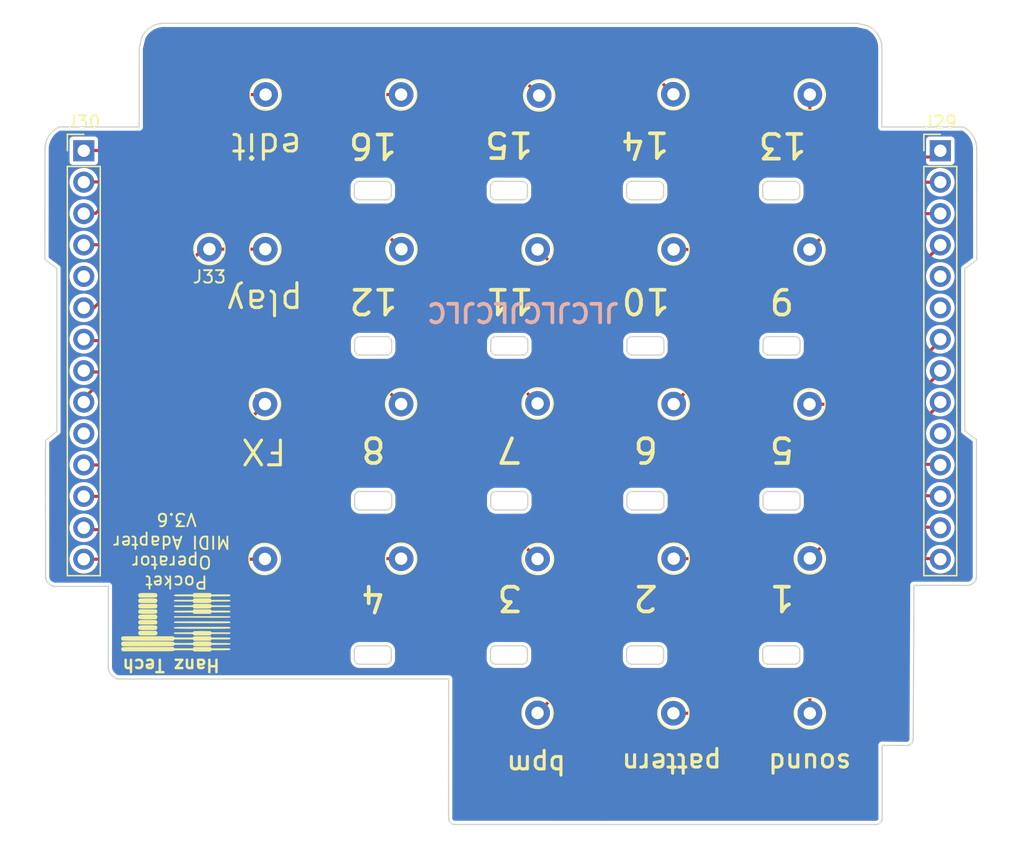
<source format=kicad_pcb>
(kicad_pcb (version 20211014) (generator pcbnew)
  (layers (0 "F.Cu" signal) (31 "B.Cu" signal) (34 "B.Paste" user) (35 "F.Paste" user) (36 "B.SilkS" user "B.Silkscreen") (37 "F.SilkS" user "F.Silkscreen") (38 "B.Mask" user) (39 "F.Mask" user) (44 "Edge.Cuts" user))
  (net 0 "")
  (net 1 "Board_0-/GND")
  (net 2 "Board_0-/top/GIPO_PATTERN")
  (net 3 "Board_0-/top/GPIO_1")
  (net 4 "Board_0-/top/GPIO_10")
  (net 5 "Board_0-/top/GPIO_11")
  (net 6 "Board_0-/top/GPIO_12")
  (net 7 "Board_0-/top/GPIO_13")
  (net 8 "Board_0-/top/GPIO_14")
  (net 9 "Board_0-/top/GPIO_15")
  (net 10 "Board_0-/top/GPIO_16")
  (net 11 "Board_0-/top/GPIO_2")
  (net 12 "Board_0-/top/GPIO_3")
  (net 13 "Board_0-/top/GPIO_4")
  (net 14 "Board_0-/top/GPIO_5")
  (net 15 "Board_0-/top/GPIO_6")
  (net 16 "Board_0-/top/GPIO_7")
  (net 17 "Board_0-/top/GPIO_8")
  (net 18 "Board_0-/top/GPIO_9")
  (net 19 "Board_0-/top/GPIO_BPM")
  (net 20 "Board_0-/top/GPIO_FX")
  (net 21 "Board_0-/top/GPIO_PLAY")
  (net 22 "Board_0-/top/GPIO_SOUND")
  (net 23 "Board_0-/top/GPIO_SPECIAL")
  (net 24 "Board_0-/top/GPIO_WRITE")
  (net 25 "Board_0-unconnected-(J29-Pad10)")
  (net 26 "Board_0-unconnected-(J29-Pad5)")
  (net 27 "Board_0-unconnected-(J30-Pad10)")
  (net 28 "Board_0-unconnected-(J30-Pad5)")
  (footprint "Connector_Pin:Pin_D1.0mm_L10.0mm" (layer "F.Cu") (at 172.98494 98.7911)
    (fp_text reference "J8" hide)
    (fp_text value "Conn_01x01")
  )
  (footprint "Connector_Pin:Pin_D1.0mm_L10.0mm" (layer "F.Cu") (at 151.0524 111.3006 -90)
    (fp_text reference "J4" hide)
    (fp_text value "Conn_01x01")
  )
  (footprint "Connector_Pin:Pin_D1.0mm_L10.0mm" (layer "F.Cu") (at 151.14094 73.8356 -90)
    (fp_text reference "J7" hide)
    (fp_text value "Conn_01x01")
  )
  (footprint "Connector_Pin:Pin_D1.0mm_L10.0mm" (layer "F.Cu") (at 172.98494 86.2816)
    (fp_text reference "J12" hide)
    (fp_text value "Conn_01x01")
  )
  (footprint "Connector_Pin:Pin_D1.0mm_L10.0mm" (layer "F.Cu") (at 129.01754 86.2562)
    (fp_text reference "J24" hide)
    (fp_text value "Conn_01x01")
  )
  (footprint "Connector_Pin:Pin_D1.0mm_L10.0mm" (layer "F.Cu") (at 162.01214 111.2752)
    (fp_text reference "J5" hide)
    (fp_text value "Conn_01x01")
  )
  (footprint "Connector_Pin:Pin_D1.0mm_L10.0mm" (layer "F.Cu") (at 162.01214 98.7784)
    (fp_text reference "J9" hide)
    (fp_text value "Conn_01x01")
  )
  (footprint "Connector_Pin:Pin_D1.0mm_L10.0mm" (layer "F.Cu") (at 173.01034 123.772)
    (fp_text reference "J19" hide)
    (fp_text value "Conn_01x01")
  )
  (footprint "Connector_Pin:Pin_D1.0mm_L10.0mm" (layer "F.Cu") (at 129.04294 73.7594)
    (fp_text reference "J18" hide)
    (fp_text value "Conn_01x01")
  )
  (footprint "Connector_Pin:Pin_D1.0mm_L10.0mm" (layer "F.Cu") (at 128.99214 98.7784)
    (fp_text reference "J23" hide)
    (fp_text value "Conn_01x01")
  )
  (footprint "Connector_Pin:Pin_D1.0mm_L10.0mm" (layer "F.Cu") (at 139.99034 111.2752)
    (fp_text reference "J22" hide)
    (fp_text value "Conn_01x01")
  )
  (footprint "Connector_Pin:Pin_D1.0mm_L10.0mm" (layer "F.Cu") (at 139.99034 73.7594)
    (fp_text reference "J25" hide)
    (fp_text value "Conn_01x01")
  )
  (footprint "Connector_PinHeader_2.54mm:PinHeader_1x14_P2.54mm_Vertical" (layer "F.Cu") (at 183.5524 78.3)
    (fp_text reference "J29")
    (fp_text value "Conn_01x14_Male")
  )
  (footprint "Connector_Pin:Pin_D1.0mm_L10.0mm" (layer "F.Cu") (at 140.01574 86.2562)
    (fp_text reference "J14" hide)
    (fp_text value "Conn_01x01")
  )
  (footprint "Connector_Pin:Pin_D1.0mm_L10.0mm" (layer "F.Cu") (at 124.5024 86.25)
    (fp_text reference "J33")
    (fp_text value "Conn_01x01")
  )
  (footprint "Connector_Pin:Pin_D1.0mm_L10.0mm" (layer "F.Cu") (at 139.99034 98.7784)
    (fp_text reference "J11" hide)
    (fp_text value "Conn_01x01")
  )
  (footprint "Connector_PinHeader_2.54mm:PinHeader_1x14_P2.54mm_Vertical" (layer "F.Cu") (at 114.3524 78.3)
    (fp_text reference "J30")
    (fp_text value "Conn_01x14_Male")
  )
  (footprint "Connector_Pin:Pin_D1.0mm_L10.0mm" (layer "F.Cu") (at 151.01394 86.2816)
    (fp_text reference "J28" hide)
    (fp_text value "Conn_01x01")
  )
  (footprint "Connector_Pin:Pin_D1.0mm_L10.0mm" (layer "F.Cu") (at 161.98674 73.734)
    (fp_text reference "J16" hide)
    (fp_text value "Conn_01x01")
  )
  (footprint "Connector_Pin:Pin_D1.0mm_L10.0mm" (layer "F.Cu") (at 151.01394 98.7276)
    (fp_text reference "J10" hide)
    (fp_text value "Conn_01x01")
  )
  (footprint "poma:B.SilkS_g842" (layer "F.Cu") (at 121.5524 117.55 180)
    (fp_text reference "G***" hide)
    (fp_text value "LOGO" hide)
  )
  (footprint "Connector_Pin:Pin_D1.0mm_L10.0mm" (layer "F.Cu") (at 173.01034 111.2498)
    (fp_text reference "J6" hide)
    (fp_text value "Conn_01x01")
  )
  (footprint "Connector_Pin:Pin_D1.0mm_L10.0mm" (layer "F.Cu") (at 151.01394 123.7466)
    (fp_text reference "J21" hide)
    (fp_text value "Conn_01x01")
  )
  (footprint "Connector_Pin:Pin_D1.0mm_L10.0mm" (layer "F.Cu") (at 161.98674 123.772)
    (fp_text reference "J20" hide)
    (fp_text value "Conn_01x01")
  )
  (footprint "Connector_Pin:Pin_D1.0mm_L10.0mm" (layer "F.Cu") (at 128.9524 111.3006 -90)
    (fp_text reference "J15" hide)
    (fp_text value "Conn_01x01")
  )
  (footprint "Connector_Pin:Pin_D1.0mm_L10.0mm" (layer "F.Cu") (at 173.01034 73.7594)
    (fp_text reference "J17" hide)
    (fp_text value "Conn_01x01")
  )
  (footprint "Connector_Pin:Pin_D1.0mm_L10.0mm" (layer "F.Cu") (at 162.00706 86.2816)
    (fp_text reference "J13" hide)
    (fp_text value "Conn_01x01")
  )
  (gr_line (start 158.231481 119.531572) (end 158.249674 119.572626) (layer "Edge.Cuts") (width 0.1))
  (gr_line (start 150.199 81.859968) (end 150.200243 81.200867) (layer "Edge.Cuts") (width 0.1))
  (gr_line (start 169.657552 93.31844) (end 169.635089 93.319023) (layer "Edge.Cuts") (width 0.1))
  (gr_line (start 185.774369 113.434225) (end 185.735739 113.435239) (layer "Edge.Cuts") (width 0.1))
  (gr_line (start 160.818298 93.3184) (end 158.660001 93.320999) (layer "Edge.Cuts") (width 0.1))
  (gr_line (start 136.260481 94.537972) (end 136.278674 94.579026) (layer "Edge.Cuts") (width 0.1))
  (gr_line (start 111.299216 112.941204) (end 111.287874 112.901562) (layer "Edge.Cuts") (width 0.1))
  (gr_line (start 149.908581 93.332952) (end 149.886771 93.327587) (layer "Edge.Cuts") (width 0.1))
  (gr_line (start 169.606826 119.807855) (end 171.769974 119.808999) (layer "Edge.Cuts") (width 0.1))
  (gr_line (start 111.278564 112.861446) (end 111.271281 112.82081) (layer "Edge.Cuts") (width 0.1))
  (gr_line (start 172.069354 82.142241) (end 172.099517 82.108975) (layer "Edge.Cuts") (width 0.1))
  (gr_line (start 186.457216 112.850984) (end 186.448213 112.888483) (layer "Edge.Cuts") (width 0.1))
  (gr_line (start 178.570152 132.714618) (end 178.522559 132.735111) (layer "Edge.Cuts") (width 0.1))
  (gr_line (start 139.117646 105.983375) (end 139.102236 105.967034) (layer "Edge.Cuts") (width 0.1))
  (gr_line (start 139.043569 118.408271) (end 139.025802 118.394531) (layer "Edge.Cuts") (width 0.1))
  (gr_line (start 147.230302 106.906387) (end 147.232642 106.951244) (layer "Edge.Cuts") (width 0.1))
  (gr_line (start 185.909266 76.743129) (end 185.980848 76.818999) (layer "Edge.Cuts") (width 0.1))
  (gr_line (start 161.101317 82.108975) (end 161.115058 82.091209) (layer "Edge.Cuts") (width 0.1))
  (gr_line (start 150.104983 80.930696) (end 150.075036 80.897234) (layer "Edge.Cuts") (width 0.1))
  (gr_line (start 150.028496 94.746086) (end 150.047037 94.733411) (layer "Edge.Cuts") (width 0.1))
  (gr_line (start 111.364175 113.092572) (end 111.345083 113.056025) (layer "Edge.Cuts") (width 0.1))
  (gr_line (start 136.237853 106.201477) (end 136.231 106.25007) (layer "Edge.Cuts") (width 0.1))
  (gr_line (start 172.078414 107.22745) (end 172.110269 107.195801) (layer "Edge.Cuts") (width 0.1))
  (gr_line (start 136.331888 82.140225) (end 136.365155 82.170388) (layer "Edge.Cuts") (width 0.1))
  (gr_line (start 136.567612 119.802891) (end 136.612226 119.807855) (layer "Edge.Cuts") (width 0.1))
  (gr_line (start 158.50136 80.791737) (end 158.459415 80.807761) (layer "Edge.Cuts") (width 0.1))
  (gr_line (start 172.164777 106.05607) (end 172.140408 106.018352) (layer "Edge.Cuts") (width 0.1))
  (gr_line (start 160.924016 118.340652) (end 160.902882 118.333046) (layer "Edge.Cuts") (width 0.1))
  (gr_line (start 186.500995 87.120092) (end 185.531 87.830507) (layer "Edge.Cuts") (width 0.1))
  (gr_line (start 158.592231 105.845893) (end 158.548302 105.855186) (layer "Edge.Cuts") (width 0.1))
  (gr_line (start 161.196098 81.15601) (end 161.189099 81.111653) (layer "Edge.Cuts") (width 0.1))
  (gr_line (start 136.33393 80.895986) (end 136.303766 80.929247) (layer "Edge.Cuts") (width 0.1))
  (gr_line (start 169.632152 80.77084) (end 169.609689 80.771423) (layer "Edge.Cuts") (width 0.1))
  (gr_line (start 150.228999 106.929878) (end 150.225644 106.27067) (layer "Edge.Cuts") (width 0.1))
  (gr_line (start 136.228536 81.066313) (end 136.216675 81.109619) (layer "Edge.Cuts") (width 0.1))
  (gr_line (start 160.902882 80.791846) (end 160.881381 80.785352) (layer "Edge.Cuts") (width 0.1))
  (gr_line (start 169.361992 118.407246) (end 169.32853 118.437186) (layer "Edge.Cuts") (width 0.1))
  (gr_line (start 161.175876 94.581561) (end 161.194338 94.540627) (layer "Edge.Cuts") (width 0.1))
  (gr_line (start 150.011842 105.898518) (end 149.971924 105.877949) (layer "Edge.Cuts") (width 0.1))
  (gr_line (start 147.210653 118.672877) (end 147.205684 118.717489) (layer "Edge.Cuts") (width 0.1))
  (gr_line (start 172.187299 118.652853) (end 172.182075 118.631009) (layer "Edge.Cuts") (width 0.1))
  (gr_line (start 136.612226 119.807855) (end 138.76998 119.808999) (layer "Edge.Cuts") (width 0.1))
  (gr_line (start 147.252805 118.545452) (end 147.234343 118.586382) (layer "Edge.Cuts") (width 0.1))
  (gr_line (start 169.562212 82.261691) (end 169.610081 82.268999) (layer "Edge.Cuts") (width 0.1))
  (gr_line (start 172.200145 107.041695) (end 172.212005 106.998385) (layer "Edge.Cuts") (width 0.1))
  (gr_line (start 136.302629 106.035266) (end 136.280005 106.074052) (layer "Edge.Cuts") (width 0.1))
  (gr_line (start 136.236143 118.586382) (end 136.222041 118.629011) (layer "Edge.Cuts") (width 0.1))
  (gr_line (start 172.22145 106.248133) (end 172.216777 106.203541) (layer "Edge.Cuts") (width 0.1))
  (gr_line (start 160.789912 94.818999) (end 160.815268 94.814466) (layer "Edge.Cuts") (width 0.1))
  (gr_line (start 178.706444 69.291369) (end 178.740414 69.388845) (layer "Edge.Cuts") (width 0.1))
  (gr_line (start 136.460398 82.22931) (end 136.481107 82.238007) (layer "Edge.Cuts") (width 0.1))
  (gr_line (start 161.026696 94.746086) (end 161.045237 94.733411) (layer "Edge.Cuts") (width 0.1))
  (gr_line (start 147.262151 82.051187) (end 147.286518 82.088906) (layer "Edge.Cuts") (width 0.1))
  (gr_line (start 138.906482 80.791846) (end 138.884981 80.785352) (layer "Edge.Cuts") (width 0.1))
  (gr_line (start 138.76998 119.808999) (end 138.815983 119.806295) (layer "Edge.Cuts") (width 0.1))
  (gr_line (start 136.640032 118.311) (end 136.570431 118.317293) (layer "Edge.Cuts") (width 0.1))
  (gr_line (start 120.624377 68.008498) (end 120.729274 68.000204) (layer "Edge.Cuts") (width 0.1))
  (gr_line (start 158.545541 107.321906) (end 158.630118 107.338999) (layer "Edge.Cuts") (width 0.1))
  (gr_line (start 172.113258 82.091209) (end 172.137871 82.053651) (layer "Edge.Cuts") (width 0.1))
  (gr_line (start 158.566831 118.317293) (end 158.522902 118.326586) (layer "Edge.Cuts") (width 0.1))
  (gr_line (start 171.904981 93.332952) (end 171.883171 93.327587) (layer "Edge.Cuts") (width 0.1))
  (gr_line (start 147.241842 82.011136) (end 147.262151 82.051187) (layer "Edge.Cuts") (width 0.1))
  (gr_line (start 150.049402 93.400931) (end 150.011842 93.376318) (layer "Edge.Cuts") (width 0.1))
  (gr_line (start 169.274605 106.074052) (end 169.256143 106.114982) (layer "Edge.Cuts") (width 0.1))
  (gr_line (start 185.586297 76.47977) (end 185.672084 76.539199) (layer "Edge.Cuts") (width 0.1))
  (gr_line (start 149.789968 80.770999) (end 147.635752 80.77084) (layer "Edge.Cuts") (width 0.1))
  (gr_line (start 158.212438 119.467001) (end 158.224013 119.510389) (layer "Edge.Cuts") (width 0.1))
  (gr_line (start 136.260481 107.060172) (end 136.278674 107.101226) (layer "Edge.Cuts") (width 0.1))
  (gr_line (start 178.11394 68.459861) (end 178.191579 68.527888) (layer "Edge.Cuts") (width 0.1))
  (gr_line (start 150.199653 118.719573) (end 150.194977 118.674941) (layer "Edge.Cuts") (width 0.1))
  (gr_line (start 158.232543 118.586382) (end 158.224936 118.607513) (layer "Edge.Cuts") (width 0.1))
  (gr_line (start 147.42498 94.744525) (end 147.444081 94.756341) (layer "Edge.Cuts") (width 0.1))
  (gr_line (start 161.176545 119.513095) (end 161.18304 119.491594) (layer "Edge.Cuts") (width 0.1))
  (gr_line (start 119.341969 68.665653) (end 119.41413 68.588999) (layer "Edge.Cuts") (width 0.1))
  (gr_line (start 149.794726 107.33724) (end 149.839583 107.334895) (layer "Edge.Cuts") (width 0.1))
  (gr_line (start 111.793068 113.460744) (end 111.754823 113.445469) (layer "Edge.Cuts") (width 0.1))
  (gr_line (start 116.888903 120.913073) (end 116.840136 120.884953) (layer "Edge.Cuts") (width 0.1))
  (gr_line (start 172.005719 107.279978) (end 172.043437 107.255611) (layer "Edge.Cuts") (width 0.1))
  (gr_line (start 116.549064 120.622498) (end 116.516065 120.57689) (layer "Edge.Cuts") (width 0.1))
  (gr_line (start 161.116808 118.489752) (end 161.088646 118.454775) (layer "Edge.Cuts") (width 0.1))
  (gr_line (start 161.189099 81.111653) (end 161.183875 81.089809) (layer "Edge.Cuts") (width 0.1))
  (gr_line (start 161.071154 82.142241) (end 161.101317 82.108975) (layer "Edge.Cuts") (width 0.1))
  (gr_line (start 172.219293 106.954076) (end 172.221194 106.931715) (layer "Edge.Cuts") (width 0.1))
  (gr_line (start 150.185675 118.631009) (end 150.171851 118.588284) (layer "Edge.Cuts") (width 0.1))
  (gr_line (start 138.906482 118.333046) (end 138.863171 118.321187) (layer "Edge.Cuts") (width 0.1))
  (gr_line (start 169.274605 93.551852) (end 169.256143 93.592782) (layer "Edge.Cuts") (width 0.1))
  (gr_line (start 143.82731 132.307099) (end 143.825349 132.281345) (layer "Edge.Cuts") (width 0.1))
  (gr_line (start 158.363792 80.866046) (end 158.33033 80.895986) (layer "Edge.Cuts") (width 0.1))
  (gr_line (start 169.521102 118.326586) (end 169.49956 118.332937) (layer "Edge.Cuts") (width 0.1))
  (gr_line (start 158.363792 118.407246) (end 158.33033 118.437186) (layer "Edge.Cuts") (width 0.1))
  (gr_line (start 143.888619 132.502553) (end 143.876664 132.479657) (layer "Edge.Cuts") (width 0.1))
  (gr_line (start 178.831 76.379) (end 185.410192 76.379018) (layer "Edge.Cuts") (width 0.1))
  (gr_line (start 169.49956 118.332937) (end 169.457615 118.348961) (layer "Edge.Cuts") (width 0.1))
  (gr_line (start 150.21024 107.020194) (end 150.219827 106.976325) (layer "Edge.Cuts") (width 0.1))
  (gr_line (start 171.94027 119.771688) (end 171.980319 119.751378) (layer "Edge.Cuts") (width 0.1))
  (gr_line (start 171.902182 94.800473) (end 171.944906 94.78665) (layer "Edge.Cuts") (width 0.1))
  (gr_line (start 116.457492 120.480784) (end 116.43208 120.430552) (layer "Edge.Cuts") (width 0.1))
  (gr_line (start 150.211075 106.159609) (end 150.197251 106.116884) (layer "Edge.Cuts") (width 0.1))
  (gr_line (start 111.610801 113.365536) (end 111.577606 113.341162) (layer "Edge.Cuts") (width 0.1))
  (gr_line (start 169.483015 105.877561) (end 169.462726 105.88719) (layer "Edge.Cuts") (width 0.1))
  (gr_line (start 147.33213 118.437186) (end 147.301966 118.470447) (layer "Edge.Cuts") (width 0.1))
  (gr_line (start 171.857771 118.321187) (end 171.835711 118.316966) (layer "Edge.Cuts") (width 0.1))
  (gr_line (start 161.170051 81.047084) (end 161.151855 81.00603) (layer "Edge.Cuts") (width 0.1))
  (gr_line (start 116.7036 120.785736) (end 116.661794 120.748037) (layer "Edge.Cuts") (width 0.1))
  (gr_line (start 160.984642 80.828718) (end 160.944724 80.808149) (layer "Edge.Cuts") (width 0.1))
  (gr_line (start 161.177255 106.07583) (end 161.166577 106.05607) (layer "Edge.Cuts") (width 0.1))
  (gr_line (start 169.361992 80.866046) (end 169.32853 80.895986) (layer "Edge.Cuts") (width 0.1))
  (gr_line (start 111.645272 113.388253) (end 111.610801 113.365536) (layer "Edge.Cuts") (width 0.1))
  (gr_line (start 147.421166 80.828063) (end 147.40199 80.839752) (layer "Edge.Cuts") (width 0.1))
  (gr_line (start 158.230999 94.379997) (end 158.229091 94.406701) (layer "Edge.Cuts") (width 0.1))
  (gr_line (start 150.162041 82.013735) (end 150.178345 81.971895) (layer "Edge.Cuts") (width 0.1))
  (gr_line (start 116.661794 120.748037) (end 116.622029 120.70819) (layer "Edge.Cuts") (width 0.1))
  (gr_line (start 147.252136 106.136113) (end 147.240275 106.179419) (layer "Edge.Cuts") (width 0.1))
  (gr_line (start 136.265411 118.525764) (end 136.254605 118.545452) (layer "Edge.Cuts") (width 0.1))
  (gr_line (start 178.81449 132.457165) (end 178.791736 132.503608) (layer "Edge.Cuts") (width 0.1))
  (gr_line (start 160.860052 94.809774) (end 160.903982 94.800473) (layer "Edge.Cuts") (width 0.1))
  (gr_line (start 172.174745 119.513095) (end 172.186605 119.469785) (layer "Edge.Cuts") (width 0.1))
  (gr_line (start 136.618099 93.320776) (end 136.573745 93.327767) (layer "Edge.Cuts") (width 0.1))
  (gr_line (start 160.856738 82.258096) (end 160.878582 82.252873) (layer "Edge.Cuts") (width 0.1))
  (gr_line (start 147.504707 107.307807) (end 147.547341 107.321906) (layer "Edge.Cuts") (width 0.1))
  (gr_line (start 172.020402 80.853331) (end 171.982842 80.828718) (layer "Edge.Cuts") (width 0.1))
  (gr_line (start 169.216641 81.087811) (end 169.207053 81.131677) (layer "Edge.Cuts") (width 0.1))
  (gr_line (start 185.889072 113.419118) (end 185.851153 113.426148) (layer "Edge.Cuts") (width 0.1))
  (gr_line (start 169.308318 107.158706) (end 169.336479 107.193684) (layer "Edge.Cuts") (width 0.1))
  (gr_line (start 185.531 87.830507) (end 185.531 100.939502) (layer "Edge.Cuts") (width 0.1))
  (gr_line (start 111.995011 76.596627) (end 112.080408 76.534076) (layer "Edge.Cuts") (width 0.1))
  (gr_line (start 139.212875 106.159609) (end 139.199051 106.116884) (layer "Edge.Cuts") (width 0.1))
  (gr_line (start 139.076836 80.897234) (end 139.043569 80.867071) (layer "Edge.Cuts") (width 0.1))
  (gr_line (start 171.942924 80.808149) (end 171.901082 80.791846) (layer "Edge.Cuts") (width 0.1))
  (gr_line (start 177.771578 68.230363) (end 177.861508 68.281041) (layer "Edge.Cuts") (width 0.1))
  (gr_line (start 161.201945 107.041695) (end 161.20844 107.020194) (layer "Edge.Cuts") (width 0.1))
  (gr_line (start 136.331888 119.681425) (end 136.365155 119.711588) (layer "Edge.Cuts") (width 0.1))
  (gr_line (start 161.222994 94.409516) (end 161.219 93.750006) (layer "Edge.Cuts") (width 0.1))
  (gr_line (start 149.794726 94.81504) (end 149.839583 94.812695) (layer "Edge.Cuts") (width 0.1))
  (gr_line (start 147.259743 106.114982) (end 147.252136 106.136113) (layer "Edge.Cuts") (width 0.1))
  (gr_line (start 158.636833 93.319028) (end 158.592231 93.323693) (layer "Edge.Cuts") (width 0.1))
  (gr_line (start 169.229042 94.429044) (end 169.236038 94.473401) (layer "Edge.Cuts") (width 0.1))
  (gr_line (start 139.048837 94.733411) (end 139.083814 94.70525) (layer "Edge.Cuts") (width 0.1))
  (gr_line (start 161.170051 118.588284) (end 161.161488 118.56752) (layer "Edge.Cuts") (width 0.1))
  (gr_line (start 139.143271 82.053651) (end 139.163841 82.013735) (layer "Edge.Cuts") (width 0.1))
  (gr_line (start 150.067169 105.936871) (end 150.049402 105.923131) (layer "Edge.Cuts") (width 0.1))
  (gr_line (start 171.901082 118.333046) (end 171.857771 118.321187) (layer "Edge.Cuts") (width 0.1))
  (gr_line (start 111.209004 87.090092) (end 111.219 78.149998) (layer "Edge.Cuts") (width 0.1))
  (gr_line (start 150.088469 82.126001) (end 150.116858 82.091209) (layer "Edge.Cuts") (width 0.1))
  (gr_line (start 147.458598 82.22931) (end 147.479307 82.238007) (layer "Edge.Cuts") (width 0.1))
  (gr_line (start 139.118658 119.632409) (end 139.143271 119.594851) (layer "Edge.Cuts") (width 0.1))
  (gr_line (start 136.662952 105.84064) (end 136.618099 105.842976) (layer "Edge.Cuts") (width 0.1))
  (gr_line (start 158.659352 105.84064) (end 158.636889 105.841223) (layer "Edge.Cuts") (width 0.1))
  (gr_line (start 178.657803 132.659856) (end 178.615386 132.689443) (layer "Edge.Cuts") (width 0.1))
  (gr_line (start 169.216641 118.629011) (end 169.207053 118.672877) (layer "Edge.Cuts") (width 0.1))
  (gr_line (start 160.990351 93.365513) (end 160.949416 93.347052) (layer "Edge.Cuts") (width 0.1))
  (gr_line (start 120.314124 68.066284) (end 120.416462 68.04159) (layer "Edge.Cuts") (width 0.1))
  (gr_line (start 149.948506 107.30885) (end 149.96927 107.300288) (layer "Edge.Cuts") (width 0.1))
  (gr_line (start 136.385248 80.852425) (end 136.367392 80.866046) (layer "Edge.Cuts") (width 0.1))
  (gr_line (start 172.080596 105.951519) (end 172.063569 105.936871) (layer "Edge.Cuts") (width 0.1))
  (gr_line (start 169.609689 80.771423) (end 169.565031 80.776093) (layer "Edge.Cuts") (width 0.1))
  (gr_line (start 111.262946 112.738844) (end 111.2619 112.6976) (layer "Edge.Cuts") (width 0.1))
  (gr_line (start 177.948705 68.336288) (end 178.032895 68.395928) (layer "Edge.Cuts") (width 0.1))
  (gr_line (start 158.564012 119.802891) (end 158.608626 119.807855) (layer "Edge.Cuts") (width 0.1))
  (gr_line (start 178.293498 132.764644) (end 144.360067 132.761) (layer "Edge.Cuts") (width 0.1))
  (gr_line (start 158.208853 118.672877) (end 158.203884 118.717488) (layer "Edge.Cuts") (width 0.1))
  (gr_line (start 161.007519 94.757778) (end 161.026696 94.746086) (layer "Edge.Cuts") (width 0.1))
  (gr_line (start 158.520141 119.793306) (end 158.564012 119.802891) (layer "Edge.Cuts") (width 0.1))
  (gr_line (start 178.032895 68.395928) (end 178.11394 68.459861) (layer "Edge.Cuts") (width 0.1))
  (gr_line (start 161.139671 119.594851) (end 161.160241 119.554935) (layer "Edge.Cuts") (width 0.1))
  (gr_line (start 116.990488 120.961404) (end 116.939083 120.938587) (layer "Edge.Cuts") (width 0.1))
  (gr_line (start 138.948324 80.808149) (end 138.906482 80.791846) (layer "Edge.Cuts") (width 0.1))
  (gr_line (start 169.584462 119.805955) (end 169.606826 119.807855) (layer "Edge.Cuts") (width 0.1))
  (gr_line (start 144.002 132.64168) (end 143.964692 132.606193) (layer "Edge.Cuts") (width 0.1))
  (gr_line (start 147.591212 107.331491) (end 147.640082 107.338999) (layer "Edge.Cuts") (width 0.1))
  (gr_line (start 161.073236 80.897234) (end 161.039969 80.867071) (layer "Edge.Cuts") (width 0.1))
  (gr_line (start 169.248536 93.613913) (end 169.236675 93.657219) (layer "Edge.Cuts") (width 0.1))
  (gr_line (start 147.205684 118.717489) (end 147.201 119.379894) (layer "Edge.Cuts") (width 0.1))
  (gr_line (start 158.42559 105.909552) (end 158.407048 105.922225) (layer "Edge.Cuts") (width 0.1))
  (gr_line (start 158.636889 105.841223) (end 158.592231 105.845893) (layer "Edge.Cuts") (width 0.1))
  (gr_line (start 160.925525 94.794118) (end 160.96747 94.778088) (layer "Edge.Cuts") (width 0.1))
  (gr_line (start 147.220241 81.087811) (end 147.210653 81.131677) (layer "Edge.Cuts") (width 0.1))
  (gr_line (start 139.043569 80.867071) (end 139.025802 80.853331) (layer "Edge.Cuts") (width 0.1))
  (gr_line (start 169.227296 106.928963) (end 169.231962 106.973514) (layer "Edge.Cuts") (width 0.1))
  (gr_line (start 138.888571 93.327587) (end 138.844317 93.320308) (layer "Edge.Cuts") (width 0.1))
  (gr_line (start 149.904682 80.791846) (end 149.883181 80.785352) (layer "Edge.Cuts") (width 0.1))
  (gr_line (start 147.241842 119.552336) (end 147.262151 119.592387) (layer "Edge.Cuts") (width 0.1))
  (gr_line (start 136.301042 94.617964) (end 136.313718 94.636506) (layer "Edge.Cuts") (width 0.1))
  (gr_line (start 158.548302 93.332986) (end 158.505579 93.346802) (layer "Edge.Cuts") (width 0.1))
  (gr_line (start 177.680316 68.189051) (end 177.771578 68.230363) (layer "Edge.Cuts") (width 0.1))
  (gr_line (start 172.140408 106.018352) (end 172.112246 105.983375) (layer "Edge.Cuts") (width 0.1))
  (gr_line (start 158.407048 105.922225) (end 158.389192 105.935846) (layer "Edge.Cuts") (width 0.1))
  (gr_line (start 147.461215 80.807761) (end 147.421166 80.828063) (layer "Edge.Cuts") (width 0.1))
  (gr_line (start 178.853251 132.307326) (end 178.845428 132.358447) (layer "Edge.Cuts") (width 0.1))
  (gr_line (start 160.837511 80.775766) (end 160.789966 80.770999) (layer "Edge.Cuts") (width 0.1))
  (gr_line (start 144.360067 132.761) (end 144.333361 132.764601) (layer "Edge.Cuts") (width 0.1))
  (gr_line (start 150.166871 94.601251) (end 150.187441 94.561335) (layer "Edge.Cuts") (width 0.1))
  (gr_line (start 119.049062 69.099651) (end 119.096489 69.006845) (layer "Edge.Cuts") (width 0.1))
  (gr_line (start 147.638689 93.319023) (end 147.594031 93.323693) (layer "Edge.Cuts") (width 0.1))
  (gr_line (start 186.392959 113.032447) (end 186.374508 113.06643) (layer "Edge.Cuts") (width 0.1))
  (gr_line (start 111.754823 113.445469) (end 111.71731 113.428234) (layer "Edge.Cuts") (width 0.1))
  (gr_line (start 172.069354 119.683441) (end 172.084869 119.667201) (layer "Edge.Cuts") (width 0.1))
  (gr_line (start 149.96927 107.300288) (end 150.009319 107.279978) (layer "Edge.Cuts") (width 0.1))
  (gr_line (start 147.225813 81.969189) (end 147.241842 82.011136) (layer "Edge.Cuts") (width 0.1))
  (gr_line (start 136.236143 81.045182) (end 136.228536 81.066313) (layer "Edge.Cuts") (width 0.1))
  (gr_line (start 178.845428 132.358447) (end 178.83957 132.38372) (layer "Edge.Cuts") (width 0.1))
  (gr_line (start 169.543741 107.321906) (end 169.587612 107.331491) (layer "Edge.Cuts") (width 0.1))
  (gr_line (start 111.407757 113.162489) (end 111.385094 113.128104) (layer "Edge.Cuts") (width 0.1))
  (gr_line (start 185.754616 76.602986) (end 185.833788 76.671057) (layer "Edge.Cuts") (width 0.1))
  (gr_line (start 147.613594 94.812379) (end 147.640121 94.818999) (layer "Edge.Cuts") (width 0.1))
  (gr_line (start 111.623829 76.97192) (end 111.689901 76.889217) (layer "Edge.Cuts") (width 0.1))
  (gr_line (start 111.266073 112.779908) (end 111.262946 112.738844) (layer "Edge.Cuts") (width 0.1))
  (gr_line (start 120.416462 68.04159) (end 120.52001 68.022303) (layer "Edge.Cuts") (width 0.1))
  (gr_line (start 111.271281 112.82081) (end 111.266073 112.779908) (layer "Edge.Cuts") (width 0.1))
  (gr_line (start 181.157721 126.269571) (end 181.113985 126.300313) (layer "Edge.Cuts") (width 0.1))
  (gr_line (start 119.096489 69.006845) (end 119.151045 68.916808) (layer "Edge.Cuts") (width 0.1))
  (gr_line (start 158.229285 93.723885) (end 158.230999 94.379997) (layer "Edge.Cuts") (width 0.1))
  (gr_line (start 111.268823 77.733852) (end 111.295087 77.631362) (layer "Edge.Cuts") (width 0.1))
  (gr_line (start 172.115008 118.489752) (end 172.086846 118.454775) (layer "Edge.Cuts") (width 0.1))
  (gr_line (start 147.418681 82.208741) (end 147.458598 82.22931) (layer "Edge.Cuts") (width 0.1))
  (gr_line (start 178.778588 132.525972) (end 178.74904 132.568478) (layer "Edge.Cuts") (width 0.1))
  (gr_line (start 111.485859 113.258276) (end 111.458251 113.227719) (layer "Edge.Cuts") (width 0.1))
  (gr_line (start 139.205545 94.519495) (end 139.217405 94.476185) (layer "Edge.Cuts") (width 0.1))
  (gr_line (start 158.33033 118.437186) (end 158.300166 118.470447) (layer "Edge.Cuts") (width 0.1))
  (gr_line (start 158.240042 82.011136) (end 158.260351 82.051187) (layer "Edge.Cuts") (width 0.1))
  (gr_line (start 158.265442 107.080936) (end 158.285751 107.120987) (layer "Edge.Cuts") (width 0.1))
  (gr_line (start 158.284718 82.088906) (end 158.298342 82.106762) (layer "Edge.Cuts") (width 0.1))
  (gr_line (start 136.261543 93.592782) (end 136.253936 93.613913) (layer "Edge.Cuts") (width 0.1))
  (gr_line (start 139.18664 119.491594) (end 139.196227 119.447725) (layer "Edge.Cuts") (width 0.1))
  (gr_line (start 150.056614 82.15765) (end 150.072954 82.142241) (layer "Edge.Cuts") (width 0.1))
  (gr_line (start 158.224013 81.969189) (end 158.240042 82.011136) (layer "Edge.Cuts") (width 0.1))
  (gr_line (start 147.267242 94.558736) (end 147.287551 94.598787) (layer "Edge.Cuts") (width 0.1))
  (gr_line (start 158.566831 80.776093) (end 158.522902 80.785386) (layer "Edge.Cuts") (width 0.1))
  (gr_line (start 172.139377 80.98627) (end 172.115008 80.948552) (layer "Edge.Cuts") (width 0.1))
  (gr_line (start 169.236038 94.473401) (end 169.24126 94.495246) (layer "Edge.Cuts") (width 0.1))
  (gr_line (start 149.930082 93.339446) (end 149.908581 93.332952) (layer "Edge.Cuts") (width 0.1))
  (gr_line (start 150.166871 107.123451) (end 150.187441 107.083535) (layer "Edge.Cuts") (width 0.1))
  (gr_line (start 171.926482 93.339446) (end 171.904981 93.332952) (layer "Edge.Cuts") (width 0.1))
  (gr_line (start 150.005543 118.381735) (end 149.966751 118.359113) (layer "Edge.Cuts") (width 0.1))
  (gr_line (start 161.165071 94.601251) (end 161.175876 94.581561) (layer "Edge.Cuts") (width 0.1))
  (gr_line (start 111.40588 77.334012) (end 111.45311 77.239278) (layer "Edge.Cuts") (width 0.1))
  (gr_line (start 150.215605 94.476185) (end 150.222924 94.431719) (layer "Edge.Cuts") (width 0.1))
  (gr_line (start 158.228502 106.906388) (end 158.230842 106.951244) (layer "Edge.Cuts") (width 0.1))
  (gr_line (start 161.045237 107.255611) (end 161.080214 107.22745) (layer "Edge.Cuts") (width 0.1))
  (gr_line (start 111.911942 113.494753) (end 111.871776 113.485435) (layer "Edge.Cuts") (width 0.1))
  (gr_line (start 111.363726 77.431111) (end 111.40588 77.334012) (layer "Edge.Cuts") (width 0.1))
  (gr_line (start 169.52496 105.861537) (end 169.483015 105.877561) (layer "Edge.Cuts") (width 0.1))
  (gr_line (start 169.297229 106.035266) (end 169.274605 106.074052) (layer "Edge.Cuts") (width 0.1))
  (gr_line (start 169.546502 93.332986) (end 169.52496 93.339337) (layer "Edge.Cuts") (width 0.1))
  (gr_line (start 139.163841 119.554935) (end 139.180145 119.513095) (layer "Edge.Cuts") (width 0.1))
  (gr_line (start 158.328288 119.681425) (end 158.361555 119.711588) (layer "Edge.Cuts") (width 0.1))
  (gr_line (start 138.799955 80.770999) (end 136.637552 80.77084) (layer "Edge.Cuts") (width 0.1))
  (gr_line (start 150.082014 94.70525) (end 150.098354 94.689841) (layer "Edge.Cuts") (width 0.1))
  (gr_line (start 139.058414 82.15765) (end 139.074754 82.142241) (layer "Edge.Cuts") (width 0.1))
  (gr_line (start 149.905782 107.322673) (end 149.948506 107.30885) (layer "Edge.Cuts") (width 0.1))
  (gr_line (start 171.96567 107.300288) (end 172.005719 107.279978) (layer "Edge.Cuts") (width 0.1))
  (gr_line (start 111.295087 77.631362) (end 111.326748 77.530354) (layer "Edge.Cuts") (width 0.1))
  (gr_line (start 136.357288 107.210025) (end 136.390555 107.240188) (layer "Edge.Cuts") (width 0.1))
  (gr_line (start 161.198999 118.740026) (end 161.193177 118.674941) (layer "Edge.Cuts") (width 0.1))
  (gr_line (start 169.480398 94.77691) (end 169.501107 94.785607) (layer "Edge.Cuts") (width 0.1))
  (gr_line (start 158.482198 107.29911) (end 158.502907 107.307807) (layer "Edge.Cuts") (width 0.1))
  (gr_line (start 160.982119 119.751378) (end 161.019837 119.727011) (layer "Edge.Cuts") (width 0.1))
  (gr_line (start 171.835983 94.812695) (end 171.880338 94.805696) (layer "Edge.Cuts") (width 0.1))
  (gr_line (start 147.342015 93.459823) (end 147.327366 93.476847) (layer "Edge.Cuts") (width 0.1))
  (gr_line (start 172.158441 82.013735) (end 172.174745 81.971895) (layer "Edge.Cuts") (width 0.1))
  (gr_line (start 116.516065 120.57689) (end 116.485513 120.529609) (layer "Edge.Cuts") (width 0.1))
  (gr_line (start 147.252805 81.004252) (end 147.24304 81.024476) (layer "Edge.Cuts") (width 0.1))
  (gr_line (start 136.573745 93.327767) (end 136.53036 93.339337) (layer "Edge.Cuts") (width 0.1))
  (gr_line (start 111.326748 77.530354) (end 111.363726 77.431111) (layer "Edge.Cuts") (width 0.1))
  (gr_line (start 158.386955 94.717988) (end 158.42318 94.744525) (layer "Edge.Cuts") (width 0.1))
  (gr_line (start 161.160241 82.013735) (end 161.176545 81.971895) (layer "Edge.Cuts") (width 0.1))
  (gr_line (start 180.861625 126.380502) (end 180.834821 126.381253) (layer "Edge.Cuts") (width 0.1))
  (gr_line (start 111.952528 113.502024) (end 111.911942 113.494753) (layer "Edge.Cuts") (width 0.1))
  (gr_line (start 169.359755 119.711588) (end 169.39598 119.738125) (layer "Edge.Cuts") (width 0.1))
  (gr_line (start 161.056996 118.422919) (end 161.039969 118.408271) (layer "Edge.Cuts") (width 0.1))
  (gr_line (start 158.21766 81.947646) (end 158.224013 81.969189) (layer "Edge.Cuts") (width 0.1))
  (gr_line (start 139.133085 118.508293) (end 139.120408 118.489752) (layer "Edge.Cuts") (width 0.1))
  (gr_line (start 139.180855 93.55363) (end 139.170177 93.53387) (layer "Edge.Cuts") (width 0.1))
  (gr_line (start 150.075036 80.897234) (end 150.041769 80.867071) (layer "Edge.Cuts") (width 0.1))
  (gr_line (start 178.824876 69.792316) (end 178.832855 69.895234) (layer "Edge.Cuts") (width 0.1))
  (gr_line (start 144.15667 132.732824) (end 144.109316 132.712475) (layer "Edge.Cuts") (width 0.1))
  (gr_line (start 139.180145 81.971895) (end 139.18664 81.950394) (layer "Edge.Cuts") (width 0.1))
  (gr_line (start 136.465572 107.289346) (end 136.485798 107.29911) (layer "Edge.Cuts") (width 0.1))
  (gr_line (start 169.437326 80.81739) (end 169.39839 80.839752) (layer "Edge.Cuts") (width 0.1))
  (gr_line (start 111.45311 77.239278) (end 111.505256 77.147219) (layer "Edge.Cuts") (width 0.1))
  (gr_line (start 136.52764 107.315412) (end 136.570952 107.32727) (layer "Edge.Cuts") (width 0.1))
  (gr_line (start 147.300829 106.035266) (end 147.278205 106.074052) (layer "Edge.Cuts") (width 0.1))
  (gr_line (start 172.099517 82.108975) (end 172.113258 82.091209) (layer "Edge.Cuts") (width 0.1))
  (gr_line (start 172.198999 81.859898) (end 172.196644 81.200869) (layer "Edge.Cuts") (width 0.1))
  (gr_line (start 186.480228 77.94544) (end 186.488381 78.049429) (layer "Edge.Cuts") (width 0.1))
  (gr_line (start 169.610081 82.268999) (end 171.765726 82.26744) (layer "Edge.Cuts") (width 0.1))
  (gr_line (start 158.49864 119.786812) (end 158.520141 119.793306) (layer "Edge.Cuts") (width 0.1))
  (gr_line (start 172.063569 105.936871) (end 172.027343 105.910335) (layer "Edge.Cuts") (width 0.1))
  (gr_line (start 169.207053 81.131677) (end 169.203984 81.153939) (layer "Edge.Cuts") (width 0.1))
  (gr_line (start 136.42678 94.744525) (end 136.465572 94.767146) (layer "Edge.Cuts") (width 0.1))
  (gr_line (start 139.011119 94.757778) (end 139.048837 94.733411) (layer "Edge.Cuts") (width 0.1))
  (gr_line (start 161.065369 105.936871) (end 161.047602 105.923131) (layer "Edge.Cuts") (width 0.1))
  (gr_line (start 186.137446 113.316237) (end 186.104565 113.336388) (layer "Edge.Cuts") (width 0.1))
  (gr_line (start 150.128517 107.178775) (end 150.142258 107.161009) (layer "Edge.Cuts") (width 0.1))
  (gr_line (start 118.829028 69.999762) (end 119.049062 69.099651) (layer "Edge.Cuts") (width 0.1))
  (gr_line (start 136.40379 118.380952) (end 136.367392 118.407246) (layer "Edge.Cuts") (width 0.1))
  (gr_line (start 147.565812 119.802891) (end 147.610426 119.807855) (layer "Edge.Cuts") (width 0.1))
  (gr_line (start 138.882182 82.252873) (end 138.924906 82.23905) (layer "Edge.Cuts") (width 0.1))
  (gr_line (start 161.166577 93.53387) (end 161.142208 93.496152) (layer "Edge.Cuts") (width 0.1))
  (gr_line (start 180.834821 126.381253) (end 178.851 126.36101) (layer "Edge.Cuts") (width 0.1))
  (gr_line (start 169.201 81.180056) (end 169.201301 81.836586) (layer "Edge.Cuts") (width 0.1))
  (gr_line (start 147.240275 106.179419) (end 147.232987 106.22372) (layer "Edge.Cuts") (width 0.1))
  (gr_line (start 139.145808 106.018352) (end 139.117646 105.983375) (layer "Edge.Cuts") (width 0.1))
  (gr_line (start 136.42919 93.387352) (end 136.392792 93.413646) (layer "Edge.Cuts") (width 0.1))
  (gr_line (start 147.390992 93.413646) (end 147.35753 93.443586) (layer "Edge.Cuts") (width 0.1))
  (gr_line (start 172.183841 107.083535) (end 172.200145 107.041695) (layer "Edge.Cuts") (width 0.1))
  (gr_line (start 158.630118 107.338999) (end 160.792926 107.33724) (layer "Edge.Cuts") (width 0.1))
  (gr_line (start 139.011119 107.279978) (end 139.048837 107.255611) (layer "Edge.Cuts") (width 0.1))
  (gr_line (start 181.349924 125.957075) (end 181.336889 126.008921) (layer "Edge.Cuts") (width 0.1))
  (gr_line (start 116.939083 120.938587) (end 116.888903 120.913073) (layer "Edge.Cuts") (width 0.1))
  (gr_line (start 138.985719 82.210178) (end 139.004896 82.198486) (layer "Edge.Cuts") (width 0.1))
  (gr_line (start 147.288225 118.488211) (end 147.263611 118.525764) (layer "Edge.Cuts") (width 0.1))
  (gr_line (start 138.991359 94.768455) (end 139.011119 94.757778) (layer "Edge.Cuts") (width 0.1))
  (gr_line (start 111.432161 113.195724) (end 111.407757 113.162489) (layer "Edge.Cuts") (width 0.1))
  (gr_line (start 185.410192 76.379018) (end 185.497529 76.424895) (layer "Edge.Cuts") (width 0.1))
  (gr_line (start 111.834689 76.734861) (end 111.913041 76.663605) (layer "Edge.Cuts") (width 0.1))
  (gr_line (start 150.142977 118.52747) (end 150.118608 118.489752) (layer "Edge.Cuts") (width 0.1))
  (gr_line (start 138.931882 105.861646) (end 138.888571 105.849787) (layer "Edge.Cuts") (width 0.1))
  (gr_line (start 136.422966 118.369263) (end 136.40379 118.380952) (layer "Edge.Cuts") (width 0.1))
  (gr_line (start 161.129485 118.508293) (end 161.116808 118.489752) (layer "Edge.Cuts") (width 0.1))
  (gr_line (start 172.150055 81.00603) (end 172.139377 80.98627) (layer "Edge.Cuts") (width 0.1))
  (gr_line (start 136.53036 93.339337) (end 136.488415 93.355361) (layer "Edge.Cuts") (width 0.1))
  (gr_line (start 169.21586 81.947646) (end 169.222213 81.969189) (layer "Edge.Cuts") (width 0.1))
  (gr_line (start 111.913041 76.663605) (end 111.995011 76.596627) (layer "Edge.Cuts") (width 0.1))
  (gr_line (start 139.145808 93.496152) (end 139.117646 93.461175) (layer "Edge.Cuts") (width 0.1))
  (gr_line (start 161.022202 80.853331) (end 160.984642 80.828718) (layer "Edge.Cuts") (width 0.1))
  (gr_line (start 139.155455 81.00603) (end 139.144777 80.98627) (layer "Edge.Cuts") (width 0.1))
  (gr_line (start 139.120408 118.489752) (end 139.092246 118.454775) (layer "Edge.Cuts") (width 0.1))
  (gr_line (start 136.615288 94.812359) (end 136.64013 94.818999) (layer "Edge.Cuts") (width 0.1))
  (gr_line (start 143.848015 132.407894) (end 143.835104 132.357996) (layer "Edge.Cuts") (width 0.1))
  (gr_line (start 169.635089 93.319023) (end 169.590431 93.323693) (layer "Edge.Cuts") (width 0.1))
  (gr_line (start 143.825349 132.281345) (end 143.828999 121.001) (layer "Edge.Cuts") (width 0.1))
  (gr_line (start 169.231962 106.973514) (end 169.24126 107.017446) (layer "Edge.Cuts") (width 0.1))
  (gr_line (start 161.20844 94.497994) (end 161.218027 94.454125) (layer "Edge.Cuts") (width 0.1))
  (gr_line (start 172.018037 119.727011) (end 172.053014 119.69885) (layer "Edge.Cuts") (width 0.1))
  (gr_line (start 169.39839 118.380952) (end 169.361992 118.407246) (layer "Edge.Cuts") (width 0.1))
  (gr_line (start 147.26844 93.572076) (end 147.259743 93.592782) (layer "Edge.Cuts") (width 0.1))
  (gr_line (start 158.249413 107.038989) (end 158.265442 107.080936) (layer "Edge.Cuts") (width 0.1))
  (gr_line (start 136.341879 94.671484) (end 136.357288 94.687825) (layer "Edge.Cuts") (width 0.1))
  (gr_line (start 147.635752 80.77084) (end 147.590899 80.773176) (layer "Edge.Cuts") (width 0.1))
  (gr_line (start 136.390555 94.717988) (end 136.42678 94.744525) (layer "Edge.Cuts") (width 0.1))
  (gr_line (start 139.144058 94.638809) (end 139.168671 94.601251) (layer "Edge.Cuts") (width 0.1))
  (gr_line (start 139.173651 118.588284) (end 139.165088 118.56752) (layer "Edge.Cuts") (width 0.1))
  (gr_line (start 136.367392 118.407246) (end 136.33393 118.437186) (layer "Edge.Cuts") (width 0.1))
  (gr_line (start 169.230743 118.586382) (end 169.216641 118.629011) (layer "Edge.Cuts") (width 0.1))
  (gr_line (start 144.109316 132.712475) (end 144.064306 132.687467) (layer "Edge.Cuts") (width 0.1))
  (gr_line (start 150.144008 106.018352) (end 150.130383 106.000496) (layer "Edge.Cuts") (width 0.1))
  (gr_line (start 147.35753 93.443586) (end 147.342015 93.459823) (layer "Edge.Cuts") (width 0.1))
  (gr_line (start 136.206702 81.83659) (end 136.209042 81.881444) (layer "Edge.Cuts") (width 0.1))
  (gr_line (start 149.819966 105.840999) (end 147.661152 105.84064) (layer "Edge.Cuts") (width 0.1))
  (gr_line (start 147.204901 81.836583) (end 147.207242 81.881444) (layer "Edge.Cuts") (width 0.1))
  (gr_line (start 160.789966 80.770999) (end 158.633952 80.77084) (layer "Edge.Cuts") (width 0.1))
  (gr_line (start 111.385094 113.128104) (end 111.364175 113.092572) (layer "Edge.Cuts") (width 0.1))
  (gr_line (start 158.407048 93.400025) (end 158.372071 93.42818) (layer "Edge.Cuts") (width 0.1))
  (gr_line (start 147.236053 93.679277) (end 147.232985 93.701536) (layer "Edge.Cuts") (width 0.1))
  (gr_line (start 136.315425 106.016811) (end 136.302629 106.035266) (layer "Edge.Cuts") (width 0.1))
  (gr_line (start 171.982842 80.828718) (end 171.942924 80.808149) (layer "Edge.Cuts") (width 0.1))
  (gr_line (start 147.521941 82.252106) (end 147.543752 82.25747) (layer "Edge.Cuts") (width 0.1))
  (gr_line (start 172.024896 94.746086) (end 172.043437 94.733411) (layer "Edge.Cuts") (width 0.1))
  (gr_line (start 139.187475 118.631009) (end 139.173651 118.588284) (layer "Edge.Cuts") (width 0.1))
  (gr_line (start 147.300142 119.647962) (end 147.330088 119.681425) (layer "Edge.Cuts") (width 0.1))
  (gr_line (start 117.043104 120.981514) (end 116.990488 120.961404) (layer "Edge.Cuts") (width 0.1))
  (gr_line (start 136.210999 119.379994) (end 136.207295 119.400356) (layer "Edge.Cuts") (width 0.1))
  (gr_line (start 158.272042 119.611564) (end 158.298342 119.647962) (layer "Edge.Cuts") (width 0.1))
  (gr_line (start 149.883938 107.327896) (end 149.905782 107.322673) (layer "Edge.Cuts") (width 0.1))
  (gr_line (start 138.796526 107.33724) (end 138.841383 107.334895) (layer "Edge.Cuts") (width 0.1))
  (gr_line (start 169.42379 105.909552) (end 169.387392 105.935846) (layer "Edge.Cuts") (width 0.1))
  (gr_line (start 172.124917 94.656575) (end 172.138658 94.638809) (layer "Edge.Cuts") (width 0.1))
  (gr_line (start 161.071154 119.683441) (end 161.086669 119.667201) (layer "Edge.Cuts") (width 0.1))
  (gr_line (start 171.816497 105.8406) (end 169.63508 105.841224) (layer "Edge.Cuts") (width 0.1))
  (gr_line (start 186.448213 112.888483) (end 186.437247 112.92551) (layer "Edge.Cuts") (width 0.1))
  (gr_line (start 111.312551 112.980221) (end 111.299216 112.941204) (layer "Edge.Cuts") (width 0.1))
  (gr_line (start 158.459415 118.348961) (end 158.419366 118.369263) (layer "Edge.Cuts") (width 0.1))
  (gr_line (start 150.130383 106.000496) (end 150.100436 105.967034) (layer "Edge.Cuts") (width 0.1))
  (gr_line (start 161.141177 118.52747) (end 161.129485 118.508293) (layer "Edge.Cuts") (width 0.1))
  (gr_line (start 169.568345 105.849967) (end 169.52496 105.861537) (layer "Edge.Cuts") (width 0.1))
  (gr_line (start 169.206562 119.444914) (end 169.21586 119.488846) (layer "Edge.Cuts") (width 0.1))
  (gr_line (start 147.590899 80.773176) (end 147.568631 80.776093) (layer "Edge.Cuts") (width 0.1))
  (gr_line (start 138.885738 107.327896) (end 138.907582 107.322673) (layer "Edge.Cuts") (width 0.1))
  (gr_line (start 161.029143 93.388135) (end 160.990351 93.365513) (layer "Edge.Cuts") (width 0.1))
  (gr_line (start 119.41413 68.588999) (end 119.490222 68.516246) (layer "Edge.Cuts") (width 0.1))
  (gr_line (start 116.389359 120.326427) (end 116.372168 120.272823) (layer "Edge.Cuts") (width 0.1))
  (gr_line (start 161.142208 106.018352) (end 161.128583 106.000496) (layer "Edge.Cuts") (width 0.1))
  (gr_line (start 111.222955 78.047841) (end 111.232695 77.942434) (layer "Edge.Cuts") (width 0.1))
  (gr_line (start 158.203101 81.836585) (end 158.205442 81.881444) (layer "Edge.Cuts") (width 0.1))
  (gr_line (start 169.229398 93.70144) (end 169.230999 93.720006) (layer "Edge.Cuts") (width 0.1))
  (gr_line (start 139.163841 82.013735) (end 139.180145 81.971895) (layer "Edge.Cuts") (width 0.1))
  (gr_line (start 172.112246 105.983375) (end 172.080596 105.951519) (layer "Edge.Cuts") (width 0.1))
  (gr_line (start 160.792926 107.33724) (end 160.837783 107.334895) (layer "Edge.Cuts") (width 0.1))
  (gr_line (start 136.523741 82.252106) (end 136.545552 82.25747) (layer "Edge.Cuts") (width 0.1))
  (gr_line (start 186.170652 77.067629) (end 186.224995 77.156724) (layer "Edge.Cuts") (width 0.1))
  (gr_line (start 171.980319 119.751378) (end 172.018037 119.727011) (layer "Edge.Cuts") (width 0.1))
  (gr_line (start 172.164777 93.53387) (end 172.140408 93.496152) (layer "Edge.Cuts") (width 0.1))
  (gr_line (start 158.285751 94.598787) (end 158.297442 94.617964) (layer "Edge.Cuts") (width 0.1))
  (gr_line (start 150.088469 119.667201) (end 150.116858 119.632409) (layer "Edge.Cuts") (width 0.1))
  (gr_line (start 119.653392 68.383207) (end 119.739933 68.323352) (layer "Edge.Cuts") (width 0.1))
  (gr_line (start 169.385155 107.240188) (end 169.42138 107.266725) (layer "Edge.Cuts") (width 0.1))
  (gr_line (start 147.440926 118.35859) (end 147.40199 118.380952) (layer "Edge.Cuts") (width 0.1))
  (gr_line (start 136.242075 93.657219) (end 136.231 93.7201) (layer "Edge.Cuts") (width 0.1))
  (gr_line (start 149.836452 119.803374) (end 149.880382 119.794073) (layer "Edge.Cuts") (width 0.1))
  (gr_line (start 136.468126 93.36499) (end 136.42919 93.387352) (layer "Edge.Cuts") (width 0.1))
  (gr_line (start 158.416881 82.208741) (end 158.456798 82.22931) (layer "Edge.Cuts") (width 0.1))
  (gr_line (start 147.325542 94.654362) (end 147.355488 94.687825) (layer "Edge.Cuts") (width 0.1))
  (gr_line (start 138.985719 119.751378) (end 139.023437 119.727011) (layer "Edge.Cuts") (width 0.1))
  (gr_line (start 150.118608 118.489752) (end 150.090446 118.454775) (layer "Edge.Cuts") (width 0.1))
  (gr_line (start 158.265442 94.558736) (end 158.285751 94.598787) (layer "Edge.Cuts") (width 0.1))
  (gr_line (start 172.219 106.270003) (end 172.22145 106.248133) (layer "Edge.Cuts") (width 0.1))
  (gr_line (start 136.367392 80.866046) (end 136.33393 80.895986) (layer "Edge.Cuts") (width 0.1))
  (gr_line (start 139.227444 106.270669) (end 139.225098 106.22581) (layer "Edge.Cuts") (width 0.1))
  (gr_line (start 169.338415 105.982023) (end 169.323766 105.999047) (layer "Edge.Cuts") (width 0.1))
  (gr_line (start 136.570952 94.80507) (end 136.615288 94.812359) (layer "Edge.Cuts") (width 0.1))
  (gr_line (start 149.880382 119.794073) (end 149.901925 119.787718) (layer "Edge.Cuts") (width 0.1))
  (gr_line (start 171.854938 82.258096) (end 171.876782 82.252873) (layer "Edge.Cuts") (width 0.1))
  (gr_line (start 149.986442 80.828718) (end 149.946524 80.808149) (layer "Edge.Cuts") (width 0.1))
  (gr_line (start 186.470994 101.649897) (end 186.471 112.699981) (layer "Edge.Cuts") (width 0.1))
  (gr_line (start 136.523741 119.793306) (end 136.567612 119.802891) (layer "Edge.Cuts") (width 0.1))
  (gr_line (start 161.096554 107.212041) (end 161.126717 107.178775) (layer "Edge.Cuts") (width 0.1))
  (gr_line (start 186.199949 113.270822) (end 186.169271 113.294364) (layer "Edge.Cuts") (width 0.1))
  (gr_line (start 161.114046 93.461175) (end 161.082396 93.429319) (layer "Edge.Cuts") (width 0.1))
  (gr_line (start 139.051202 93.400931) (end 139.013642 93.376318) (layer "Edge.Cuts") (width 0.1))
  (gr_line (start 136.278674 107.101226) (end 136.301042 107.140164) (layer "Edge.Cuts") (width 0.1))
  (gr_line (start 161.183875 118.631009) (end 161.170051 118.588284) (layer "Edge.Cuts") (width 0.1))
  (gr_line (start 185.497529 76.424895) (end 185.586297 76.47977) (layer "Edge.Cuts") (width 0.1))
  (gr_line (start 139.144058 107.161009) (end 139.168671 107.123451) (layer "Edge.Cuts") (width 0.1))
  (gr_line (start 177.861508 68.281041) (end 177.948705 68.336288) (layer "Edge.Cuts") (width 0.1))
  (gr_line (start 169.42138 107.266725) (end 169.460172 107.289346) (layer "Edge.Cuts") (width 0.1))
  (gr_line (start 169.385155 94.717988) (end 169.42138 94.744525) (layer "Edge.Cuts") (width 0.1))
  (gr_line (start 150.197251 93.594684) (end 150.179055 93.55363) (layer "Edge.Cuts") (width 0.1))
  (gr_line (start 150.170738 119.534227) (end 150.18484 119.491594) (layer "Edge.Cuts") (width 0.1))
  (gr_line (start 161.192627 81.906525) (end 161.198999 81.859932) (layer "Edge.Cuts") (width 0.1))
  (gr_line (start 158.251005 81.004252) (end 158.24124 81.024476) (layer "Edge.Cuts") (width 0.1))
  (gr_line (start 161.166577 106.05607) (end 161.142208 106.018352) (layer "Edge.Cuts") (width 0.1))
  (gr_line (start 181.113985 126.300313) (end 181.090936 126.314017) (layer "Edge.Cuts") (width 0.1))
  (gr_line (start 136.662952 93.31844) (end 136.618099 93.320776) (layer "Edge.Cuts") (width 0.1))
  (gr_line (start 136.390555 107.240188) (end 136.42678 107.266725) (layer "Edge.Cuts") (width 0.1))
  (gr_line (start 169.630039 118.311) (end 169.565031 118.317293) (layer "Edge.Cuts") (width 0.1))
  (gr_line (start 147.661152 93.31844) (end 147.638689 93.319023) (layer "Edge.Cuts") (width 0.1))
  (gr_line (start 150.142977 80.98627) (end 150.118608 80.948552) (layer "Edge.Cuts") (width 0.1))
  (gr_line (start 160.921306 119.78025) (end 160.94207 119.771688) (layer "Edge.Cuts") (width 0.1))
  (gr_line (start 139.144777 80.98627) (end 139.120408 80.948552) (layer "Edge.Cuts") (width 0.1))
  (gr_line (start 169.587612 107.331491) (end 169.632226 107.336455) (layer "Edge.Cuts") (width 0.1))
  (gr_line (start 111.248003 77.837639) (end 111.268823 77.733852) (layer "Edge.Cuts") (width 0.1))
  (gr_line (start 185.531 100.939502) (end 186.470994 101.649897) (layer "Edge.Cuts") (width 0.1))
  (gr_line (start 150.178345 81.971895) (end 150.190205 81.928585) (layer "Edge.Cuts") (width 0.1))
  (gr_line (start 150.152276 119.575161) (end 150.170738 119.534227) (layer "Edge.Cuts") (width 0.1))
  (gr_line (start 139.196777 118.674941) (end 139.187475 118.631009) (layer "Edge.Cuts") (width 0.1))
  (gr_line (start 147.259743 93.592782) (end 147.245641 93.635411) (layer "Edge.Cuts") (width 0.1))
  (gr_line (start 147.262151 119.592387) (end 147.273842 119.611564) (layer "Edge.Cuts") (width 0.1))
  (gr_line (start 150.152276 82.033961) (end 150.162041 82.013735) (layer "Edge.Cuts") (width 0.1))
  (gr_line (start 171.791126 94.81504) (end 171.835983 94.812695) (layer "Edge.Cuts") (width 0.1))
  (gr_line (start 172.175455 93.55363) (end 172.164777 93.53387) (layer "Edge.Cuts") (width 0.1))
  (gr_line (start 161.139671 82.053651) (end 161.160241 82.013735) (layer "Edge.Cuts") (width 0.1))
  (gr_line (start 158.323742 94.654362) (end 158.353688 94.687825) (layer "Edge.Cuts") (width 0.1))
  (gr_line (start 172.043437 107.255611) (end 172.078414 107.22745) (layer "Edge.Cuts") (width 0.1))
  (gr_line (start 150.116858 82.091209) (end 150.141471 82.053651) (layer "Edge.Cuts") (width 0.1))
  (gr_line (start 150.222924 94.431719) (end 150.228999 94.409866) (layer "Edge.Cuts") (width 0.1))
  (gr_line (start 147.543752 82.25747) (end 147.610095 82.268999) (layer "Edge.Cuts") (width 0.1))
  (gr_line (start 116.33 76.379) (end 118.829 76.379) (layer "Edge.Cuts") (width 0.1))
  (gr_line (start 149.883181 118.326552) (end 149.839311 118.316966) (layer "Edge.Cuts") (width 0.1))
  (gr_line (start 172.078414 94.70525) (end 172.094754 94.689841) (layer "Edge.Cuts") (width 0.1))
  (gr_line (start 158.230842 106.951244) (end 158.237838 106.995601) (layer "Edge.Cuts") (width 0.1))
  (gr_line (start 160.970124 105.877949) (end 160.928282 105.861646) (layer "Edge.Cuts") (width 0.1))
  (gr_line (start 171.810583 82.265095) (end 171.854938 82.258096) (layer "Edge.Cuts") (width 0.1))
  (gr_line (start 147.39958 82.196925) (end 147.418681 82.208741) (layer "Edge.Cuts") (width 0.1))
  (gr_line (start 149.839583 107.334895) (end 149.883938 107.327896) (layer "Edge.Cuts") (width 0.1))
  (gr_line (start 160.94207 119.771688) (end 160.982119 119.751378) (layer "Edge.Cuts") (width 0.1))
  (gr_line (start 147.214238 119.467001) (end 147.225813 119.510389) (layer "Edge.Cuts") (width 0.1))
  (gr_line (start 149.791792 82.266852) (end 149.836452 82.262174) (layer "Edge.Cuts") (width 0.1))
  (gr_line (start 150.168377 93.53387) (end 150.144008 93.496152) (layer "Edge.Cuts") (width 0.1))
  (gr_line (start 150.225644 106.27067) (end 150.223298 106.22581) (layer "Edge.Cuts") (width 0.1))
  (gr_line (start 147.33213 80.895986) (end 147.316615 80.912223) (layer "Edge.Cuts") (width 0.1))
  (gr_line (start 161.039969 118.408271) (end 161.022202 118.394531) (layer "Edge.Cuts") (width 0.1))
  (gr_line (start 169.39598 82.196925) (end 169.415081 82.208741) (layer "Edge.Cuts") (width 0.1))
  (gr_line (start 158.461972 94.767146) (end 158.502907 94.785607) (layer "Edge.Cuts") (width 0.1))
  (gr_line (start 147.640121 94.818999) (end 149.794726 94.81504) (layer "Edge.Cuts") (width 0.1))
  (gr_line (start 161.080214 94.70525) (end 161.112069 94.673601) (layer "Edge.Cuts") (width 0.1))
  (gr_line (start 186.374508 113.06643) (end 186.35433 113.099356) (layer "Edge.Cuts") (width 0.1))
  (gr_line (start 161.045237 94.733411) (end 161.080214 94.70525) (layer "Edge.Cuts") (width 0.1))
  (gr_line (start 138.885738 94.805696) (end 138.907582 94.800473) (layer "Edge.Cuts") (width 0.1))
  (gr_line (start 161.219 106.929992) (end 161.223843 106.270664) (layer "Edge.Cuts") (width 0.1))
  (gr_line (start 147.466326 105.88719) (end 147.42739 105.909552) (layer "Edge.Cuts") (width 0.1))
  (gr_line (start 150.041769 80.867071) (end 150.024002 80.853331) (layer "Edge.Cuts") (width 0.1))
  (gr_line (start 136.42919 105.909552) (end 136.392792 105.935846) (layer "Edge.Cuts") (width 0.1))
  (gr_line (start 147.210162 119.444914) (end 147.214238 119.467001) (layer "Edge.Cuts") (width 0.1))
  (gr_line (start 136.231 106.25007) (end 136.232687 106.928852) (layer "Edge.Cuts") (width 0.1))
  (gr_line (start 136.301942 82.106762) (end 136.331888 82.140225) (layer "Edge.Cuts") (width 0.1))
  (gr_line (start 150.056614 119.69885) (end 150.088469 119.667201) (layer "Edge.Cuts") (width 0.1))
  (gr_line (start 147.234343 81.045182) (end 147.220241 81.087811) (layer "Edge.Cuts") (width 0.1))
  (gr_line (start 158.299029 106.035266) (end 158.276405 106.074052) (layer "Edge.Cuts") (width 0.1))
  (gr_line (start 186.283868 113.191182) (end 186.257285 113.219194) (layer "Edge.Cuts") (width 0.1))
  (gr_line (start 169.49956 80.791737) (end 169.457615 80.807761) (layer "Edge.Cuts") (width 0.1))
  (gr_line (start 136.573745 105.849967) (end 136.53036 105.861537) (layer "Edge.Cuts") (width 0.1))
  (gr_line (start 111.287874 112.901562) (end 111.278564 112.861446) (layer "Edge.Cuts") (width 0.1))
  (gr_line (start 158.224013 119.510389) (end 158.231481 119.531572) (layer "Edge.Cuts") (width 0.1))
  (gr_line (start 120.83454 67.997435) (end 176.83 67.999) (layer "Edge.Cuts") (width 0.1))
  (gr_line (start 147.365592 118.407246) (end 147.33213 118.437186) (layer "Edge.Cuts") (width 0.1))
  (gr_line (start 139.051202 105.923131) (end 139.013642 105.898518) (layer "Edge.Cuts") (width 0.1))
  (gr_line (start 169.35393 93.443586) (end 169.323766 93.476847) (layer "Edge.Cuts") (width 0.1))
  (gr_line (start 161.18304 81.950394) (end 161.192627 81.906525) (layer "Edge.Cuts") (width 0.1))
  (gr_line (start 158.505579 93.346802) (end 158.464526 93.36499) (layer "Edge.Cuts") (width 0.1))
  (gr_line (start 169.249205 81.004252) (end 169.23944 81.024476) (layer "Edge.Cuts") (width 0.1))
  (gr_line (start 172.195795 119.403111) (end 172.198999 118.740069) (layer "Edge.Cuts") (width 0.1))
  (gr_line (start 144.333361 132.764601) (end 144.281888 132.761957) (layer "Edge.Cuts") (width 0.1))
  (gr_line (start 169.230999 93.720006) (end 169.226702 94.38419) (layer "Edge.Cuts") (width 0.1))
  (gr_line (start 181.360999 125.820004) (end 181.359468 125.877422) (layer "Edge.Cuts") (width 0.1))
  (gr_line (start 138.884981 80.785352) (end 138.841111 80.775766) (layer "Edge.Cuts") (width 0.1))
  (gr_line (start 171.96567 94.778088) (end 172.005719 94.757778) (layer "Edge.Cuts") (width 0.1))
  (gr_line (start 139.068969 93.414671) (end 139.051202 93.400931) (layer "Edge.Cuts") (width 0.1))
  (gr_line (start 158.285751 107.120987) (end 158.310118 107.158706) (layer "Edge.Cuts") (width 0.1))
  (gr_line (start 171.879581 80.785352) (end 171.835711 80.775766) (layer "Edge.Cuts") (width 0.1))
  (gr_line (start 169.460172 107.289346) (end 169.501107 107.307807) (layer "Edge.Cuts") (width 0.1))
  (gr_line (start 169.270242 119.611564) (end 169.296542 119.647962) (layer "Edge.Cuts") (width 0.1))
  (gr_line (start 158.35573 105.965786) (end 158.325566 105.999047) (layer "Edge.Cuts") (width 0.1))
  (gr_line (start 158.477507 82.238007) (end 158.520141 82.252106) (layer "Edge.Cuts") (width 0.1))
  (gr_line (start 158.257943 93.592782) (end 158.243841 93.635411) (layer "Edge.Cuts") (width 0.1))
  (gr_line (start 171.947616 105.869252) (end 171.904981 105.855152) (layer "Edge.Cuts") (width 0.1))
  (gr_line (start 178.791736 132.503608) (end 178.778588 132.525972) (layer "Edge.Cuts") (width 0.1))
  (gr_line (start 139.199051 93.594684) (end 139.180855 93.55363) (layer "Edge.Cuts") (width 0.1))
  (gr_line (start 136.375671 93.42818) (end 136.35933 93.443586) (layer "Edge.Cuts") (width 0.1))
  (gr_line (start 169.632226 107.336455) (end 171.789951 107.338999) (layer "Edge.Cuts") (width 0.1))
  (gr_line (start 147.547341 107.321906) (end 147.591212 107.331491) (layer "Edge.Cuts") (width 0.1))
  (gr_line (start 139.218099 106.181453) (end 139.212875 106.159609) (layer "Edge.Cuts") (width 0.1))
  (gr_line (start 147.661152 105.84064) (end 147.638689 105.841223) (layer "Edge.Cuts") (width 0.1))
  (gr_line (start 136.481107 82.238007) (end 136.523741 82.252106) (layer "Edge.Cuts") (width 0.1))
  (gr_line (start 185.812867 113.431192) (end 185.774369 113.434225) (layer "Edge.Cuts") (width 0.1))
  (gr_line (start 116.409348 120.379052) (end 116.389359 120.326427) (layer "Edge.Cuts") (width 0.1))
  (gr_line (start 147.205465 119.400088) (end 147.210162 119.444914) (layer "Edge.Cuts") (width 0.1))
  (gr_line (start 158.436572 119.760746) (end 158.456798 119.77051) (layer "Edge.Cuts") (width 0.1))
  (gr_line (start 147.365592 80.866046) (end 147.33213 80.895986) (layer "Edge.Cuts") (width 0.1))
  (gr_line (start 136.485798 107.29911) (end 136.52764 107.315412) (layer "Edge.Cuts") (width 0.1))
  (gr_line (start 171.876782 82.252873) (end 171.919506 82.23905) (layer "Edge.Cuts") (width 0.1))
  (gr_line (start 186.27462 77.248531) (end 186.319411 77.342848) (layer "Edge.Cuts") (width 0.1))
  (gr_line (start 136.301042 107.140164) (end 136.313718 107.158706) (layer "Edge.Cuts") (width 0.1))
  (gr_line (start 139.144777 118.52747) (end 139.133085 118.508293) (layer "Edge.Cuts") (width 0.1))
  (gr_line (start 169.222213 81.969189) (end 169.238242 82.011136) (layer "Edge.Cuts") (width 0.1))
  (gr_line (start 150.179055 106.07583) (end 150.168377 106.05607) (layer "Edge.Cuts") (width 0.1))
  (gr_line (start 147.220241 118.629011) (end 147.210653 118.672877) (layer "Edge.Cuts") (width 0.1))
  (gr_line (start 161.022202 118.394531) (end 160.984642 118.369918) (layer "Edge.Cuts") (width 0.1))
  (gr_line (start 147.232987 106.22372) (end 147.230999 106.250038) (layer "Edge.Cuts") (width 0.1))
  (gr_line (start 139.115669 94.673601) (end 139.144058 94.638809) (layer "Edge.Cuts") (width 0.1))
  (gr_line (start 186.35433 113.099356) (end 186.332487 113.131139) (layer "Edge.Cuts") (width 0.1))
  (gr_line (start 161.140458 107.161009) (end 161.165071 107.123451) (layer "Edge.Cuts") (width 0.1))
  (gr_line (start 150.098354 107.212041) (end 150.128517 107.178775) (layer "Edge.Cuts") (width 0.1))
  (gr_line (start 136.280005 106.074052) (end 136.261543 106.114982) (layer "Edge.Cuts") (width 0.1))
  (gr_line (start 136.570431 80.776093) (end 136.526502 80.785386) (layer "Edge.Cuts") (width 0.1))
  (gr_line (start 180.992929 126.356533) (end 180.967175 126.364) (layer "Edge.Cuts") (width 0.1))
  (gr_line (start 150.222918 106.953942) (end 150.228999 106.929878) (layer "Edge.Cuts") (width 0.1))
  (gr_line (start 158.260351 82.051187) (end 158.284718 82.088906) (layer "Edge.Cuts") (width 0.1))
  (gr_line (start 169.609977 94.812375) (end 169.630159 94.818999) (layer "Edge.Cuts") (width 0.1))
  (gr_line (start 158.325566 105.999047) (end 158.311825 106.016811) (layer "Edge.Cuts") (width 0.1))
  (gr_line (start 169.543741 94.799706) (end 169.587612 94.809291) (layer "Edge.Cuts") (width 0.1))
  (gr_line (start 169.475707 119.779207) (end 169.518341 119.793306) (layer "Edge.Cuts") (width 0.1))
  (gr_line (start 161.088646 118.454775) (end 161.056996 118.422919) (layer "Edge.Cuts") (width 0.1))
  (gr_line (start 144.230996 132.754132) (end 144.181107 132.74119) (layer "Edge.Cuts") (width 0.1))
  (gr_line (start 169.203984 81.153939) (end 169.201 81.180056) (layer "Edge.Cuts") (width 0.1))
  (gr_line (start 172.183841 94.561335) (end 172.200145 94.519495) (layer "Edge.Cuts") (width 0.1))
  (gr_line (start 169.308318 94.636506) (end 169.321942 94.654362) (layer "Edge.Cuts") (width 0.1))
  (gr_line (start 178.793062 69.5884) (end 178.8116 69.689948) (layer "Edge.Cuts") (width 0.1))
  (gr_line (start 161.197595 119.403112) (end 161.198999 118.740026) (layer "Edge.Cuts") (width 0.1))
  (gr_line (start 178.855219 132.281418) (end 178.853251 132.307326) (layer "Edge.Cuts") (width 0.1))
  (gr_line (start 160.903982 107.322673) (end 160.946706 107.30885) (layer "Edge.Cuts") (width 0.1))
  (gr_line (start 169.521102 80.785386) (end 169.49956 80.791737) (layer "Edge.Cuts") (width 0.1))
  (gr_line (start 144.281888 132.761957) (end 144.230996 132.754132) (layer "Edge.Cuts") (width 0.1))
  (gr_line (start 158.231186 93.701525) (end 158.229285 93.723885) (layer "Edge.Cuts") (width 0.1))
  (gr_line (start 158.40019 80.839752) (end 158.363792 80.866046) (layer "Edge.Cuts") (width 0.1))
  (gr_line (start 138.993951 105.887713) (end 138.953016 105.869252) (layer "Edge.Cuts") (width 0.1))
  (gr_line (start 172.182075 81.089809) (end 172.168251 81.047084) (layer "Edge.Cuts") (width 0.1))
  (gr_line (start 136.302629 93.513066) (end 136.280005 93.551852) (layer "Edge.Cuts") (width 0.1))
  (gr_line (start 160.882138 107.327896) (end 160.903982 107.322673) (layer "Edge.Cuts") (width 0.1))
  (gr_line (start 150.190205 81.928585) (end 150.197492 81.884287) (layer "Edge.Cuts") (width 0.1))
  (gr_line (start 139.106783 80.930696) (end 139.076836 80.897234) (layer "Edge.Cuts") (width 0.1))
  (gr_line (start 172.158441 119.554935) (end 172.174745 119.513095) (layer "Edge.Cuts") (width 0.1))
  (gr_line (start 161.007519 107.279978) (end 161.026696 107.268286) (layer "Edge.Cuts") (width 0.1))
  (gr_line (start 158.42318 94.744525) (end 158.461972 94.767146) (layer "Edge.Cuts") (width 0.1))
  (gr_line (start 136.526502 80.785386) (end 136.50496 80.791737) (layer "Edge.Cuts") (width 0.1))
  (gr_line (start 161.082396 93.429319) (end 161.065369 93.414671) (layer "Edge.Cuts") (width 0.1))
  (gr_line (start 136.570431 118.317293) (end 136.526502 118.326586) (layer "Edge.Cuts") (width 0.1))
  (gr_line (start 111.505256 77.147219) (end 111.562253 77.057957) (layer "Edge.Cuts") (width 0.1))
  (gr_line (start 172.138658 94.638809) (end 172.163271 94.601251) (layer "Edge.Cuts") (width 0.1))
  (gr_line (start 160.928282 105.861646) (end 160.906781 105.855152) (layer "Edge.Cuts") (width 0.1))
  (gr_line (start 120.52001 68.022303) (end 120.624377 68.008498) (layer "Edge.Cuts") (width 0.1))
  (gr_line (start 172.207475 93.637409) (end 172.193651 93.594684) (layer "Edge.Cuts") (width 0.1))
  (gr_line (start 149.836452 82.262174) (end 149.880382 82.252873) (layer "Edge.Cuts") (width 0.1))
  (gr_line (start 158.39778 82.196925) (end 158.416881 82.208741) (layer "Edge.Cuts") (width 0.1))
  (gr_line (start 160.903982 94.800473) (end 160.925525 94.794118) (layer "Edge.Cuts") (width 0.1))
  (gr_line (start 119.490222 68.516246) (end 119.570077 68.447563) (layer "Edge.Cuts") (width 0.1))
  (gr_line (start 138.988242 80.828718) (end 138.948324 80.808149) (layer "Edge.Cuts") (width 0.1))
  (gr_line (start 147.278205 93.551852) (end 147.26844 93.572076) (layer "Edge.Cuts") (width 0.1))
  (gr_line (start 169.202085 118.717487) (end 169.201 119.379978) (layer "Edge.Cuts") (width 0.1))
  (gr_line (start 138.838252 119.803374) (end 138.882182 119.794073) (layer "Edge.Cuts") (width 0.1))
  (gr_line (start 158.311825 106.016811) (end 158.299029 106.035266) (layer "Edge.Cuts") (width 0.1))
  (gr_line (start 172.053014 82.15765) (end 172.069354 82.142241) (layer "Edge.Cuts") (width 0.1))
  (gr_line (start 161.039969 80.867071) (end 161.022202 80.853331) (layer "Edge.Cuts") (width 0.1))
  (gr_line (start 139.058414 119.69885) (end 139.074754 119.683441) (layer "Edge.Cuts") (width 0.1))
  (gr_line (start 185.963648 113.399135) (end 185.926622 113.410103) (layer "Edge.Cuts") (width 0.1))
  (gr_line (start 147.390992 105.935846) (end 147.35753 105.965786) (layer "Edge.Cuts") (width 0.1))
  (gr_line (start 172.005719 94.757778) (end 172.024896 94.746086) (layer "Edge.Cuts") (width 0.1))
  (gr_line (start 169.417566 118.369263) (end 169.39839 118.380952) (layer "Edge.Cuts") (width 0.1))
  (gr_line (start 186.048445 76.898577) (end 186.111737 76.981488) (layer "Edge.Cuts") (width 0.1))
  (gr_line (start 119.829546 68.268102) (end 119.921941 68.217642) (layer "Edge.Cuts") (width 0.1))
  (gr_line (start 111.71731 113.428234) (end 111.680807 113.409168) (layer "Edge.Cuts") (width 0.1))
  (gr_line (start 150.049402 105.923131) (end 150.011842 105.898518) (layer "Edge.Cuts") (width 0.1))
  (gr_line (start 169.227485 106.246083) (end 169.230999 106.909994) (layer "Edge.Cuts") (width 0.1))
  (gr_line (start 147.24486 107.017446) (end 147.251213 107.038989) (layer "Edge.Cuts") (width 0.1))
  (gr_line (start 147.287551 107.120987) (end 147.311918 107.158706) (layer "Edge.Cuts") (width 0.1))
  (gr_line (start 147.466326 93.36499) (end 147.42739 93.387352) (layer "Edge.Cuts") (width 0.1))
  (gr_line (start 111.760253 76.810124) (end 111.834689 76.734861) (layer "Edge.Cuts") (width 0.1))
  (gr_line (start 143.835104 132.357996) (end 143.82731 132.307099) (layer "Edge.Cuts") (width 0.1))
  (gr_line (start 161.128583 106.000496) (end 161.098636 105.967034) (layer "Edge.Cuts") (width 0.1))
  (gr_line (start 161.209275 93.637409) (end 161.195451 93.594684) (layer "Edge.Cuts") (width 0.1))
  (gr_line (start 139.013642 105.898518) (end 138.993951 105.887713) (layer "Edge.Cuts") (width 0.1))
  (gr_line (start 147.207562 81.154058) (end 147.201 81.180121) (layer "Edge.Cuts") (width 0.1))
  (gr_line (start 158.233762 94.451314) (end 158.237838 94.473401) (layer "Edge.Cuts") (width 0.1))
  (gr_line (start 150.21024 94.497994) (end 150.215605 94.476185) (layer "Edge.Cuts") (width 0.1))
  (gr_line (start 186.491105 78.153779) (end 186.500995 87.120092) (layer "Edge.Cuts") (width 0.1))
  (gr_line (start 150.197251 106.116884) (end 150.179055 106.07583) (layer "Edge.Cuts") (width 0.1))
  (gr_line (start 147.251213 94.516789) (end 147.267242 94.558736) (layer "Edge.Cuts") (width 0.1))
  (gr_line (start 169.247613 107.038989) (end 169.263642 107.080936) (layer "Edge.Cuts") (width 0.1))
  (gr_line (start 158.548302 105.855186) (end 158.52676 105.861537) (layer "Edge.Cuts") (width 0.1))
  (gr_line (start 150.168377 106.05607) (end 150.144008 106.018352) (layer "Edge.Cuts") (width 0.1))
  (gr_line (start 144.042745 132.673245) (end 144.002 132.64168) (layer "Edge.Cuts") (width 0.1))
  (gr_line (start 120.729274 68.000204) (end 120.83454 67.997435) (layer "Edge.Cuts") (width 0.1))
  (gr_line (start 139.192005 81.928585) (end 139.199287 81.884324) (layer "Edge.Cuts") (width 0.1))
  (gr_line (start 138.907582 107.322673) (end 138.950306 107.30885) (layer "Edge.Cuts") (width 0.1))
  (gr_line (start 172.168251 81.047084) (end 172.150055 81.00603) (layer "Edge.Cuts") (width 0.1))
  (gr_line (start 150.130383 93.478296) (end 150.100436 93.444834) (layer "Edge.Cuts") (width 0.1))
  (gr_line (start 160.815268 94.814466) (end 160.860052 94.809774) (layer "Edge.Cuts") (width 0.1))
  (gr_line (start 139.201194 119.403115) (end 139.199 118.740003) (layer "Edge.Cuts") (width 0.1))
  (gr_line (start 172.038169 80.867071) (end 172.020402 80.853331) (layer "Edge.Cuts") (width 0.1))
  (gr_line (start 149.842518 93.320308) (end 147.661152 93.31844) (layer "Edge.Cuts") (width 0.1))
  (gr_line (start 186.409561 112.997639) (end 186.392959 113.032447) (layer "Edge.Cuts") (width 0.1))
  (gr_line (start 147.610426 119.807855) (end 149.791783 119.808052) (layer "Edge.Cuts") (width 0.1))
  (gr_line (start 186.437247 112.92551) (end 186.424339 112.961962) (layer "Edge.Cuts") (width 0.1))
  (gr_line (start 147.64003 118.311) (end 147.568631 118.317293) (layer "Edge.Cuts") (width 0.1))
  (gr_line (start 112.034495 113.510355) (end 111.993431 113.50723) (layer "Edge.Cuts") (width 0.1))
  (gr_line (start 172.140408 93.496152) (end 172.126783 93.478296) (layer "Edge.Cuts") (width 0.1))
  (gr_line (start 116.333171 119.882975) (end 116.338999 113.511) (layer "Edge.Cuts") (width 0.1))
  (gr_line (start 150.187441 94.561335) (end 150.203745 94.519495) (layer "Edge.Cuts") (width 0.1))
  (gr_line (start 136.365155 82.170388) (end 136.40138 82.196925) (layer "Edge.Cuts") (width 0.1))
  (gr_line (start 158.502907 94.785607) (end 158.545541 94.799706) (layer "Edge.Cuts") (width 0.1))
  (gr_line (start 147.524702 80.785386) (end 147.50316 80.791737) (layer "Edge.Cuts") (width 0.1))
  (gr_line (start 171.883171 93.327587) (end 171.838921 93.320308) (layer "Edge.Cuts") (width 0.1))
  (gr_line (start 178.8116 69.689948) (end 178.824876 69.792316) (layer "Edge.Cuts") (width 0.1))
  (gr_line (start 149.839311 80.775766) (end 149.789968 80.770999) (layer "Edge.Cuts") (width 0.1))
  (gr_line (start 150.047037 107.255611) (end 150.082014 107.22745) (layer "Edge.Cuts") (width 0.1))
  (gr_line (start 138.991359 107.290655) (end 139.011119 107.279978) (layer "Edge.Cuts") (width 0.1))
  (gr_line (start 158.608626 119.807855) (end 160.769976 119.808999) (layer "Edge.Cuts") (width 0.1))
  (gr_line (start 171.944906 94.78665) (end 171.96567 94.778088) (layer "Edge.Cuts") (width 0.1))
  (gr_line (start 178.265607 68.599829) (end 178.335826 68.675492) (layer "Edge.Cuts") (width 0.1))
  (gr_line (start 172.194298 81.15601) (end 172.187299 81.111653) (layer "Edge.Cuts") (width 0.1))
  (gr_line (start 171.880338 107.327896) (end 171.902182 107.322673) (layer "Edge.Cuts") (width 0.1))
  (gr_line (start 160.878582 82.252873) (end 160.921306 82.23905) (layer "Edge.Cuts") (width 0.1))
  (gr_line (start 161.165071 107.123451) (end 161.185641 107.083535) (layer "Edge.Cuts") (width 0.1))
  (gr_line (start 160.837783 107.334895) (end 160.882138 107.327896) (layer "Edge.Cuts") (width 0.1))
  (gr_line (start 158.232543 81.045182) (end 158.218441 81.087811) (layer "Edge.Cuts") (width 0.1))
  (gr_line (start 169.323766 105.999047) (end 169.297229 106.035266) (layer "Edge.Cuts") (width 0.1))
  (gr_line (start 147.483998 107.29911) (end 147.504707 107.307807) (layer "Edge.Cuts") (width 0.1))
  (gr_line (start 111.545649 113.315107) (end 111.515015 113.287432) (layer "Edge.Cuts") (width 0.1))
  (gr_line (start 136.468126 105.88719) (end 136.42919 105.909552) (layer "Edge.Cuts") (width 0.1))
  (gr_line (start 149.883938 94.805696) (end 149.905782 94.800473) (layer "Edge.Cuts") (width 0.1))
  (gr_line (start 178.769313 69.487943) (end 178.793062 69.5884) (layer "Edge.Cuts") (width 0.1))
  (gr_line (start 158.564012 82.261691) (end 158.610088 82.268999) (layer "Edge.Cuts") (width 0.1))
  (gr_line (start 143.964692 132.606193) (end 143.947382 132.587023) (layer "Edge.Cuts") (width 0.1))
  (gr_line (start 150.194977 118.674941) (end 150.185675 118.631009) (layer "Edge.Cuts") (width 0.1))
  (gr_line (start 186.469301 112.774675) (end 186.464262 112.812962) (layer "Edge.Cuts") (width 0.1))
  (gr_line (start 186.224995 77.156724) (end 186.27462 77.248531) (layer "Edge.Cuts") (width 0.1))
  (gr_line (start 160.906781 93.332952) (end 160.862911 93.323366) (layer "Edge.Cuts") (width 0.1))
  (gr_line (start 169.475707 82.238007) (end 169.518341 82.252106) (layer "Edge.Cuts") (width 0.1))
  (gr_line (start 171.880338 94.805696) (end 171.902182 94.800473) (layer "Edge.Cuts") (width 0.1))
  (gr_line (start 136.263951 119.592387) (end 136.275642 119.611564) (layer "Edge.Cuts") (width 0.1))
  (gr_line (start 160.946706 107.30885) (end 160.96747 107.300288) (layer "Edge.Cuts") (width 0.1))
  (gr_line (start 169.359755 82.170388) (end 169.39598 82.196925) (layer "Edge.Cuts") (width 0.1))
  (gr_line (start 158.456798 82.22931) (end 158.477507 82.238007) (layer "Edge.Cuts") (width 0.1))
  (gr_line (start 139.187475 81.089809) (end 139.173651 81.047084) (layer "Edge.Cuts") (width 0.1))
  (gr_line (start 158.522902 118.326586) (end 158.50136 118.332937) (layer "Edge.Cuts") (width 0.1))
  (gr_line (start 147.21946 81.947646) (end 147.225813 81.969189) (layer "Edge.Cuts") (width 0.1))
  (gr_line (start 171.902182 107.322673) (end 171.944906 107.30885) (layer "Edge.Cuts") (width 0.1))
  (gr_line (start 147.275429 80.965466) (end 147.252805 81.004252) (layer "Edge.Cuts") (width 0.1))
  (gr_line (start 150.009319 107.279978) (end 150.028496 107.268286) (layer "Edge.Cuts") (width 0.1))
  (gr_line (start 138.796526 94.81504) (end 138.841383 94.812695) (layer "Edge.Cuts") (width 0.1))
  (gr_line (start 172.212699 93.659253) (end 172.207475 93.637409) (layer "Edge.Cuts") (width 0.1))
  (gr_line (start 147.230999 106.250038) (end 147.230302 106.906387) (layer "Edge.Cuts") (width 0.1))
  (gr_line (start 147.479307 82.238007) (end 147.521941 82.252106) (layer "Edge.Cuts") (width 0.1))
  (gr_line (start 158.386955 107.240188) (end 158.42318 107.266725) (layer "Edge.Cuts") (width 0.1))
  (gr_line (start 139.104917 82.108975) (end 139.118658 82.091209) (layer "Edge.Cuts") (width 0.1))
  (gr_line (start 150.223298 106.22581) (end 150.216299 106.181453) (layer "Edge.Cuts") (width 0.1))
  (gr_line (start 172.150055 118.54723) (end 172.139377 118.52747) (layer "Edge.Cuts") (width 0.1))
  (gr_line (start 181.25161 126.174703) (end 181.216976 126.215493) (layer "Edge.Cuts") (width 0.1))
  (gr_line (start 169.565031 80.776093) (end 169.521102 80.785386) (layer "Edge.Cuts") (width 0.1))
  (gr_line (start 169.249205 118.545452) (end 169.230743 118.586382) (layer "Edge.Cuts") (width 0.1))
  (gr_line (start 169.230999 106.909994) (end 169.227296 106.928963) (layer "Edge.Cuts") (width 0.1))
  (gr_line (start 158.298342 82.106762) (end 158.328288 82.140225) (layer "Edge.Cuts") (width 0.1))
  (gr_line (start 139.217405 106.998385) (end 139.228999 106.929912) (layer "Edge.Cuts") (width 0.1))
  (gr_line (start 147.273842 119.611564) (end 147.300142 119.647962) (layer "Edge.Cuts") (width 0.1))
  (gr_line (start 158.298342 119.647962) (end 158.312879 119.665084) (layer "Edge.Cuts") (width 0.1))
  (gr_line (start 143.828999 121.001) (end 117.1 121.001) (layer "Edge.Cuts") (width 0.1))
  (gr_line (start 160.767526 82.26744) (end 160.812383 82.265095) (layer "Edge.Cuts") (width 0.1))
  (gr_line (start 158.660001 93.320999) (end 158.636833 93.319028) (layer "Edge.Cuts") (width 0.1))
  (gr_line (start 116.329893 119.939144) (end 116.333171 119.882975) (layer "Edge.Cuts") (width 0.1))
  (gr_line (start 158.273629 80.965466) (end 158.251005 81.004252) (layer "Edge.Cuts") (width 0.1))
  (gr_line (start 111.345083 113.056025) (end 111.327846 113.018512) (layer "Edge.Cuts") (width 0.1))
  (gr_line (start 119.27394 68.745997) (end 119.341969 68.665653) (layer "Edge.Cuts") (width 0.1))
  (gr_line (start 169.226702 94.38419) (end 169.229042 94.429044) (layer "Edge.Cuts") (width 0.1))
  (gr_line (start 185.980848 76.818999) (end 186.048445 76.898577) (layer "Edge.Cuts") (width 0.1))
  (gr_line (start 136.618099 105.842976) (end 136.573745 105.849967) (layer "Edge.Cuts") (width 0.1))
  (gr_line (start 169.590431 105.845893) (end 169.568345 105.849967) (layer "Edge.Cuts") (width 0.1))
  (gr_line (start 136.637552 80.77084) (end 136.615089 80.771423) (layer "Edge.Cuts") (width 0.1))
  (gr_line (start 147.504707 94.785607) (end 147.547341 94.799706) (layer "Edge.Cuts") (width 0.1))
  (gr_line (start 150.197898 81.15601) (end 150.190899 81.111653) (layer "Edge.Cuts") (width 0.1))
  (gr_line (start 161.112069 94.673601) (end 161.140458 94.638809) (layer "Edge.Cuts") (width 0.1))
  (gr_line (start 178.851 126.36101) (end 178.851 132.259902) (layer "Edge.Cuts") (width 0.1))
  (gr_line (start 181.295362 126.107461) (end 181.267357 126.152998) (layer "Edge.Cuts") (width 0.1))
  (gr_line (start 186.488381 78.049429) (end 186.491105 78.153779) (layer "Edge.Cuts") (width 0.1))
  (gr_line (start 147.201 81.180121) (end 147.204901 81.836583) (layer "Edge.Cuts") (width 0.1))
  (gr_line (start 169.242041 106.157611) (end 169.232453 106.201477) (layer "Edge.Cuts") (width 0.1))
  (gr_line (start 138.841383 107.334895) (end 138.885738 107.327896) (layer "Edge.Cuts") (width 0.1))
  (gr_line (start 172.216777 106.203541) (end 172.212699 106.181453) (layer "Edge.Cuts") (width 0.1))
  (gr_line (start 158.238475 106.179419) (end 158.231191 106.223686) (layer "Edge.Cuts") (width 0.1))
  (gr_line (start 139.199051 106.116884) (end 139.180855 106.07583) (layer "Edge.Cuts") (width 0.1))
  (gr_line (start 158.310118 107.158706) (end 158.323742 107.176562) (layer "Edge.Cuts") (width 0.1))
  (gr_line (start 178.740414 69.388845) (end 178.769313 69.487943) (layer "Edge.Cuts") (width 0.1))
  (gr_line (start 160.769976 119.808999) (end 160.834652 119.803374) (layer "Edge.Cuts") (width 0.1))
  (gr_line (start 158.312879 119.665084) (end 158.328288 119.681425) (layer "Edge.Cuts") (width 0.1))
  (gr_line (start 139.117646 93.461175) (end 139.102236 93.444834) (layer "Edge.Cuts") (width 0.1))
  (gr_line (start 171.791097 118.312) (end 169.630039 118.311) (layer "Edge.Cuts") (width 0.1))
  (gr_line (start 158.297442 94.617964) (end 158.323742 94.654362) (layer "Edge.Cuts") (width 0.1))
  (gr_line (start 169.263642 94.558736) (end 169.283951 94.598787) (layer "Edge.Cuts") (width 0.1))
  (gr_line (start 171.838921 93.320308) (end 169.657552 93.31844) (layer "Edge.Cuts") (width 0.1))
  (gr_line (start 147.444081 94.756341) (end 147.483998 94.77691) (layer "Edge.Cuts") (width 0.1))
  (gr_line (start 136.303766 118.470447) (end 136.290025 118.488211) (layer "Edge.Cuts") (width 0.1))
  (gr_line (start 181.354462 125.930647) (end 181.349924 125.957075) (layer "Edge.Cuts") (width 0.1))
  (gr_line (start 186.423428 77.63779) (end 186.447701 77.739288) (layer "Edge.Cuts") (width 0.1))
  (gr_line (start 178.345166 132.767172) (end 178.293498 132.764644) (layer "Edge.Cuts") (width 0.1))
  (gr_line (start 149.94387 119.771688) (end 149.983919 119.751378) (layer "Edge.Cuts") (width 0.1))
  (gr_line (start 136.481107 119.779207) (end 136.523741 119.793306) (layer "Edge.Cuts") (width 0.1))
  (gr_line (start 161.086669 119.667201) (end 161.115058 119.632409) (layer "Edge.Cuts") (width 0.1))
  (gr_line (start 158.213075 118.650819) (end 158.208853 118.672877) (layer "Edge.Cuts") (width 0.1))
  (gr_line (start 158.456798 119.77051) (end 158.49864 119.786812) (layer "Edge.Cuts") (width 0.1))
  (gr_line (start 136.40379 80.839752) (end 136.385248 80.852425) (layer "Edge.Cuts") (width 0.1))
  (gr_line (start 160.96747 107.300288) (end 161.007519 107.279978) (layer "Edge.Cuts") (width 0.1))
  (gr_line (start 143.947382 132.587023) (end 143.915846 132.546256) (layer "Edge.Cuts") (width 0.1))
  (gr_line (start 160.944724 80.808149) (end 160.902882 80.791846) (layer "Edge.Cuts") (width 0.1))
  (gr_line (start 169.232453 106.201477) (end 169.227485 106.246083) (layer "Edge.Cuts") (width 0.1))
  (gr_line (start 111.515015 113.287432) (end 111.485859 113.258276) (layer "Edge.Cuts") (width 0.1))
  (gr_line (start 111.562253 77.057957) (end 111.623829 76.97192) (layer "Edge.Cuts") (width 0.1))
  (gr_line (start 161.221081 106.954161) (end 161.219 106.929992) (layer "Edge.Cuts") (width 0.1))
  (gr_line (start 112.179 100.989516) (end 112.179 87.810503) (layer "Edge.Cuts") (width 0.1))
  (gr_line (start 172.055196 118.422919) (end 172.020402 118.394531) (layer "Edge.Cuts") (width 0.1))
  (gr_line (start 136.420481 82.208741) (end 136.460398 82.22931) (layer "Edge.Cuts") (width 0.1))
  (gr_line (start 178.473185 132.750671) (end 178.422492 132.761162) (layer "Edge.Cuts") (width 0.1))
  (gr_line (start 161.010042 105.898518) (end 160.970124 105.877949) (layer "Edge.Cuts") (width 0.1))
  (gr_line (start 139.192699 81.111653) (end 139.187475 81.089809) (layer "Edge.Cuts") (width 0.1))
  (gr_line (start 160.881381 80.785352) (end 160.837511 80.775766) (layer "Edge.Cuts") (width 0.1))
  (gr_line (start 158.353688 107.210025) (end 158.386955 107.240188) (layer "Edge.Cuts") (width 0.1))
  (gr_line (start 147.408848 105.922225) (end 147.390992 105.935846) (layer "Edge.Cuts") (width 0.1))
  (gr_line (start 136.313718 94.636506) (end 136.341879 94.671484) (layer "Edge.Cuts") (width 0.1))
  (gr_line (start 147.355488 94.687825) (end 147.388755 94.717988) (layer "Edge.Cuts") (width 0.1))
  (gr_line (start 138.815983 82.265095) (end 138.860338 82.258096) (layer "Edge.Cuts") (width 0.1))
  (gr_line (start 171.988551 105.887713) (end 171.947616 105.869252) (layer "Edge.Cuts") (width 0.1))
  (gr_line (start 150.144008 93.496152) (end 150.130383 93.478296) (layer "Edge.Cuts") (width 0.1))
  (gr_line (start 161.18304 119.491594) (end 161.192627 119.447725) (layer "Edge.Cuts") (width 0.1))
  (gr_line (start 139.218099 93.659253) (end 139.212875 93.637409) (layer "Edge.Cuts") (width 0.1))
  (gr_line (start 171.922216 118.340652) (end 171.901082 118.333046) (layer "Edge.Cuts") (width 0.1))
  (gr_line (start 181.359468 125.877422) (end 181.354462 125.930647) (layer "Edge.Cuts") (width 0.1))
  (gr_line (start 160.792897 118.312) (end 158.630043 118.311) (layer "Edge.Cuts") (width 0.1))
  (gr_line (start 169.326488 82.140225) (end 169.359755 82.170388) (layer "Edge.Cuts") (width 0.1))
  (gr_line (start 147.50316 118.332937) (end 147.461215 118.348961) (layer "Edge.Cuts") (width 0.1))
  (gr_line (start 158.502907 107.307807) (end 158.545541 107.321906) (layer "Edge.Cuts") (width 0.1))
  (gr_line (start 139.004896 82.198486) (end 139.023437 82.185811) (layer "Edge.Cuts") (width 0.1))
  (gr_line (start 186.393911 77.537745) (end 186.423428 77.63779) (layer "Edge.Cuts") (width 0.1))
  (gr_line (start 161.115058 82.091209) (end 161.139671 82.053651) (layer "Edge.Cuts") (width 0.1))
  (gr_line (start 158.611489 80.771423) (end 158.566831 80.776093) (layer "Edge.Cuts") (width 0.1))
  (gr_line (start 147.232642 94.429044) (end 147.239638 94.473401) (layer "Edge.Cuts") (width 0.1))
  (gr_line (start 169.630159 94.818999) (end 171.791126 94.81504) (layer "Edge.Cuts") (width 0.1))
  (gr_line (start 139.074754 82.142241) (end 139.104917 82.108975) (layer "Edge.Cuts") (width 0.1))
  (gr_line (start 178.835516 69.9984) (end 178.831 76.379) (layer "Edge.Cuts") (width 0.1))
  (gr_line (start 111.327846 113.018512) (end 111.312551 112.980221) (layer "Edge.Cuts") (width 0.1))
  (gr_line (start 136.35933 105.965786) (end 136.343815 105.982023) (layer "Edge.Cuts") (width 0.1))
  (gr_line (start 150.024002 80.853331) (end 149.986442 80.828718) (layer "Edge.Cuts") (width 0.1))
  (gr_line (start 149.839311 118.316966) (end 149.794697 118.312) (layer "Edge.Cuts") (width 0.1))
  (gr_line (start 169.518341 119.793306) (end 169.562212 119.802891) (layer "Edge.Cuts") (width 0.1))
  (gr_line (start 147.388755 94.717988) (end 147.42498 94.744525) (layer "Edge.Cuts") (width 0.1))
  (gr_line (start 169.351888 94.687825) (end 169.385155 94.717988) (layer "Edge.Cuts") (width 0.1))
  (gr_line (start 116.329575 119.995384) (end 116.329893 119.939144) (layer "Edge.Cuts") (width 0.1))
  (gr_line (start 138.841111 80.775766) (end 138.799955 80.770999) (layer "Edge.Cuts") (width 0.1))
  (gr_line (start 161.185641 107.083535) (end 161.201945 107.041695) (layer "Edge.Cuts") (width 0.1))
  (gr_line (start 147.550102 105.855186) (end 147.52856 105.861537) (layer "Edge.Cuts") (width 0.1))
  (gr_line (start 139.225098 93.70361) (end 139.218099 93.659253) (layer "Edge.Cuts") (width 0.1))
  (gr_line (start 169.405248 93.400025) (end 169.387392 93.413646) (layer "Edge.Cuts") (width 0.1))
  (gr_line (start 150.228999 94.409866) (end 150.225644 93.74847) (layer "Edge.Cuts") (width 0.1))
  (gr_line (start 147.479307 119.779207) (end 147.521941 119.793306) (layer "Edge.Cuts") (width 0.1))
  (gr_line (start 161.161488 118.56752) (end 161.141177 118.52747) (layer "Edge.Cuts") (width 0.1))
  (gr_line (start 149.791783 119.808052) (end 149.836452 119.803374) (layer "Edge.Cuts") (width 0.1))
  (gr_line (start 158.205442 81.881444) (end 158.212438 81.925801) (layer "Edge.Cuts") (width 0.1))
  (gr_line (start 161.140458 94.638809) (end 161.165071 94.601251) (layer "Edge.Cuts") (width 0.1))
  (gr_line (start 149.96927 94.778088) (end 150.009319 94.757778) (layer "Edge.Cuts") (width 0.1))
  (gr_line (start 136.227613 119.510389) (end 136.243642 119.552336) (layer "Edge.Cuts") (width 0.1))
  (gr_line (start 147.568631 118.317293) (end 147.524702 118.326586) (layer "Edge.Cuts") (width 0.1))
  (gr_line (start 161.160241 119.554935) (end 161.176545 119.513095) (layer "Edge.Cuts") (width 0.1))
  (gr_line (start 172.138658 107.161009) (end 172.163271 107.123451) (layer "Edge.Cuts") (width 0.1))
  (gr_line (start 136.253936 93.613913) (end 136.242075 93.657219) (layer "Edge.Cuts") (width 0.1))
  (gr_line (start 138.818861 118.3139) (end 138.796497 118.312) (layer "Edge.Cuts") (width 0.1))
  (gr_line (start 116.792916 120.854305) (end 116.747334 120.821181) (layer "Edge.Cuts") (width 0.1))
  (gr_line (start 169.238242 82.011136) (end 169.258551 82.051187) (layer "Edge.Cuts") (width 0.1))
  (gr_line (start 172.196644 81.200869) (end 172.194298 81.15601) (layer "Edge.Cuts") (width 0.1))
  (gr_line (start 119.570077 68.447563) (end 119.653392 68.383207) (layer "Edge.Cuts") (width 0.1))
  (gr_line (start 111.689901 76.889217) (end 111.760253 76.810124) (layer "Edge.Cuts") (width 0.1))
  (gr_line (start 147.594031 93.323693) (end 147.550102 93.332986) (layer "Edge.Cuts") (width 0.1))
  (gr_line (start 172.18124 81.950394) (end 172.186605 81.928585) (layer "Edge.Cuts") (width 0.1))
  (gr_line (start 171.769974 119.808999) (end 171.832852 119.803374) (layer "Edge.Cuts") (width 0.1))
  (gr_line (start 116.346363 120.163272) (end 116.337821 120.10763) (layer "Edge.Cuts") (width 0.1))
  (gr_line (start 150.118608 80.948552) (end 150.104983 80.930696) (layer "Edge.Cuts") (width 0.1))
  (gr_line (start 172.110269 107.195801) (end 172.138658 107.161009) (layer "Edge.Cuts") (width 0.1))
  (gr_line (start 149.983919 119.751378) (end 150.003096 119.739686) (layer "Edge.Cuts") (width 0.1))
  (gr_line (start 158.243841 93.635411) (end 158.234253 93.679277) (layer "Edge.Cuts") (width 0.1))
  (gr_line (start 149.901925 82.246518) (end 149.94387 82.230488) (layer "Edge.Cuts") (width 0.1))
  (gr_line (start 161.019837 119.727011) (end 161.054814 119.69885) (layer "Edge.Cuts") (width 0.1))
  (gr_line (start 169.387392 93.413646) (end 169.35393 93.443586) (layer "Edge.Cuts") (width 0.1))
  (gr_line (start 111.259004 101.7199) (end 112.179 100.989516) (layer "Edge.Cuts") (width 0.1))
  (gr_line (start 160.834652 119.803374) (end 160.878582 119.794073) (layer "Edge.Cuts") (width 0.1))
  (gr_line (start 139.118658 82.091209) (end 139.143271 82.053651) (layer "Edge.Cuts") (width 0.1))
  (gr_line (start 158.484815 105.877561) (end 158.464526 105.88719) (layer "Edge.Cuts") (width 0.1))
  (gr_line (start 172.200145 94.519495) (end 172.20664 94.497994) (layer "Edge.Cuts") (width 0.1))
  (gr_line (start 136.207485 118.717483) (end 136.210999 119.379994) (layer "Edge.Cuts") (width 0.1))
  (gr_line (start 169.297229 93.513066) (end 169.274605 93.551852) (layer "Edge.Cuts") (width 0.1))
  (gr_line (start 178.83957 132.38372) (end 178.824104 132.43307) (layer "Edge.Cuts") (width 0.1))
  (gr_line (start 158.361555 119.711588) (end 158.39778 119.738125) (layer "Edge.Cuts") (width 0.1))
  (gr_line (start 111.2619 112.6976) (end 111.259004 101.7199) (layer "Edge.Cuts") (width 0.1))
  (gr_line (start 186.257285 113.219194) (end 186.229273 113.245776) (layer "Edge.Cuts") (width 0.1))
  (gr_line (start 150.216299 93.659253) (end 150.211075 93.637409) (layer "Edge.Cuts") (width 0.1))
  (gr_line (start 172.174745 81.971895) (end 172.18124 81.950394) (layer "Edge.Cuts") (width 0.1))
  (gr_line (start 172.018037 82.185811) (end 172.053014 82.15765) (layer "Edge.Cuts") (width 0.1))
  (gr_line (start 139.143271 119.594851) (end 139.163841 119.554935) (layer "Edge.Cuts") (width 0.1))
  (gr_line (start 171.980319 82.210178) (end 171.999496 82.198486) (layer "Edge.Cuts") (width 0.1))
  (gr_line (start 149.864711 105.845566) (end 149.819966 105.840999) (layer "Edge.Cuts") (width 0.1))
  (gr_line (start 136.222041 118.629011) (end 136.212453 118.672877) (layer "Edge.Cuts") (width 0.1))
  (gr_line (start 139.199287 81.884324) (end 139.202043 81.200865) (layer "Edge.Cuts") (width 0.1))
  (gr_line (start 138.968551 118.359113) (end 138.927616 118.340652) (layer "Edge.Cuts") (width 0.1))
  (gr_line (start 161.151855 81.00603) (end 161.141177 80.98627) (layer "Edge.Cuts") (width 0.1))
  (gr_line (start 136.488415 93.355361) (end 136.468126 93.36499) (layer "Edge.Cuts") (width 0.1))
  (gr_line (start 172.086846 118.454775) (end 172.055196 118.422919) (layer "Edge.Cuts") (width 0.1))
  (gr_line (start 158.50136 118.332937) (end 158.459415 118.348961) (layer "Edge.Cuts") (width 0.1))
  (gr_line (start 158.237838 106.995601) (end 158.24306 107.017446) (layer "Edge.Cuts") (width 0.1))
  (gr_line (start 171.94027 82.230488) (end 171.980319 82.210178) (layer "Edge.Cuts") (width 0.1))
  (gr_line (start 147.239638 94.473401) (end 147.24486 94.495246) (layer "Edge.Cuts") (width 0.1))
  (gr_line (start 161.001296 82.198486) (end 161.019837 82.185811) (layer "Edge.Cuts") (width 0.1))
  (gr_line (start 178.57507 69.011241) (end 178.623662 69.102315) (layer "Edge.Cuts") (width 0.1))
  (gr_line (start 161.195451 93.594684) (end 161.177255 93.55363) (layer "Edge.Cuts") (width 0.1))
  (gr_line (start 172.096836 93.444834) (end 172.063569 93.414671) (layer "Edge.Cuts") (width 0.1))
  (gr_line (start 143.915846 132.546256) (end 143.888619 132.502553) (layer "Edge.Cuts") (width 0.1))
  (gr_line (start 138.950306 94.78665) (end 138.991359 94.768455) (layer "Edge.Cuts") (width 0.1))
  (gr_line (start 180.967175 126.364) (end 180.914845 126.374932) (layer "Edge.Cuts") (width 0.1))
  (gr_line (start 136.465572 94.767146) (end 136.485798 94.77691) (layer "Edge.Cuts") (width 0.1))
  (gr_line (start 111.832085 113.47408) (end 111.793068 113.460744) (layer "Edge.Cuts") (width 0.1))
  (gr_line (start 172.182075 118.631009) (end 172.168251 118.588284) (layer "Edge.Cuts") (width 0.1))
  (gr_line (start 161.183875 81.089809) (end 161.170051 81.047084) (layer "Edge.Cuts") (width 0.1))
  (gr_line (start 169.42379 93.387352) (end 169.405248 93.400025) (layer "Edge.Cuts") (width 0.1))
  (gr_line (start 169.203642 81.881444) (end 169.210638 81.925801) (layer "Edge.Cuts") (width 0.1))
  (gr_line (start 150.072954 82.142241) (end 150.088469 82.126001) (layer "Edge.Cuts") (width 0.1))
  (gr_line (start 169.311079 119.665084) (end 169.326488 119.681425) (layer "Edge.Cuts") (width 0.1))
  (gr_line (start 147.214238 81.925801) (end 147.21946 81.947646) (layer "Edge.Cuts") (width 0.1))
  (gr_line (start 136.545552 82.25747) (end 136.610103 82.268999) (layer "Edge.Cuts") (width 0.1))
  (gr_line (start 136.488415 105.877561) (end 136.468126 105.88719) (layer "Edge.Cuts") (width 0.1))
  (gr_line (start 181.090936 126.314017) (end 181.04299 126.337778) (layer "Edge.Cuts") (width 0.1))
  (gr_line (start 158.201 81.180089) (end 158.203101 81.836585) (layer "Edge.Cuts") (width 0.1))
  (gr_line (start 136.610103 82.268999) (end 138.771126 82.26744) (layer "Edge.Cuts") (width 0.1))
  (gr_line (start 150.219827 106.976325) (end 150.222918 106.953942) (layer "Edge.Cuts") (width 0.1))
  (gr_line (start 172.113258 119.632409) (end 172.137871 119.594851) (layer "Edge.Cuts") (width 0.1))
  (gr_line (start 139.228999 106.929912) (end 139.227444 106.270669) (layer "Edge.Cuts") (width 0.1))
  (gr_line (start 150.041769 118.408271) (end 150.005543 118.381735) (layer "Edge.Cuts") (width 0.1))
  (gr_line (start 186.111737 76.981488) (end 186.170652 77.067629) (layer "Edge.Cuts") (width 0.1))
  (gr_line (start 158.24124 81.024476) (end 158.232543 81.045182) (layer "Edge.Cuts") (width 0.1))
  (gr_line (start 158.633952 80.77084) (end 158.611489 80.771423) (layer "Edge.Cuts") (width 0.1))
  (gr_line (start 150.190899 81.111653) (end 150.185675 81.089809) (layer "Edge.Cuts") (width 0.1))
  (gr_line (start 169.501107 107.307807) (end 169.543741 107.321906) (layer "Edge.Cuts") (width 0.1))
  (gr_line (start 136.52764 94.793212) (end 136.570952 94.80507) (layer "Edge.Cuts") (width 0.1))
  (gr_line (start 150.021637 119.727011) (end 150.056614 119.69885) (layer "Edge.Cuts") (width 0.1))
  (gr_line (start 158.520141 82.252106) (end 158.564012 82.261691) (layer "Edge.Cuts") (width 0.1))
  (gr_line (start 147.245641 93.635411) (end 147.236053 93.679277) (layer "Edge.Cuts") (width 0.1))
  (gr_line (start 150.082014 107.22745) (end 150.098354 107.212041) (layer "Edge.Cuts") (width 0.1))
  (gr_line (start 149.839583 94.812695) (end 149.883938 94.805696) (layer "Edge.Cuts") (width 0.1))
  (gr_line (start 136.216038 119.467001) (end 136.227613 119.510389) (layer "Edge.Cuts") (width 0.1))
  (gr_line (start 136.40138 119.738125) (end 136.420481 119.749941) (layer "Edge.Cuts") (width 0.1))
  (gr_line (start 169.387392 105.935846) (end 169.35393 105.965786) (layer "Edge.Cuts") (width 0.1))
  (gr_line (start 158.42318 107.266725) (end 158.442281 107.278541) (layer "Edge.Cuts") (width 0.1))
  (gr_line (start 136.243642 82.011136) (end 136.263951 82.051187) (layer "Edge.Cuts") (width 0.1))
  (gr_line (start 169.562212 119.802891) (end 169.584462 119.805955) (layer "Edge.Cuts") (width 0.1))
  (gr_line (start 116.33222 120.051616) (end 116.329575 119.995384) (layer "Edge.Cuts") (width 0.1))
  (gr_line (start 172.137871 119.594851) (end 172.158441 119.554935) (layer "Edge.Cuts") (width 0.1))
  (gr_line (start 147.461215 118.348961) (end 147.440926 118.35859) (layer "Edge.Cuts") (width 0.1))
  (gr_line (start 147.610095 82.268999) (end 149.769326 82.26744) (layer "Edge.Cuts") (width 0.1))
  (gr_line (start 161.054814 82.15765) (end 161.071154 82.142241) (layer "Edge.Cuts") (width 0.1))
  (gr_line (start 158.237838 94.473401) (end 158.249413 94.516789) (layer "Edge.Cuts") (width 0.1))
  (gr_line (start 160.862911 105.845566) (end 160.819963 105.840999) (layer "Edge.Cuts") (width 0.1))
  (gr_line (start 158.231191 106.223686) (end 158.228502 106.906388) (layer "Edge.Cuts") (width 0.1))
  (gr_line (start 172.20112 106.138066) (end 172.185088 106.09612) (layer "Edge.Cuts") (width 0.1))
  (gr_line (start 147.230302 94.384187) (end 147.232642 94.429044) (layer "Edge.Cuts") (width 0.1))
  (gr_line (start 138.950306 107.30885) (end 138.991359 107.290655) (layer "Edge.Cuts") (width 0.1))
  (gr_line (start 147.42498 107.266725) (end 147.444081 107.278541) (layer "Edge.Cuts") (width 0.1))
  (gr_line (start 138.844317 93.320308) (end 136.662952 93.31844) (layer "Edge.Cuts") (width 0.1))
  (gr_line (start 139.189241 107.083535) (end 139.205545 107.041695) (layer "Edge.Cuts") (width 0.1))
  (gr_line (start 139.092246 118.454775) (end 139.060596 118.422919) (layer "Edge.Cuts") (width 0.1))
  (gr_line (start 161.142208 93.496152) (end 161.114046 93.461175) (layer "Edge.Cuts") (width 0.1))
  (gr_line (start 169.326488 119.681425) (end 169.359755 119.711588) (layer "Edge.Cuts") (width 0.1))
  (gr_line (start 181.267357 126.152998) (end 181.25161 126.174703) (layer "Edge.Cuts") (width 0.1))
  (gr_line (start 147.210653 81.131677) (end 147.207562 81.154058) (layer "Edge.Cuts") (width 0.1))
  (gr_line (start 136.420481 119.749941) (end 136.440172 119.760746) (layer "Edge.Cuts") (width 0.1))
  (gr_line (start 172.219698 93.70361) (end 172.212699 93.659253) (layer "Edge.Cuts") (width 0.1))
  (gr_line (start 139.173651 81.047084) (end 139.155455 81.00603) (layer "Edge.Cuts") (width 0.1))
  (gr_line (start 139.060596 118.422919) (end 139.043569 118.408271) (layer "Edge.Cuts") (width 0.1))
  (gr_line (start 161.221498 106.22581) (end 161.214499 106.181453) (layer "Edge.Cuts") (width 0.1))
  (gr_line (start 147.263611 118.525764) (end 147.252805 118.545452) (layer "Edge.Cuts") (width 0.1))
  (gr_line (start 169.296542 119.647962) (end 169.311079 119.665084) (layer "Edge.Cuts") (width 0.1))
  (gr_line (start 169.283951 94.598787) (end 169.308318 94.636506) (layer "Edge.Cuts") (width 0.1))
  (gr_line (start 172.045802 93.400931) (end 172.008242 93.376318) (layer "Edge.Cuts") (width 0.1))
  (gr_line (start 169.32853 118.437186) (end 169.298366 118.470447) (layer "Edge.Cuts") (width 0.1))
  (gr_line (start 160.984642 118.369918) (end 160.964951 118.359113) (layer "Edge.Cuts") (width 0.1))
  (gr_line (start 147.355488 107.210025) (end 147.388755 107.240188) (layer "Edge.Cuts") (width 0.1))
  (gr_line (start 136.254605 118.545452) (end 136.236143 118.586382) (layer "Edge.Cuts") (width 0.1))
  (gr_line (start 169.462726 105.88719) (end 169.42379 105.909552) (layer "Edge.Cuts") (width 0.1))
  (gr_line (start 136.440172 119.760746) (end 136.481107 119.779207) (layer "Edge.Cuts") (width 0.1))
  (gr_line (start 139.090269 119.667201) (end 139.118658 119.632409) (layer "Edge.Cuts") (width 0.1))
  (gr_line (start 169.351888 107.210025) (end 169.385155 107.240188) (layer "Edge.Cuts") (width 0.1))
  (gr_line (start 136.343815 105.982023) (end 136.315425 106.016811) (layer "Edge.Cuts") (width 0.1))
  (gr_line (start 120.01691 68.17209) (end 120.114096 68.131617) (layer "Edge.Cuts") (width 0.1))
  (gr_line (start 161.198999 81.859932) (end 161.198444 81.200868) (layer "Edge.Cuts") (width 0.1))
  (gr_line (start 136.33393 118.437186) (end 136.303766 118.470447) (layer "Edge.Cuts") (width 0.1))
  (gr_line (start 181.216976 126.215493) (end 181.178419 126.252524) (layer "Edge.Cuts") (width 0.1))
  (gr_line (start 139.023437 82.185811) (end 139.058414 82.15765) (layer "Edge.Cuts") (width 0.1))
  (gr_line (start 169.24126 107.017446) (end 169.247613 107.038989) (layer "Edge.Cuts") (width 0.1))
  (gr_line (start 160.982119 82.210178) (end 161.001296 82.198486) (layer "Edge.Cuts") (width 0.1))
  (gr_line (start 180.914845 126.374932) (end 180.861625 126.380502) (layer "Edge.Cuts") (width 0.1))
  (gr_line (start 169.298366 118.470447) (end 169.284625 118.488211) (layer "Edge.Cuts") (width 0.1))
  (gr_line (start 158.314815 80.912223) (end 158.300166 80.929247) (layer "Edge.Cuts") (width 0.1))
  (gr_line (start 169.336479 107.193684) (end 169.351888 107.210025) (layer "Edge.Cuts") (width 0.1))
  (gr_line (start 172.139377 118.52747) (end 172.115008 118.489752) (layer "Edge.Cuts") (width 0.1))
  (gr_line (start 172.221194 106.931715) (end 172.219 106.270003) (layer "Edge.Cuts") (width 0.1))
  (gr_line (start 136.392792 105.935846) (end 136.35933 105.965786) (layer "Edge.Cuts") (width 0.1))
  (gr_line (start 169.256143 106.114982) (end 169.242041 106.157611) (layer "Edge.Cuts") (width 0.1))
  (gr_line (start 138.953016 93.347052) (end 138.931882 93.339446) (layer "Edge.Cuts") (width 0.1))
  (gr_line (start 150.153655 81.00603) (end 150.142977 80.98627) (layer "Edge.Cuts") (width 0.1))
  (gr_line (start 147.232642 106.951244) (end 147.239638 106.995601) (layer "Edge.Cuts") (width 0.1))
  (gr_line (start 186.000099 113.386225) (end 185.963648 113.399135) (layer "Edge.Cuts") (width 0.1))
  (gr_line (start 150.211075 93.637409) (end 150.197251 93.594684) (layer "Edge.Cuts") (width 0.1))
  (gr_line (start 172.185088 106.09612) (end 172.164777 106.05607) (layer "Edge.Cuts") (width 0.1))
  (gr_line (start 160.906781 105.855152) (end 160.862911 105.845566) (layer "Edge.Cuts") (width 0.1))
  (gr_line (start 147.35753 105.965786) (end 147.327366 105.999047) (layer "Edge.Cuts") (width 0.1))
  (gr_line (start 136.277229 80.965466) (end 136.254605 81.004252) (layer "Edge.Cuts") (width 0.1))
  (gr_line (start 150.142258 107.161009) (end 150.166871 107.123451) (layer "Edge.Cuts") (width 0.1))
  (gr_line (start 139.025802 80.853331) (end 138.988242 80.828718) (layer "Edge.Cuts") (width 0.1))
  (gr_line (start 169.283951 107.120987) (end 169.308318 107.158706) (layer "Edge.Cuts") (width 0.1))
  (gr_line (start 150.098354 94.689841) (end 150.128517 94.656575) (layer "Edge.Cuts") (width 0.1))
  (gr_line (start 186.472329 112.736114) (end 186.469301 112.774675) (layer "Edge.Cuts") (width 0.1))
  (gr_line (start 136.247441 106.157611) (end 136.237853 106.201477) (layer "Edge.Cuts") (width 0.1))
  (gr_line (start 161.223843 106.270664) (end 161.221498 106.22581) (layer "Edge.Cuts") (width 0.1))
  (gr_line (start 158.610088 82.268999) (end 160.767526 82.26744) (layer "Edge.Cuts") (width 0.1))
  (gr_line (start 161.176545 81.971895) (end 161.18304 81.950394) (layer "Edge.Cuts") (width 0.1))
  (gr_line (start 158.328288 82.140225) (end 158.361555 82.170388) (layer "Edge.Cuts") (width 0.1))
  (gr_line (start 172.193651 93.594684) (end 172.175455 93.55363) (layer "Edge.Cuts") (width 0.1))
  (gr_line (start 169.298366 80.929247) (end 169.271829 80.965466) (layer "Edge.Cuts") (width 0.1))
  (gr_line (start 147.39958 119.738125) (end 147.438372 119.760746) (layer "Edge.Cuts") (width 0.1))
  (gr_line (start 136.254605 81.004252) (end 136.236143 81.045182) (layer "Edge.Cuts") (width 0.1))
  (gr_line (start 147.547341 94.799706) (end 147.591212 94.809291) (layer "Edge.Cuts") (width 0.1))
  (gr_line (start 136.231 93.7201) (end 136.232687 94.406652) (layer "Edge.Cuts") (width 0.1))
  (gr_line (start 169.457615 80.807761) (end 169.437326 80.81739) (layer "Edge.Cuts") (width 0.1))
  (gr_line (start 138.841383 94.812695) (end 138.885738 94.805696) (layer "Edge.Cuts") (width 0.1))
  (gr_line (start 169.313015 80.912223) (end 169.298366 80.929247) (layer "Edge.Cuts") (width 0.1))
  (gr_line (start 138.907582 94.800473) (end 138.950306 94.78665) (layer "Edge.Cuts") (width 0.1))
  (gr_line (start 158.224936 118.607513) (end 158.213075 118.650819) (layer "Edge.Cuts") (width 0.1))
  (gr_line (start 150.203745 94.519495) (end 150.21024 94.497994) (layer "Edge.Cuts") (width 0.1))
  (gr_line (start 139.196227 119.447725) (end 139.201194 119.403115) (layer "Edge.Cuts") (width 0.1))
  (gr_line (start 150.200243 81.200867) (end 150.197898 81.15601) (layer "Edge.Cuts") (width 0.1))
  (gr_line (start 172.137871 82.053651) (end 172.158441 82.013735) (layer "Edge.Cuts") (width 0.1))
  (gr_line (start 160.949416 93.347052) (end 160.906781 93.332952) (layer "Edge.Cuts") (width 0.1))
  (gr_line (start 172.027343 105.910335) (end 171.988551 105.887713) (layer "Edge.Cuts") (width 0.1))
  (gr_line (start 169.24126 94.495246) (end 169.247613 94.516789) (layer "Edge.Cuts") (width 0.1))
  (gr_line (start 112.080408 76.534076) (end 112.168948 76.476157) (layer "Edge.Cuts") (width 0.1))
  (gr_line (start 158.353688 94.687825) (end 158.386955 94.717988) (layer "Edge.Cuts") (width 0.1))
  (gr_line (start 158.257943 106.114982) (end 158.250336 106.136113) (layer "Edge.Cuts") (width 0.1))
  (gr_line (start 147.327366 105.999047) (end 147.313625 106.016811) (layer "Edge.Cuts") (width 0.1))
  (gr_line (start 158.24306 107.017446) (end 158.249413 107.038989) (layer "Edge.Cuts") (width 0.1))
  (gr_line (start 178.715347 132.60778) (end 178.677855 132.643476) (layer "Edge.Cuts") (width 0.1))
  (gr_line (start 181.04299 126.337778) (end 180.992929 126.356533) (layer "Edge.Cuts") (width 0.1))
  (gr_line (start 138.924906 82.23905) (end 138.94567 82.230488) (layer "Edge.Cuts") (width 0.1))
  (gr_line (start 147.40199 118.380952) (end 147.365592 118.407246) (layer "Edge.Cuts") (width 0.1))
  (gr_line (start 169.21586 119.488846) (end 169.222213 119.510389) (layer "Edge.Cuts") (width 0.1))
  (gr_line (start 178.191579 68.527888) (end 178.265607 68.599829) (layer "Edge.Cuts") (width 0.1))
  (gr_line (start 139.202043 81.200865) (end 139.199698 81.15601) (layer "Edge.Cuts") (width 0.1))
  (gr_line (start 158.459415 80.807761) (end 158.439126 80.81739) (layer "Edge.Cuts") (width 0.1))
  (gr_line (start 172.094754 94.689841) (end 172.124917 94.656575) (layer "Edge.Cuts") (width 0.1))
  (gr_line (start 143.856366 132.432336) (end 143.848015 132.407894) (layer "Edge.Cuts") (width 0.1))
  (gr_line (start 158.311825 93.494611) (end 158.299029 93.513066) (layer "Edge.Cuts") (width 0.1))
  (gr_line (start 161.080214 107.22745) (end 161.096554 107.212041) (layer "Edge.Cuts") (width 0.1))
  (gr_line (start 160.921306 82.23905) (end 160.94207 82.230488) (layer "Edge.Cuts") (width 0.1))
  (gr_line (start 158.419366 118.369263) (end 158.40019 118.380952) (layer "Edge.Cuts") (width 0.1))
  (gr_line (start 111.577606 113.341162) (end 111.545649 113.315107) (layer "Edge.Cuts") (width 0.1))
  (gr_line (start 178.522559 132.735111) (end 178.473185 132.750671) (layer "Edge.Cuts") (width 0.1))
  (gr_line (start 171.861111 105.845566) (end 171.816497 105.8406) (layer "Edge.Cuts") (width 0.1))
  (gr_line (start 147.40199 80.839752) (end 147.365592 80.866046) (layer "Edge.Cuts") (width 0.1))
  (gr_line (start 172.063569 93.414671) (end 172.045802 93.400931) (layer "Edge.Cuts") (width 0.1))
  (gr_line (start 149.908581 105.855152) (end 149.864711 105.845566) (layer "Edge.Cuts") (width 0.1))
  (gr_line (start 178.335826 68.675492) (end 178.402051 68.754675) (layer "Edge.Cuts") (width 0.1))
  (gr_line (start 158.33033 80.895986) (end 158.314815 80.912223) (layer "Edge.Cuts") (width 0.1))
  (gr_line (start 147.640082 107.338999) (end 149.794726 107.33724) (layer "Edge.Cuts") (width 0.1))
  (gr_line (start 169.201 119.379978) (end 169.203642 119.422644) (layer "Edge.Cuts") (width 0.1))
  (gr_line (start 158.372071 93.42818) (end 158.340215 93.459823) (layer "Edge.Cuts") (width 0.1))
  (gr_line (start 116.43208 120.430552) (end 116.409348 120.379052) (layer "Edge.Cuts") (width 0.1))
  (gr_line (start 150.028496 107.268286) (end 150.047037 107.255611) (layer "Edge.Cuts") (width 0.1))
  (gr_line (start 149.971924 93.355749) (end 149.930082 93.339446) (layer "Edge.Cuts") (width 0.1))
  (gr_line (start 169.35393 105.965786) (end 169.338415 105.982023) (layer "Edge.Cuts") (width 0.1))
  (gr_line (start 147.286518 82.088906) (end 147.300142 82.106762) (layer "Edge.Cuts") (width 0.1))
  (gr_line (start 158.276405 106.074052) (end 158.257943 106.114982) (layer "Edge.Cuts") (width 0.1))
  (gr_line (start 147.325542 107.176562) (end 147.355488 107.210025) (layer "Edge.Cuts") (width 0.1))
  (gr_line (start 147.225813 119.510389) (end 147.241842 119.552336) (layer "Edge.Cuts") (width 0.1))
  (gr_line (start 147.444081 107.278541) (end 147.483998 107.29911) (layer "Edge.Cuts") (width 0.1))
  (gr_line (start 150.197492 81.884287) (end 150.199 81.859968) (layer "Edge.Cuts") (width 0.1))
  (gr_line (start 139.168671 94.601251) (end 139.189241 94.561335) (layer "Edge.Cuts") (width 0.1))
  (gr_line (start 116.357823 120.218387) (end 116.346363 120.163272) (layer "Edge.Cuts") (width 0.1))
  (gr_line (start 169.247613 94.516789) (end 169.263642 94.558736) (layer "Edge.Cuts") (width 0.1))
  (gr_line (start 161.192627 119.447725) (end 161.197595 119.403112) (layer "Edge.Cuts") (width 0.1))
  (gr_line (start 158.464526 93.36499) (end 158.444766 93.375663) (layer "Edge.Cuts") (width 0.1))
  (gr_line (start 158.340215 93.459823) (end 158.311825 93.494611) (layer "Edge.Cuts") (width 0.1))
  (gr_line (start 147.311918 107.158706) (end 147.325542 107.176562) (layer "Edge.Cuts") (width 0.1))
  (gr_line (start 169.565031 118.317293) (end 169.521102 118.326586) (layer "Edge.Cuts") (width 0.1))
  (gr_line (start 171.982842 118.369918) (end 171.963151 118.359113) (layer "Edge.Cuts") (width 0.1))
  (gr_line (start 136.615089 80.771423) (end 136.570431 80.776093) (layer "Edge.Cuts") (width 0.1))
  (gr_line (start 136.365155 119.711588) (end 136.40138 119.738125) (layer "Edge.Cuts") (width 0.1))
  (gr_line (start 158.218441 81.087811) (end 158.208853 81.131677) (layer "Edge.Cuts") (width 0.1))
  (gr_line (start 169.23944 81.024476) (end 169.230743 81.045182) (layer "Edge.Cuts") (width 0.1))
  (gr_line (start 147.313625 106.016811) (end 147.300829 106.035266) (layer "Edge.Cuts") (width 0.1))
  (gr_line (start 139.227444 93.748469) (end 139.225098 93.70361) (layer "Edge.Cuts") (width 0.1))
  (gr_line (start 139.199 118.740003) (end 139.20145 118.719529) (layer "Edge.Cuts") (width 0.1))
  (gr_line (start 136.243642 119.552336) (end 136.263951 119.592387) (layer "Edge.Cuts") (width 0.1))
  (gr_line (start 136.209042 81.881444) (end 136.216038 81.925801) (layer "Edge.Cuts") (width 0.1))
  (gr_line (start 161.198444 81.200868) (end 161.196098 81.15601) (layer "Edge.Cuts") (width 0.1))
  (gr_line (start 186.104565 113.336388) (end 186.070583 113.35484) (layer "Edge.Cuts") (width 0.1))
  (gr_line (start 147.232985 93.701536) (end 147.230999 93.720053) (layer "Edge.Cuts") (width 0.1))
  (gr_line (start 139.013642 93.376318) (end 138.993951 93.365513) (layer "Edge.Cuts") (width 0.1))
  (gr_line (start 185.672084 76.539199) (end 185.754616 76.602986) (layer "Edge.Cuts") (width 0.1))
  (gr_line (start 136.463015 118.348961) (end 136.422966 118.369263) (layer "Edge.Cuts") (width 0.1))
  (gr_line (start 161.213805 106.998385) (end 161.221081 106.954161) (layer "Edge.Cuts") (width 0.1))
  (gr_line (start 116.584418 120.666305) (end 116.549064 120.622498) (layer "Edge.Cuts") (width 0.1))
  (gr_line (start 169.39598 119.738125) (end 169.434772 119.760746) (layer "Edge.Cuts") (width 0.1))
  (gr_line (start 136.570952 107.32727) (end 136.640088 107.338999) (layer "Edge.Cuts") (width 0.1))
  (gr_line (start 158.592231 93.323693) (end 158.548302 93.332986) (layer "Edge.Cuts") (width 0.1))
  (gr_line (start 147.52856 93.339337) (end 147.486615 93.355361) (layer "Edge.Cuts") (width 0.1))
  (gr_line (start 169.454998 119.77051) (end 169.475707 119.779207) (layer "Edge.Cuts") (width 0.1))
  (gr_line (start 161.026696 107.268286) (end 161.045237 107.255611) (layer "Edge.Cuts") (width 0.1))
  (gr_line (start 172.212005 94.476185) (end 172.219286 94.431925) (layer "Edge.Cuts") (width 0.1))
  (gr_line (start 136.278674 94.579026) (end 136.301042 94.617964) (layer "Edge.Cuts") (width 0.1))
  (gr_line (start 139.083814 94.70525) (end 139.115669 94.673601) (layer "Edge.Cuts") (width 0.1))
  (gr_line (start 111.680807 113.409168) (end 111.645272 113.388253) (layer "Edge.Cuts") (width 0.1))
  (gr_line (start 147.24304 81.024476) (end 147.234343 81.045182) (layer "Edge.Cuts") (width 0.1))
  (gr_line (start 144.064306 132.687467) (end 144.042745 132.673245) (layer "Edge.Cuts") (width 0.1))
  (gr_line (start 138.988242 118.369918) (end 138.968551 118.359113) (layer "Edge.Cuts") (width 0.1))
  (gr_line (start 169.263642 107.080936) (end 169.283951 107.120987) (layer "Edge.Cuts") (width 0.1))
  (gr_line (start 169.454998 82.22931) (end 169.475707 82.238007) (layer "Edge.Cuts") (width 0.1))
  (gr_line (start 161.115058 119.632409) (end 161.139671 119.594851) (layer "Edge.Cuts") (width 0.1))
  (gr_line (start 178.667492 69.195774) (end 178.706444 69.291369) (layer "Edge.Cuts") (width 0.1))
  (gr_line (start 150.021637 82.185811) (end 150.056614 82.15765) (layer "Edge.Cuts") (width 0.1))
  (gr_line (start 143.876664 132.479657) (end 143.856366 132.432336) (layer "Edge.Cuts") (width 0.1))
  (gr_line (start 161.214499 106.181453) (end 161.209275 106.159609) (layer "Edge.Cuts") (width 0.1))
  (gr_line (start 136.526502 118.326586) (end 136.50496 118.332937) (layer "Edge.Cuts") (width 0.1))
  (gr_line (start 160.812383 82.265095) (end 160.856738 82.258096) (layer "Edge.Cuts") (width 0.1))
  (gr_line (start 158.39778 119.738125) (end 158.436572 119.760746) (layer "Edge.Cuts") (width 0.1))
  (gr_line (start 138.931882 93.339446) (end 138.888571 93.327587) (layer "Edge.Cuts") (width 0.1))
  (gr_line (start 139.025802 118.394531) (end 138.988242 118.369918) (layer "Edge.Cuts") (width 0.1))
  (gr_line (start 150.199394 119.403113) (end 150.199653 118.719573) (layer "Edge.Cuts") (width 0.1))
  (gr_line (start 169.236675 93.657219) (end 169.229398 93.70144) (layer "Edge.Cuts") (width 0.1))
  (gr_line (start 172.071436 80.897234) (end 172.038169 80.867071) (layer "Edge.Cuts") (width 0.1))
  (gr_line (start 161.193177 118.674941) (end 161.183875 118.631009) (layer "Edge.Cuts") (width 0.1))
  (gr_line (start 169.415081 82.208741) (end 169.454998 82.22931) (layer "Edge.Cuts") (width 0.1))
  (gr_line (start 172.212005 106.998385) (end 172.219293 106.954076) (layer "Edge.Cuts") (width 0.1))
  (gr_line (start 150.203745 107.041695) (end 150.21024 107.020194) (layer "Edge.Cuts") (width 0.1))
  (gr_line (start 149.983919 82.210178) (end 150.021637 82.185811) (layer "Edge.Cuts") (width 0.1))
  (gr_line (start 160.964951 118.359113) (end 160.924016 118.340652) (layer "Edge.Cuts") (width 0.1))
  (gr_line (start 138.771126 82.26744) (end 138.815983 82.265095) (layer "Edge.Cuts") (width 0.1))
  (gr_line (start 160.819963 105.840999) (end 158.659352 105.84064) (layer "Edge.Cuts") (width 0.1))
  (gr_line (start 161.218577 93.681341) (end 161.209275 93.637409) (layer "Edge.Cuts") (width 0.1))
  (gr_line (start 169.42138 94.744525) (end 169.440481 94.756341) (layer "Edge.Cuts") (width 0.1))
  (gr_line (start 169.434772 119.760746) (end 169.454998 119.77051) (layer "Edge.Cuts") (width 0.1))
  (gr_line (start 112.168948 76.476157) (end 112.260518 76.422947) (layer "Edge.Cuts") (width 0.1))
  (gr_line (start 172.212699 106.181453) (end 172.20112 106.138066) (layer "Edge.Cuts") (width 0.1))
  (gr_line (start 160.815261 118.3139) (end 160.792897 118.312) (layer "Edge.Cuts") (width 0.1))
  (gr_line (start 149.930082 105.861646) (end 149.908581 105.855152) (layer "Edge.Cuts") (width 0.1))
  (gr_line (start 169.457615 118.348961) (end 169.417566 118.369263) (layer "Edge.Cuts") (width 0.1))
  (gr_line (start 160.862911 93.323366) (end 160.818298 93.3184) (layer "Edge.Cuts") (width 0.1))
  (gr_line (start 111.219 78.149998) (end 111.222955 78.047841) (layer "Edge.Cuts") (width 0.1))
  (gr_line (start 149.883181 80.785352) (end 149.839311 80.775766) (layer "Edge.Cuts") (width 0.1))
  (gr_line (start 136.207295 119.400356) (end 136.209042 119.422644) (layer "Edge.Cuts") (width 0.1))
  (gr_line (start 158.464526 105.88719) (end 158.42559 105.909552) (layer "Edge.Cuts") (width 0.1))
  (gr_line (start 169.258551 119.592387) (end 169.270242 119.611564) (layer "Edge.Cuts") (width 0.1))
  (gr_line (start 144.181107 132.74119) (end 144.15667 132.732824) (layer "Edge.Cuts") (width 0.1))
  (gr_line (start 136.442726 80.81739) (end 136.40379 80.839752) (layer "Edge.Cuts") (width 0.1))
  (gr_line (start 172.174076 107.103761) (end 172.183841 107.083535) (layer "Edge.Cuts") (width 0.1))
  (gr_line (start 147.234343 118.586382) (end 147.220241 118.629011) (layer "Edge.Cuts") (width 0.1))
  (gr_line (start 136.280005 93.551852) (end 136.261543 93.592782) (layer "Edge.Cuts") (width 0.1))
  (gr_line (start 158.249413 94.516789) (end 158.265442 94.558736) (layer "Edge.Cuts") (width 0.1))
  (gr_line (start 150.067169 93.414671) (end 150.049402 93.400931) (layer "Edge.Cuts") (width 0.1))
  (gr_line (start 169.321942 94.654362) (end 169.351888 94.687825) (layer "Edge.Cuts") (width 0.1))
  (gr_line (start 147.239638 106.995601) (end 147.24486 107.017446) (layer "Edge.Cuts") (width 0.1))
  (gr_line (start 116.338999 113.511) (end 112.08 113.511) (layer "Edge.Cuts") (width 0.1))
  (gr_line (start 139.083814 107.22745) (end 139.115669 107.195801) (layer "Edge.Cuts") (width 0.1))
  (gr_line (start 136.392792 93.413646) (end 136.375671 93.42818) (layer "Edge.Cuts") (width 0.1))
  (gr_line (start 147.300829 93.513066) (end 147.278205 93.551852) (layer "Edge.Cuts") (width 0.1))
  (gr_line (start 158.442281 107.278541) (end 158.482198 107.29911) (layer "Edge.Cuts") (width 0.1))
  (gr_line (start 171.835711 118.316966) (end 171.791097 118.312) (layer "Edge.Cuts") (width 0.1))
  (gr_line (start 158.444766 93.375663) (end 158.407048 93.400025) (layer "Edge.Cuts") (width 0.1))
  (gr_line (start 169.282918 82.088906) (end 169.296542 82.106762) (layer "Edge.Cuts") (width 0.1))
  (gr_line (start 158.323742 107.176562) (end 158.353688 107.210025) (layer "Edge.Cuts") (width 0.1))
  (gr_line (start 172.008242 93.376318) (end 171.968324 93.355749) (layer "Edge.Cuts") (width 0.1))
  (gr_line (start 139.228999 94.409904) (end 139.227444 93.748469) (layer "Edge.Cuts") (width 0.1))
  (gr_line (start 147.483998 94.77691) (end 147.504707 94.785607) (layer "Edge.Cuts") (width 0.1))
  (gr_line (start 139.205545 107.041695) (end 139.217405 106.998385) (layer "Edge.Cuts") (width 0.1))
  (gr_line (start 111.232695 77.942434) (end 111.248003 77.837639) (layer "Edge.Cuts") (width 0.1))
  (gr_line (start 139.180855 106.07583) (end 139.170177 106.05607) (layer "Edge.Cuts") (width 0.1))
  (gr_line (start 139.20145 118.719529) (end 139.196777 118.674941) (layer "Edge.Cuts") (width 0.1))
  (gr_line (start 149.966751 118.359113) (end 149.925816 118.340652) (layer "Edge.Cuts") (width 0.1))
  (gr_line (start 138.953016 105.869252) (end 138.931882 105.861646) (layer "Edge.Cuts") (width 0.1))
  (gr_line (start 169.310025 93.494611) (end 169.297229 93.513066) (layer "Edge.Cuts") (width 0.1))
  (gr_line (start 136.301942 119.647962) (end 136.331888 119.681425) (layer "Edge.Cuts") (width 0.1))
  (gr_line (start 169.284625 118.488211) (end 169.260011 118.525764) (layer "Edge.Cuts") (width 0.1))
  (gr_line (start 150.047037 94.733411) (end 150.082014 94.70525) (layer "Edge.Cuts") (width 0.1))
  (gr_line (start 172.053014 119.69885) (end 172.069354 119.683441) (layer "Edge.Cuts") (width 0.1))
  (gr_line (start 158.439126 80.81739) (end 158.40019 80.839752) (layer "Edge.Cuts") (width 0.1))
  (gr_line (start 161.098636 105.967034) (end 161.065369 105.936871) (layer "Edge.Cuts") (width 0.1))
  (gr_line (start 116.622029 120.70819) (end 116.584418 120.666305) (layer "Edge.Cuts") (width 0.1))
  (gr_line (start 172.20664 94.497994) (end 172.212005 94.476185) (layer "Edge.Cuts") (width 0.1))
  (gr_line (start 150.142258 94.638809) (end 150.166871 94.601251) (layer "Edge.Cuts") (width 0.1))
  (gr_line (start 171.968324 93.355749) (end 171.926482 93.339446) (layer "Edge.Cuts") (width 0.1))
  (gr_line (start 118.829 76.379) (end 118.829028 69.999762) (layer "Edge.Cuts") (width 0.1))
  (gr_line (start 161.103183 80.930696) (end 161.073236 80.897234) (layer "Edge.Cuts") (width 0.1))
  (gr_line (start 136.42678 107.266725) (end 136.465572 107.289346) (layer "Edge.Cuts") (width 0.1))
  (gr_line (start 120.213275 68.096311) (end 120.314124 68.066284) (layer "Edge.Cuts") (width 0.1))
  (gr_line (start 147.316615 80.912223) (end 147.301966 80.929247) (layer "Edge.Cuts") (width 0.1))
  (gr_line (start 147.251213 107.038989) (end 147.267242 107.080936) (layer "Edge.Cuts") (width 0.1))
  (gr_line (start 136.24666 107.017446) (end 136.260481 107.060172) (layer "Edge.Cuts") (width 0.1))
  (gr_line (start 169.590431 93.323693) (end 169.546502 93.332986) (layer "Edge.Cuts") (width 0.1))
  (gr_line (start 136.288318 82.088906) (end 136.301942 82.106762) (layer "Edge.Cuts") (width 0.1))
  (gr_line (start 149.925816 118.340652) (end 149.883181 118.326552) (layer "Edge.Cuts") (width 0.1))
  (gr_line (start 169.32853 80.895986) (end 169.313015 80.912223) (layer "Edge.Cuts") (width 0.1))
  (gr_line (start 150.171851 81.047084) (end 150.153655 81.00603) (layer "Edge.Cuts") (width 0.1))
  (gr_line (start 158.634027 94.814255) (end 160.789912 94.818999) (layer "Edge.Cuts") (width 0.1))
  (gr_line (start 178.464103 68.837168) (end 178.521819 68.922751) (layer "Edge.Cuts") (width 0.1))
  (gr_line (start 136.35933 93.443586) (end 136.329166 93.476847) (layer "Edge.Cuts") (width 0.1))
  (gr_line (start 169.518341 82.252106) (end 169.562212 82.261691) (layer "Edge.Cuts") (width 0.1))
  (gr_line (start 136.357288 94.687825) (end 136.390555 94.717988) (layer "Edge.Cuts") (width 0.1))
  (gr_line (start 178.521819 68.922751) (end 178.57507 69.011241) (layer "Edge.Cuts") (width 0.1))
  (gr_line (start 136.290025 80.947011) (end 136.277229 80.965466) (layer "Edge.Cuts") (width 0.1))
  (gr_line (start 158.52676 105.861537) (end 158.484815 105.877561) (layer "Edge.Cuts") (width 0.1))
  (gr_line (start 161.218027 94.454125) (end 161.222994 94.409516) (layer "Edge.Cuts") (width 0.1))
  (gr_line (start 158.630043 118.311) (end 158.566831 118.317293) (layer "Edge.Cuts") (width 0.1))
  (gr_line (start 139.168671 107.123451) (end 139.189241 107.083535) (layer "Edge.Cuts") (width 0.1))
  (gr_line (start 185.735739 113.435239) (end 181.420995 113.431) (layer "Edge.Cuts") (width 0.1))
  (gr_line (start 172.043437 94.733411) (end 172.078414 94.70525) (layer "Edge.Cuts") (width 0.1))
  (gr_line (start 178.832855 69.895234) (end 178.835516 69.9984) (layer "Edge.Cuts") (width 0.1))
  (gr_line (start 136.53036 105.861537) (end 136.488415 105.877561) (layer "Edge.Cuts") (width 0.1))
  (gr_line (start 149.905782 94.800473) (end 149.948506 94.78665) (layer "Edge.Cuts") (width 0.1))
  (gr_line (start 172.198999 118.740069) (end 172.191377 118.674941) (layer "Edge.Cuts") (width 0.1))
  (gr_line (start 169.52496 93.339337) (end 169.483015 93.355361) (layer "Edge.Cuts") (width 0.1))
  (gr_line (start 150.116858 119.632409) (end 150.141471 119.594851) (layer "Edge.Cuts") (width 0.1))
  (gr_line (start 147.52856 105.861537) (end 147.486615 105.877561) (layer "Edge.Cuts") (width 0.1))
  (gr_line (start 139.170177 106.05607) (end 139.145808 106.018352) (layer "Edge.Cuts") (width 0.1))
  (gr_line (start 136.64013 94.818999) (end 138.796526 94.81504) (layer "Edge.Cuts") (width 0.1))
  (gr_line (start 158.203884 118.717488) (end 158.201 119.379936) (layer "Edge.Cuts") (width 0.1))
  (gr_line (start 138.927616 118.340652) (end 138.906482 118.333046) (layer "Edge.Cuts") (width 0.1))
  (gr_line (start 139.165088 118.56752) (end 139.144777 118.52747) (layer "Edge.Cuts") (width 0.1))
  (gr_line (start 138.94567 119.771688) (end 138.985719 119.751378) (layer "Edge.Cuts") (width 0.1))
  (gr_line (start 149.946524 80.808149) (end 149.904682 80.791846) (layer "Edge.Cuts") (width 0.1))
  (gr_line (start 161.177255 93.55363) (end 161.166577 93.53387) (layer "Edge.Cuts") (width 0.1))
  (gr_line (start 150.171851 118.588284) (end 150.153655 118.54723) (layer "Edge.Cuts") (width 0.1))
  (gr_line (start 138.844272 105.842502) (end 138.819969 105.840999) (layer "Edge.Cuts") (width 0.1))
  (gr_line (start 161.141177 80.98627) (end 161.116808 80.948552) (layer "Edge.Cuts") (width 0.1))
  (gr_line (start 172.219286 94.431925) (end 172.222043 93.748465) (layer "Edge.Cuts") (width 0.1))
  (gr_line (start 147.330088 82.140225) (end 147.363355 82.170388) (layer "Edge.Cuts") (width 0.1))
  (gr_line (start 171.835711 80.775766) (end 171.789963 80.770999) (layer "Edge.Cuts") (width 0.1))
  (gr_line (start 139.212875 93.637409) (end 139.199051 93.594684) (layer "Edge.Cuts") (width 0.1))
  (gr_line (start 147.311918 94.636506) (end 147.325542 94.654362) (layer "Edge.Cuts") (width 0.1))
  (gr_line (start 171.789963 80.770999) (end 169.632152 80.77084) (layer "Edge.Cuts") (width 0.1))
  (gr_line (start 147.438372 119.760746) (end 147.479307 119.779207) (layer "Edge.Cuts") (width 0.1))
  (gr_line (start 158.208853 81.131677) (end 158.205776 81.153994) (layer "Edge.Cuts") (width 0.1))
  (gr_line (start 178.824104 132.43307) (end 178.81449 132.457165) (layer "Edge.Cuts") (width 0.1))
  (gr_line (start 138.863171 118.321187) (end 138.818861 118.3139) (layer "Edge.Cuts") (width 0.1))
  (gr_line (start 147.301966 80.929247) (end 147.275429 80.965466) (layer "Edge.Cuts") (width 0.1))
  (gr_line (start 147.278205 106.074052) (end 147.259743 106.114982) (layer "Edge.Cuts") (width 0.1))
  (gr_line (start 169.440481 94.756341) (end 169.480398 94.77691) (layer "Edge.Cuts") (width 0.1))
  (gr_line (start 161.126717 107.178775) (end 161.140458 107.161009) (layer "Edge.Cuts") (width 0.1))
  (gr_line (start 136.216675 81.109619) (end 136.209396 81.153852) (layer "Edge.Cuts") (width 0.1))
  (gr_line (start 171.904981 105.855152) (end 171.861111 105.845566) (layer "Edge.Cuts") (width 0.1))
  (gr_line (start 171.835983 107.334895) (end 171.880338 107.327896) (layer "Edge.Cuts") (width 0.1))
  (gr_line (start 171.919506 82.23905) (end 171.94027 82.230488) (layer "Edge.Cuts") (width 0.1))
  (gr_line (start 158.249674 119.572626) (end 158.272042 119.611564) (layer "Edge.Cuts") (width 0.1))
  (gr_line (start 149.94387 82.230488) (end 149.964159 82.220855) (layer "Edge.Cuts") (width 0.1))
  (gr_line (start 150.141471 82.053651) (end 150.152276 82.033961) (layer "Edge.Cuts") (width 0.1))
  (gr_line (start 147.568631 80.776093) (end 147.524702 80.785386) (layer "Edge.Cuts") (width 0.1))
  (gr_line (start 181.336889 126.008921) (end 181.328389 126.034352) (layer "Edge.Cuts") (width 0.1))
  (gr_line (start 116.747334 120.821181) (end 116.7036 120.785736) (layer "Edge.Cuts") (width 0.1))
  (gr_line (start 186.332487 113.131139) (end 186.308948 113.161818) (layer "Edge.Cuts") (width 0.1))
  (gr_line (start 136.463015 80.807761) (end 136.442726 80.81739) (layer "Edge.Cuts") (width 0.1))
  (gr_line (start 158.201 119.379936) (end 158.208362 119.444914) (layer "Edge.Cuts") (width 0.1))
  (gr_line (start 136.275642 119.611564) (end 136.301942 119.647962) (layer "Edge.Cuts") (width 0.1))
  (gr_line (start 172.191377 118.674941) (end 172.187299 118.652853) (layer "Edge.Cuts") (width 0.1))
  (gr_line (start 172.187299 81.111653) (end 172.182075 81.089809) (layer "Edge.Cuts") (width 0.1))
  (gr_line (start 136.313718 107.158706) (end 136.341879 107.193684) (layer "Edge.Cuts") (width 0.1))
  (gr_line (start 136.640088 107.338999) (end 138.796526 107.33724) (layer "Edge.Cuts") (width 0.1))
  (gr_line (start 160.94207 82.230488) (end 160.982119 82.210178) (layer "Edge.Cuts") (width 0.1))
  (gr_line (start 169.260011 118.525764) (end 169.249205 118.545452) (layer "Edge.Cuts") (width 0.1))
  (gr_line (start 119.921941 68.217642) (end 120.01691 68.17209) (layer "Edge.Cuts") (width 0.1))
  (gr_line (start 171.963151 118.359113) (end 171.922216 118.340652) (layer "Edge.Cuts") (width 0.1))
  (gr_line (start 136.24666 94.495246) (end 136.260481 94.537972) (layer "Edge.Cuts") (width 0.1))
  (gr_line (start 136.209396 81.153852) (end 136.210999 81.180006) (layer "Edge.Cuts") (width 0.1))
  (gr_line (start 120.114096 68.131617) (end 120.213275 68.096311) (layer "Edge.Cuts") (width 0.1))
  (gr_line (start 171.765726 82.26744) (end 171.810583 82.265095) (layer "Edge.Cuts") (width 0.1))
  (gr_line (start 149.769326 82.26744) (end 149.791792 82.266852) (layer "Edge.Cuts") (width 0.1))
  (gr_line (start 147.486615 105.877561) (end 147.466326 105.88719) (layer "Edge.Cuts") (width 0.1))
  (gr_line (start 169.63508 105.841224) (end 169.590431 105.845893) (layer "Edge.Cuts") (width 0.1))
  (gr_line (start 138.815983 119.806295) (end 138.838252 119.803374) (layer "Edge.Cuts") (width 0.1))
  (gr_line (start 171.876782 119.794073) (end 171.919506 119.78025) (layer "Edge.Cuts") (width 0.1))
  (gr_line (start 149.901925 119.787718) (end 149.94387 119.771688) (layer "Edge.Cuts") (width 0.1))
  (gr_line (start 147.524702 118.326586) (end 147.50316 118.332937) (layer "Edge.Cuts") (width 0.1))
  (gr_line (start 181.307628 126.083616) (end 181.295362 126.107461) (layer "Edge.Cuts") (width 0.1))
  (gr_line (start 158.212438 81.925801) (end 158.21766 81.947646) (layer "Edge.Cuts") (width 0.1))
  (gr_line (start 172.163271 94.601251) (end 172.183841 94.561335) (layer "Edge.Cuts") (width 0.1))
  (gr_line (start 181.328389 126.034352) (end 181.307628 126.083616) (layer "Edge.Cuts") (width 0.1))
  (gr_line (start 138.860338 82.258096) (end 138.882182 82.252873) (layer "Edge.Cuts") (width 0.1))
  (gr_line (start 161.223247 93.725901) (end 161.218577 93.681341) (layer "Edge.Cuts") (width 0.1))
  (gr_line (start 185.926622 113.410103) (end 185.889072 113.419118) (layer "Edge.Cuts") (width 0.1))
  (gr_line (start 186.359203 77.439325) (end 186.393911 77.537745) (layer "Edge.Cuts") (width 0.1))
  (gr_line (start 139.189241 94.561335) (end 139.205545 94.519495) (layer "Edge.Cuts") (width 0.1))
  (gr_line (start 116.372168 120.272823) (end 116.357823 120.218387) (layer "Edge.Cuts") (width 0.1))
  (gr_line (start 138.819969 105.840999) (end 136.662952 105.84064) (layer "Edge.Cuts") (width 0.1))
  (gr_line (start 178.422492 132.761162) (end 178.396812 132.764471) (layer "Edge.Cuts") (width 0.1))
  (gr_line (start 139.170177 93.53387) (end 139.145808 93.496152) (layer "Edge.Cuts") (width 0.1))
  (gr_line (start 150.011842 93.376318) (end 149.971924 93.355749) (layer "Edge.Cuts") (width 0.1))
  (gr_line (start 158.251005 118.545452) (end 158.232543 118.586382) (layer "Edge.Cuts") (width 0.1))
  (gr_line (start 158.250336 106.136113) (end 158.238475 106.179419) (layer "Edge.Cuts") (width 0.1))
  (gr_line (start 138.94567 82.230488) (end 138.985719 82.210178) (layer "Edge.Cuts") (width 0.1))
  (gr_line (start 147.594031 105.845893) (end 147.550102 105.855186) (layer "Edge.Cuts") (width 0.1))
  (gr_line (start 150.18484 119.491594) (end 150.194427 119.447725) (layer "Edge.Cuts") (width 0.1))
  (gr_line (start 158.545541 94.799706) (end 158.589412 94.809291) (layer "Edge.Cuts") (width 0.1))
  (gr_line (start 186.035775 113.371444) (end 186.000099 113.386225) (layer "Edge.Cuts") (width 0.1))
  (gr_line (start 147.207242 81.881444) (end 147.214238 81.925801) (layer "Edge.Cuts") (width 0.1))
  (gr_line (start 161.054814 119.69885) (end 161.071154 119.683441) (layer "Edge.Cuts") (width 0.1))
  (gr_line (start 161.019837 82.185811) (end 161.054814 82.15765) (layer "Edge.Cuts") (width 0.1))
  (gr_line (start 136.329166 93.476847) (end 136.302629 93.513066) (layer "Edge.Cuts") (width 0.1))
  (gr_line (start 136.237362 106.973514) (end 136.24666 107.017446) (layer "Edge.Cuts") (width 0.1))
  (gr_line (start 136.237362 94.451314) (end 136.24666 94.495246) (layer "Edge.Cuts") (width 0.1))
  (gr_line (start 161.209275 106.159609) (end 161.195451 106.116884) (layer "Edge.Cuts") (width 0.1))
  (gr_line (start 186.308948 113.161818) (end 186.283868 113.191182) (layer "Edge.Cuts") (width 0.1))
  (gr_line (start 150.128517 94.656575) (end 150.142258 94.638809) (layer "Edge.Cuts") (width 0.1))
  (gr_line (start 186.447701 77.739288) (end 186.466658 77.841966) (layer "Edge.Cuts") (width 0.1))
  (gr_line (start 139.048837 107.255611) (end 139.083814 107.22745) (layer "Edge.Cuts") (width 0.1))
  (gr_line (start 138.882182 119.794073) (end 138.924906 119.78025) (layer "Edge.Cuts") (width 0.1))
  (gr_line (start 160.96747 94.778088) (end 161.007519 94.757778) (layer "Edge.Cuts") (width 0.1))
  (gr_line (start 178.615386 132.689443) (end 178.570152 132.714618) (layer "Edge.Cuts") (width 0.1))
  (gr_line (start 150.179055 93.55363) (end 150.168377 93.53387) (layer "Edge.Cuts") (width 0.1))
  (gr_line (start 139.074754 119.683441) (end 139.090269 119.667201) (layer "Edge.Cuts") (width 0.1))
  (gr_line (start 161.047602 105.923131) (end 161.010042 105.898518) (layer "Edge.Cuts") (width 0.1))
  (gr_line (start 178.402051 68.754675) (end 178.464103 68.837168) (layer "Edge.Cuts") (width 0.1))
  (gr_line (start 169.587612 94.809291) (end 169.609977 94.812375) (layer "Edge.Cuts") (width 0.1))
  (gr_line (start 139.068969 105.936871) (end 139.051202 105.923131) (layer "Edge.Cuts") (width 0.1))
  (gr_line (start 172.020402 118.394531) (end 171.982842 118.369918) (layer "Edge.Cuts") (width 0.1))
  (gr_line (start 171.999496 82.198486) (end 172.018037 82.185811) (layer "Edge.Cuts") (width 0.1))
  (gr_line (start 117.1 121.001) (end 117.043104 120.981514) (layer "Edge.Cuts") (width 0.1))
  (gr_line (start 139.120408 80.948552) (end 139.106783 80.930696) (layer "Edge.Cuts") (width 0.1))
  (gr_line (start 147.521941 119.793306) (end 147.565812 119.802891) (layer "Edge.Cuts") (width 0.1))
  (gr_line (start 186.070583 113.35484) (end 186.035775 113.371444) (layer "Edge.Cuts") (width 0.1))
  (gr_line (start 181.420995 113.431) (end 181.360999 125.820004) (layer "Edge.Cuts") (width 0.1))
  (gr_line (start 111.458251 113.227719) (end 111.432161 113.195724) (layer "Edge.Cuts") (width 0.1))
  (gr_line (start 136.22126 81.947646) (end 136.227613 81.969189) (layer "Edge.Cuts") (width 0.1))
  (gr_line (start 136.50496 118.332937) (end 136.463015 118.348961) (layer "Edge.Cuts") (width 0.1))
  (gr_line (start 172.222043 93.748465) (end 172.219698 93.70361) (layer "Edge.Cuts") (width 0.1))
  (gr_line (start 136.40138 82.196925) (end 136.420481 82.208741) (layer "Edge.Cuts") (width 0.1))
  (gr_line (start 169.296542 82.106762) (end 169.326488 82.140225) (layer "Edge.Cuts") (width 0.1))
  (gr_line (start 171.789951 107.338999) (end 171.835983 107.334895) (layer "Edge.Cuts") (width 0.1))
  (gr_line (start 150.090446 118.454775) (end 150.058796 118.422919) (layer "Edge.Cuts") (width 0.1))
  (gr_line (start 136.303766 80.929247) (end 136.290025 80.947011) (layer "Edge.Cuts") (width 0.1))
  (gr_line (start 169.222213 119.510389) (end 169.238242 119.552336) (layer "Edge.Cuts") (width 0.1))
  (gr_line (start 158.522902 80.785386) (end 158.50136 80.791737) (layer "Edge.Cuts") (width 0.1))
  (gr_line (start 147.300142 82.106762) (end 147.330088 82.140225) (layer "Edge.Cuts") (width 0.1))
  (gr_line (start 139.102236 105.967034) (end 139.068969 105.936871) (layer "Edge.Cuts") (width 0.1))
  (gr_line (start 147.42739 105.909552) (end 147.408848 105.922225) (layer "Edge.Cuts") (width 0.1))
  (gr_line (start 172.190827 119.447725) (end 172.195795 119.403111) (layer "Edge.Cuts") (width 0.1))
  (gr_line (start 161.116808 80.948552) (end 161.103183 80.930696) (layer "Edge.Cuts") (width 0.1))
  (gr_line (start 158.361555 82.170388) (end 158.39778 82.196925) (layer "Edge.Cuts") (width 0.1))
  (gr_line (start 147.327366 93.476847) (end 147.300829 93.513066) (layer "Edge.Cuts") (width 0.1))
  (gr_line (start 139.023437 119.727011) (end 139.058414 119.69885) (layer "Edge.Cuts") (width 0.1))
  (gr_line (start 147.201 119.379894) (end 147.205465 119.400088) (layer "Edge.Cuts") (width 0.1))
  (gr_line (start 136.261543 106.114982) (end 136.247441 106.157611) (layer "Edge.Cuts") (width 0.1))
  (gr_line (start 150.100436 93.444834) (end 150.067169 93.414671) (layer "Edge.Cuts") (width 0.1))
  (gr_line (start 158.300166 118.470447) (end 158.273629 118.506666) (layer "Edge.Cuts") (width 0.1))
  (gr_line (start 172.126783 93.478296) (end 172.096836 93.444834) (layer "Edge.Cuts") (width 0.1))
  (gr_line (start 111.993431 113.50723) (end 111.952528 113.502024) (layer "Edge.Cuts") (width 0.1))
  (gr_line (start 160.859571 118.321187) (end 160.815261 118.3139) (layer "Edge.Cuts") (width 0.1))
  (gr_line (start 185.851153 113.426148) (end 185.812867 113.431192) (layer "Edge.Cuts") (width 0.1))
  (gr_line (start 186.169271 113.294364) (end 186.137446 113.316237) (layer "Edge.Cuts") (width 0.1))
  (gr_line (start 139.115669 107.195801) (end 139.144058 107.161009) (layer "Edge.Cuts") (width 0.1))
  (gr_line (start 158.276405 93.551852) (end 158.257943 93.592782) (layer "Edge.Cuts") (width 0.1))
  (gr_line (start 186.424339 112.961962) (end 186.409561 112.997639) (layer "Edge.Cuts") (width 0.1))
  (gr_line (start 158.300166 80.929247) (end 158.273629 80.965466) (layer "Edge.Cuts") (width 0.1))
  (gr_line (start 136.232687 106.928852) (end 136.237362 106.973514) (layer "Edge.Cuts") (width 0.1))
  (gr_line (start 147.301966 118.470447) (end 147.288225 118.488211) (layer "Edge.Cuts") (width 0.1))
  (gr_line (start 111.871776 113.485435) (end 111.832085 113.47408) (layer "Edge.Cuts") (width 0.1))
  (gr_line (start 149.880382 82.252873) (end 149.901925 82.246518) (layer "Edge.Cuts") (width 0.1))
  (gr_line (start 147.550102 93.332986) (end 147.52856 93.339337) (layer "Edge.Cuts") (width 0.1))
  (gr_line (start 150.003096 119.739686) (end 150.021637 119.727011) (layer "Edge.Cuts") (width 0.1))
  (gr_line (start 150.058796 118.422919) (end 150.041769 118.408271) (layer "Edge.Cuts") (width 0.1))
  (gr_line (start 171.919506 119.78025) (end 171.94027 119.771688) (layer "Edge.Cuts") (width 0.1))
  (gr_line (start 158.208362 119.444914) (end 158.212438 119.467001) (layer "Edge.Cuts") (width 0.1))
  (gr_line (start 172.101383 80.930696) (end 172.071436 80.897234) (layer "Edge.Cuts") (width 0.1))
  (gr_line (start 186.471 112.699981) (end 186.472329 112.736114) (layer "Edge.Cuts") (width 0.1))
  (gr_line (start 171.832852 119.803374) (end 171.876782 119.794073) (layer "Edge.Cuts") (width 0.1))
  (gr_line (start 160.902882 118.333046) (end 160.859571 118.321187) (layer "Edge.Cuts") (width 0.1))
  (gr_line (start 112.354948 76.37461) (end 116.33 76.379) (layer "Edge.Cuts") (width 0.1))
  (gr_line (start 139.180145 119.513095) (end 139.18664 119.491594) (layer "Edge.Cuts") (width 0.1))
  (gr_line (start 158.40019 118.380952) (end 158.363792 118.407246) (layer "Edge.Cuts") (width 0.1))
  (gr_line (start 136.50496 80.791737) (end 136.463015 80.807761) (layer "Edge.Cuts") (width 0.1))
  (gr_line (start 150.225644 93.74847) (end 150.223298 93.70361) (layer "Edge.Cuts") (width 0.1))
  (gr_line (start 161.219 93.750006) (end 161.223247 93.725901) (layer "Edge.Cuts") (width 0.1))
  (gr_line (start 178.677855 132.643476) (end 178.657803 132.659856) (layer "Edge.Cuts") (width 0.1))
  (gr_line (start 169.201301 81.836586) (end 169.203642 81.881444) (layer "Edge.Cuts") (width 0.1))
  (gr_line (start 169.501107 94.785607) (end 169.543741 94.799706) (layer "Edge.Cuts") (width 0.1))
  (gr_line (start 169.271829 80.965466) (end 169.249205 81.004252) (layer "Edge.Cuts") (width 0.1))
  (gr_line (start 178.851 132.259902) (end 178.855219 132.281418) (layer "Edge.Cuts") (width 0.1))
  (gr_line (start 161.194338 94.540627) (end 161.20844 94.497994) (layer "Edge.Cuts") (width 0.1))
  (gr_line (start 186.319411 77.342848) (end 186.359203 77.439325) (layer "Edge.Cuts") (width 0.1))
  (gr_line (start 139.102236 93.444834) (end 139.068969 93.414671) (layer "Edge.Cuts") (width 0.1))
  (gr_line (start 147.363355 119.711588) (end 147.39958 119.738125) (layer "Edge.Cuts") (width 0.1))
  (gr_line (start 158.205776 81.153994) (end 158.201 81.180089) (layer "Edge.Cuts") (width 0.1))
  (gr_line (start 169.39839 80.839752) (end 169.361992 80.866046) (layer "Edge.Cuts") (width 0.1))
  (gr_line (start 158.589412 94.809291) (end 158.634027 94.814255) (layer "Edge.Cuts") (width 0.1))
  (gr_line (start 186.466658 77.841966) (end 186.480228 77.94544) (layer "Edge.Cuts") (width 0.1))
  (gr_line (start 161.20844 107.020194) (end 161.213805 106.998385) (layer "Edge.Cuts") (width 0.1))
  (gr_line (start 172.186605 81.928585) (end 172.198999 81.859898) (layer "Edge.Cuts") (width 0.1))
  (gr_line (start 172.163271 107.123451) (end 172.174076 107.103761) (layer "Edge.Cuts") (width 0.1))
  (gr_line (start 158.299029 93.513066) (end 158.276405 93.551852) (layer "Edge.Cuts") (width 0.1))
  (gr_line (start 178.623662 69.102315) (end 178.667492 69.195774) (layer "Edge.Cuts") (width 0.1))
  (gr_line (start 158.389192 105.935846) (end 158.35573 105.965786) (layer "Edge.Cuts") (width 0.1))
  (gr_line (start 149.964159 82.220855) (end 149.983919 82.210178) (layer "Edge.Cuts") (width 0.1))
  (gr_line (start 116.337821 120.10763) (end 116.33222 120.051616) (layer "Edge.Cuts") (width 0.1))
  (gr_line (start 171.944906 107.30885) (end 171.96567 107.300288) (layer "Edge.Cuts") (width 0.1))
  (gr_line (start 158.234253 93.679277) (end 158.231186 93.701525) (layer "Edge.Cuts") (width 0.1))
  (gr_line (start 112.08 113.511) (end 112.034495 113.510355) (layer "Edge.Cuts") (width 0.1))
  (gr_line (start 169.323766 93.476847) (end 169.310025 93.494611) (layer "Edge.Cuts") (width 0.1))
  (gr_line (start 169.238242 119.552336) (end 169.258551 119.592387) (layer "Edge.Cuts") (width 0.1))
  (gr_line (start 116.840136 120.884953) (end 116.792916 120.854305) (layer "Edge.Cuts") (width 0.1))
  (gr_line (start 136.263951 82.051187) (end 136.288318 82.088906) (layer "Edge.Cuts") (width 0.1))
  (gr_line (start 138.796497 118.312) (end 136.640032 118.311) (layer "Edge.Cuts") (width 0.1))
  (gr_line (start 172.115008 80.948552) (end 172.101383 80.930696) (layer "Edge.Cuts") (width 0.1))
  (gr_line (start 147.591212 94.809291) (end 147.613594 94.812379) (layer "Edge.Cuts") (width 0.1))
  (gr_line (start 185.833788 76.671057) (end 185.909266 76.743129) (layer "Edge.Cuts") (width 0.1))
  (gr_line (start 169.258551 82.051187) (end 169.282918 82.088906) (layer "Edge.Cuts") (width 0.1))
  (gr_line (start 158.273629 118.506666) (end 158.251005 118.545452) (layer "Edge.Cuts") (width 0.1))
  (gr_line (start 169.230743 81.045182) (end 169.216641 81.087811) (layer "Edge.Cuts") (width 0.1))
  (gr_line (start 147.230999 93.720053) (end 147.230302 94.384187) (layer "Edge.Cuts") (width 0.1))
  (gr_line (start 138.924906 119.78025) (end 138.94567 119.771688) (layer "Edge.Cuts") (width 0.1))
  (gr_line (start 161.065369 93.414671) (end 161.029143 93.388135) (layer "Edge.Cuts") (width 0.1))
  (gr_line (start 158.229091 94.406701) (end 158.233762 94.451314) (layer "Edge.Cuts") (width 0.1))
  (gr_line (start 136.210999 81.180006) (end 136.206702 81.83659) (layer "Edge.Cuts") (width 0.1))
  (gr_line (start 149.794697 118.312) (end 147.64003 118.311) (layer "Edge.Cuts") (width 0.1))
  (gr_line (start 136.232687 94.406652) (end 136.237362 94.451314) (layer "Edge.Cuts") (width 0.1))
  (gr_line (start 150.141471 119.594851) (end 150.152276 119.575161) (layer "Edge.Cuts") (width 0.1))
  (gr_line (start 138.888571 105.849787) (end 138.844272 105.842502) (layer "Edge.Cuts") (width 0.1))
  (gr_line (start 169.203642 119.422644) (end 169.206562 119.444914) (layer "Edge.Cuts") (width 0.1))
  (gr_line (start 171.901082 80.791846) (end 171.879581 80.785352) (layer "Edge.Cuts") (width 0.1))
  (gr_line (start 150.187441 107.083535) (end 150.203745 107.041695) (layer "Edge.Cuts") (width 0.1))
  (gr_line (start 112.179 87.810503) (end 111.209004 87.090092) (layer "Edge.Cuts") (width 0.1))
  (gr_line (start 172.084869 119.667201) (end 172.113258 119.632409) (layer "Edge.Cuts") (width 0.1))
  (gr_line (start 176.83 67.999) (end 177.680316 68.189051) (layer "Edge.Cuts") (width 0.1))
  (gr_line (start 147.388755 107.240188) (end 147.42498 107.266725) (layer "Edge.Cuts") (width 0.1))
  (gr_line (start 178.74904 132.568478) (end 178.715347 132.60778) (layer "Edge.Cuts") (width 0.1))
  (gr_line (start 160.878582 119.794073) (end 160.921306 119.78025) (layer "Edge.Cuts") (width 0.1))
  (gr_line (start 147.50316 80.791737) (end 147.461215 80.807761) (layer "Edge.Cuts") (width 0.1))
  (gr_line (start 150.216299 106.181453) (end 150.211075 106.159609) (layer "Edge.Cuts") (width 0.1))
  (gr_line (start 147.638689 105.841223) (end 147.594031 105.845893) (layer "Edge.Cuts") (width 0.1))
  (gr_line (start 147.24486 94.495246) (end 147.251213 94.516789) (layer "Edge.Cuts") (width 0.1))
  (gr_line (start 149.886771 93.327587) (end 149.842518 93.320308) (layer "Edge.Cuts") (width 0.1))
  (gr_line (start 136.209042 119.422644) (end 136.216038 119.467001) (layer "Edge.Cuts") (width 0.1))
  (gr_line (start 139.225098 106.22581) (end 139.218099 106.181453) (layer "Edge.Cuts") (width 0.1))
  (gr_line (start 150.153655 118.54723) (end 150.142977 118.52747) (layer "Edge.Cuts") (width 0.1))
  (gr_line (start 150.223298 93.70361) (end 150.216299 93.659253) (layer "Edge.Cuts") (width 0.1))
  (gr_line (start 150.185675 81.089809) (end 150.171851 81.047084) (layer "Edge.Cuts") (width 0.1))
  (gr_line (start 147.42739 93.387352) (end 147.390992 93.413646) (layer "Edge.Cuts") (width 0.1))
  (gr_line (start 136.341879 107.193684) (end 136.357288 107.210025) (layer "Edge.Cuts") (width 0.1))
  (gr_line (start 139.18664 81.950394) (end 139.192005 81.928585) (layer "Edge.Cuts") (width 0.1))
  (gr_line (start 119.210261 68.829764) (end 119.27394 68.745997) (layer "Edge.Cuts") (width 0.1))
  (gr_line (start 136.216038 81.925801) (end 136.22126 81.947646) (layer "Edge.Cuts") (width 0.1))
  (gr_line (start 147.287551 94.598787) (end 147.311918 94.636506) (layer "Edge.Cuts") (width 0.1))
  (gr_line (start 150.194427 119.447725) (end 150.199394 119.403113) (layer "Edge.Cuts") (width 0.1))
  (gr_line (start 136.485798 94.77691) (end 136.52764 94.793212) (layer "Edge.Cuts") (width 0.1))
  (gr_line (start 138.993951 93.365513) (end 138.953016 93.347052) (layer "Edge.Cuts") (width 0.1))
  (gr_line (start 119.739933 68.323352) (end 119.829546 68.268102) (layer "Edge.Cuts") (width 0.1))
  (gr_line (start 136.212453 118.672877) (end 136.207485 118.717483) (layer "Edge.Cuts") (width 0.1))
  (gr_line (start 139.199698 81.15601) (end 139.192699 81.111653) (layer "Edge.Cuts") (width 0.1))
  (gr_line (start 181.178419 126.252524) (end 181.157721 126.269571) (layer "Edge.Cuts") (width 0.1))
  (gr_line (start 116.485513 120.529609) (end 116.457492 120.480784) (layer "Edge.Cuts") (width 0.1))
  (gr_line (start 186.229273 113.245776) (end 186.199949 113.270822) (layer "Edge.Cuts") (width 0.1))
  (gr_line (start 136.290025 118.488211) (end 136.265411 118.525764) (layer "Edge.Cuts") (width 0.1))
  (gr_line (start 147.486615 93.355361) (end 147.466326 93.36499) (layer "Edge.Cuts") (width 0.1))
  (gr_line (start 161.195451 106.116884) (end 161.177255 106.07583) (layer "Edge.Cuts") (width 0.1))
  (gr_line (start 150.100436 105.967034) (end 150.067169 105.936871) (layer "Edge.Cuts") (width 0.1))
  (gr_line (start 119.151045 68.916808) (end 119.210261 68.829764) (layer "Edge.Cuts") (width 0.1))
  (gr_line (start 136.227613 81.969189) (end 136.243642 82.011136) (layer "Edge.Cuts") (width 0.1))
  (gr_line (start 172.168251 118.588284) (end 172.150055 118.54723) (layer "Edge.Cuts") (width 0.1))
  (gr_line (start 172.186605 119.469785) (end 172.190827 119.447725) (layer "Edge.Cuts") (width 0.1))
  (gr_line (start 147.267242 107.080936) (end 147.287551 107.120987) (layer "Edge.Cuts") (width 0.1))
  (gr_line (start 178.396812 132.764471) (end 178.345166 132.767172) (layer "Edge.Cuts") (width 0.1))
  (gr_line (start 147.330088 119.681425) (end 147.363355 119.711588) (layer "Edge.Cuts") (width 0.1))
  (gr_line (start 169.462726 93.36499) (end 169.42379 93.387352) (layer "Edge.Cuts") (width 0.1))
  (gr_line (start 186.464262 112.812962) (end 186.457216 112.850984) (layer "Edge.Cuts") (width 0.1))
  (gr_line (start 149.971924 105.877949) (end 149.930082 105.861646) (layer "Edge.Cuts") (width 0.1))
  (gr_line (start 169.207053 118.672877) (end 169.202085 118.717487) (layer "Edge.Cuts") (width 0.1))
  (gr_line (start 139.217405 94.476185) (end 139.228999 94.409904) (layer "Edge.Cuts") (width 0.1))
  (gr_line (start 112.260518 76.422947) (end 112.354948 76.37461) (layer "Edge.Cuts") (width 0.1))
  (gr_line (start 149.948506 94.78665) (end 149.96927 94.778088) (layer "Edge.Cuts") (width 0.1))
  (gr_line (start 169.483015 93.355361) (end 169.462726 93.36499) (layer "Edge.Cuts") (width 0.1))
  (gr_line (start 150.009319 94.757778) (end 150.028496 94.746086) (layer "Edge.Cuts") (width 0.1))
  (gr_line (start 169.210638 81.925801) (end 169.21586 81.947646) (layer "Edge.Cuts") (width 0.1))
  (gr_line (start 169.256143 93.592782) (end 169.248536 93.613913) (layer "Edge.Cuts") (width 0.1))
  (gr_line (start 147.363355 82.170388) (end 147.39958 82.196925) (layer "Edge.Cuts") (width 0.1))
  (gr_text "JLCJLCJLCJLC" (at 149.8524 91.35 180) (layer "B.SilkS") (effects (font (size 1.5 1.5) (thickness 0.3))))
  (gr_text "Pocket \nOperator\nMIDI Adapter" (at 121.4524 111.55 180) (layer "F.SilkS") (effects (font (size 1 1))))
  (gr_text "V3.6\n\n" (at 121.8524 107.3 180) (layer "F.SilkS") (effects (font (size 1 1))))
  (gr_text "Hanz Tech\n" (at 121.4024 119.9 180) (layer "F.SilkS") (effects (font (size 1 1) (thickness 0.2))))
  (gr_text "12" (at 137.7524 90.45 180) (layer "F.SilkS") (effects (font (size 2 2) (thickness 0.3))))
  (gr_text "5" (at 170.7524 102.45 180) (layer "F.SilkS") (effects (font (size 2 2) (thickness 0.3))))
  (gr_text "pattern" (at 161.8524 127.8 180) (layer "F.SilkS") (effects (font (size 1.5 1.5) (thickness 0.25))))
  (gr_text "edit" (at 129.1024 77.9 180) (layer "F.SilkS") (effects (font (size 2 2) (thickness 0.25))))
  (gr_text "2" (at 159.7524 114.45 180) (layer "F.SilkS") (effects (font (size 2 2) (thickness 0.3))))
  (gr_text "13" (at 170.8024 77.85 180) (layer "F.SilkS") (effects (font (size 2 2) (thickness 0.3))))
  (gr_text "4" (at 137.7524 114.45 180) (layer "F.SilkS") (effects (font (size 2 2) (thickness 0.3))))
  (gr_text "1" (at 170.7524 114.45 180) (layer "F.SilkS") (effects (font (size 2 2) (thickness 0.3))))
  (gr_text "play" (at 128.9524 90.55 180) (layer "F.SilkS") (effects (font (size 2 2) (thickness 0.25))))
  (gr_text "3" (at 148.7524 114.45 180) (layer "F.SilkS") (effects (font (size 2 2) (thickness 0.3))))
  (gr_text "sound\n" (at 173.0024 127.8 180) (layer "F.SilkS") (effects (font (size 1.5 1.5) (thickness 0.25))))
  (gr_text "11" (at 148.7524 90.45 180) (layer "F.SilkS") (effects (font (size 2 2) (thickness 0.3))))
  (gr_text "6" (at 159.7524 102.45 180) (layer "F.SilkS") (effects (font (size 2 2) (thickness 0.3))))
  (gr_text "14" (at 159.7024 77.8 180) (layer "F.SilkS") (effects (font (size 2 2) (thickness 0.3))))
  (gr_text "FX" (at 128.9024 102.6 180) (layer "F.SilkS") (effects (font (size 2 2) (thickness 0.25))))
  (gr_text "8" (at 137.7524 102.45 180) (layer "F.SilkS") (effects (font (size 2 2) (thickness 0.3))))
  (gr_text "15" (at 148.7024 77.8 180) (layer "F.SilkS") (effects (font (size 2 2) (thickness 0.3))))
  (gr_text "10" (at 159.7524 90.45 180) (layer "F.SilkS") (effects (font (size 2 2) (thickness 0.3))))
  (gr_text "bpm" (at 150.9024 127.95 180) (layer "F.SilkS") (effects (font (size 1.5 1.5) (thickness 0.25))))
  (gr_text "9" (at 170.7524 90.45 180) (layer "F.SilkS") (effects (font (size 2 2) (thickness 0.3))))
  (gr_text "16" (at 137.7024 77.9 180) (layer "F.SilkS") (effects (font (size 2 2) (thickness 0.3))))
  (gr_text "7" (at 148.7524 102.45 180) (layer "F.SilkS") (effects (font (size 2 2) (thickness 0.3))))
  (segment (start 176.41394 116.231603) (end 176.41394 113.1548) (width 0.25) (layer "F.Cu") (net 2))
  (segment (start 183.5524 108.73) (end 180.83874 108.73) (width 0.25) (layer "F.Cu") (net 2))
  (segment (start 176.41394 113.1548) (end 180.81057 108.75817) (width 0.25) (layer "F.Cu") (net 2))
  (segment (start 161.98674 123.772) (end 168.873543 123.772) (width 0.25) (layer "F.Cu") (net 2))
  (segment (start 168.873543 123.772) (end 176.41394 116.231603) (width 0.25) (layer "F.Cu") (net 2))
  (segment (start 180.83874 108.73) (end 180.81057 108.75817) (width 0.25) (layer "F.Cu") (net 2))
  (segment (start 173.01034 111.2498) (end 180.45627 103.80387) (width 0.25) (layer "F.Cu") (net 3))
  (segment (start 180.61014 103.65) (end 180.45627 103.80387) (width 0.25) (layer "F.Cu") (net 3))
  (segment (start 183.5524 103.65) (end 180.61014 103.65) (width 0.25) (layer "F.Cu") (net 3))
  (segment (start 173.627543 87.821999) (end 172.026938 87.821999) (width 0.25) (layer "F.Cu") (net 4))
  (segment (start 170.486539 86.2816) (end 170.264615 86.2816) (width 0.25) (layer "F.Cu") (net 4))
  (segment (start 172.026938 87.821999) (end 170.486539 86.2816) (width 0.25) (layer "F.Cu") (net 4))
  (segment (start 183.77994 83.386) (end 178.09034 83.386) (width 0.25) (layer "F.Cu") (net 4))
  (segment (start 176.08374 85.3926) (end 176.056942 85.3926) (width 0.25) (layer "F.Cu") (net 4))
  (segment (start 176.056942 85.3926) (end 173.627543 87.821999) (width 0.25) (layer "F.Cu") (net 4))
  (segment (start 178.09034 83.386) (end 176.08374 85.3926) (width 0.25) (layer "F.Cu") (net 4))
  (segment (start 170.264615 86.2816) (end 162.00706 86.2816) (width 0.25) (layer "F.Cu") (net 4))
  (segment (start 151.01394 86.2816) (end 153.98234 89.25) (width 0.25) (layer "F.Cu") (net 5))
  (segment (start 180.25274 89.25) (end 183.55134 85.9514) (width 0.25) (layer "F.Cu") (net 5))
  (segment (start 153.98234 89.25) (end 180.25274 89.25) (width 0.25) (layer "F.Cu") (net 5))
  (segment (start 115.05534 91.1076) (end 114.31094 91.1076) (width 0.25) (layer "F.Cu") (net 6))
  (segment (start 137.60954 83.85) (end 122.31294 83.85) (width 0.25) (layer "F.Cu") (net 6))
  (segment (start 140.01574 86.2562) (end 137.60954 83.85) (width 0.25) (layer "F.Cu") (net 6))
  (segment (start 122.31294 83.85) (end 115.05534 91.1076) (width 0.25) (layer "F.Cu") (net 6))
  (segment (start 183.07673 78.80601) (end 183.55134 78.3314) (width 0.25) (layer "F.Cu") (net 7))
  (segment (start 176.642737 78.80601) (end 183.07673 78.80601) (width 0.25) (layer "F.Cu") (net 7))
  (segment (start 173.01034 73.7594) (end 173.01034 75.173613) (width 0.25) (layer "F.Cu") (net 7))
  (segment (start 173.01034 75.173613) (end 176.642737 78.80601) (width 0.25) (layer "F.Cu") (net 7))
  (segment (start 117.7218 78.2806) (end 125.5024 70.5) (width 0.25) (layer "F.Cu") (net 8))
  (segment (start 125.5024 70.5) (end 158.75274 70.5) (width 0.25) (layer "F.Cu") (net 8))
  (segment (start 114.33634 78.2806) (end 117.7218 78.2806) (width 0.25) (layer "F.Cu") (net 8))
  (segment (start 158.75274 70.5) (end 161.98674 73.734) (width 0.25) (layer "F.Cu") (net 8))
  (segment (start 116.39374 80.8206) (end 116.74934 80.465) (width 0.25) (layer "F.Cu") (net 9))
  (segment (start 114.33634 80.8206) (end 116.39374 80.8206) (width 0.25) (layer "F.Cu") (net 9))
  (segment (start 116.74934 80.465) (end 125.53337 71.68097) (width 0.25) (layer "F.Cu") (net 9))
  (segment (start 125.53337 71.68097) (end 148.98631 71.68097) (width 0.25) (layer "F.Cu") (net 9))
  (segment (start 148.98631 71.68097) (end 151.14094 73.8356) (width 0.25) (layer "F.Cu") (net 9))
  (segment (start 116.59694 80.6174) (end 116.74934 80.465) (width 0.25) (layer "F.Cu") (net 9))
  (segment (start 114.33634 85.9006) (end 115.83494 85.9006) (width 0.25) (layer "F.Cu") (net 10))
  (segment (start 115.83494 85.9006) (end 121.42294 80.3126) (width 0.25) (layer "F.Cu") (net 10))
  (segment (start 136.63754 73.7594) (end 139.99034 73.7594) (width 0.25) (layer "F.Cu") (net 10))
  (segment (start 130.08434 80.3126) (end 136.63754 73.7594) (width 0.25) (layer "F.Cu") (net 10))
  (segment (start 121.42294 80.3126) (end 130.08434 80.3126) (width 0.25) (layer "F.Cu") (net 10))
  (segment (start 180.68114 101.5978) (end 183.55134 98.7276) (width 0.25) (layer "F.Cu") (net 11))
  (segment (start 173.54374 104.2648) (end 173.54374 103.9092) (width 0.25) (layer "F.Cu") (net 11))
  (segment (start 173.54374 103.9092) (end 173.54374 102.4106) (width 0.25) (layer "F.Cu") (net 11))
  (segment (start 162.01214 111.2752) (end 169.91154 111.2752) (width 0.25) (layer "F.Cu") (net 11))
  (segment (start 169.91154 111.2752) (end 173.54374 107.643) (width 0.25) (layer "F.Cu") (net 11))
  (segment (start 173.54374 107.643) (end 173.54374 103.9092) (width 0.25) (layer "F.Cu") (net 11))
  (segment (start 174.35654 101.5978) (end 180.68114 101.5978) (width 0.25) (layer "F.Cu") (net 11))
  (segment (start 173.54374 102.4106) (end 174.35654 101.5978) (width 0.25) (layer "F.Cu") (net 11))
  (segment (start 114.3524 106.24) (end 131.2424 106.24) (width 0.25) (layer "F.Cu") (net 12))
  (segment (start 131.2424 106.24) (end 132.2274 107.225) (width 0.25) (layer "F.Cu") (net 12))
  (segment (start 148.7618 109.05) (end 151.0124 111.3006) (width 0.25) (layer "F.Cu") (net 12))
  (segment (start 134.0524 109.05) (end 148.7618 109.05) (width 0.25) (layer "F.Cu") (net 12))
  (segment (start 132.2274 107.225) (end 134.0524 109.05) (width 0.25) (layer "F.Cu") (net 12))
  (segment (start 114.28554 108.0748) (end 115.135539 108.924799) (width 0.25) (layer "F.Cu") (net 13))
  (segment (start 115.135539 108.924799) (end 129.827199 108.924799) (width 0.25) (layer "F.Cu") (net 13))
  (segment (start 132.1776 111.2752) (end 139.99034 111.2752) (width 0.25) (layer "F.Cu") (net 13))
  (segment (start 129.827199 108.924799) (end 132.1776 111.2752) (width 0.25) (layer "F.Cu") (net 13))
  (segment (start 180.94784 98.7911) (end 181.08627 98.65267) (width 0.25) (layer "F.Cu") (net 14))
  (segment (start 172.98494 98.7911) (end 180.94784 98.7911) (width 0.25) (layer "F.Cu") (net 14))
  (segment (start 181.08627 98.65267) (end 183.55134 96.1876) (width 0.25) (layer "F.Cu") (net 14))
  (segment (start 163.486301 97.316099) (end 164.4524 96.35) (width 0.25) (layer "F.Cu") (net 15))
  (segment (start 163.474441 97.316099) (end 163.486301 97.316099) (width 0.25) (layer "F.Cu") (net 15))
  (segment (start 164.4524 96.35) (end 180.84894 96.35) (width 0.25) (layer "F.Cu") (net 15))
  (segment (start 180.84894 96.35) (end 183.55134 93.6476) (width 0.25) (layer "F.Cu") (net 15))
  (segment (start 162.01214 98.7784) (end 163.474441 97.316099) (width 0.25) (layer "F.Cu") (net 15))
  (segment (start 148.47394 96.1876) (end 114.31094 96.1876) (width 0.25) (layer "F.Cu") (net 16))
  (segment (start 151.01394 98.7276) (end 148.47394 96.1876) (width 0.25) (layer "F.Cu") (net 16))
  (segment (start 139.99034 98.7784) (end 138.18694 96.975) (width 0.25) (layer "F.Cu") (net 17))
  (segment (start 114.28554 98.3974) (end 115.70794 96.975) (width 0.25) (layer "F.Cu") (net 17))
  (segment (start 115.70794 96.975) (end 138.18694 96.975) (width 0.25) (layer "F.Cu") (net 17))
  (segment (start 181.41774 80.846) (end 183.77994 80.846) (width 0.25) (layer "F.Cu") (net 18))
  (segment (start 175.16934 84.1226) (end 175.36746 83.92448) (width 0.25) (layer "F.Cu") (net 18))
  (segment (start 175.34206 83.92448) (end 175.36746 83.92448) (width 0.25) (layer "F.Cu") (net 18))
  (segment (start 172.98494 86.2816) (end 175.34206 83.92448) (width 0.25) (layer "F.Cu") (net 18))
  (segment (start 178.44594 80.846) (end 181.41774 80.846) (width 0.25) (layer "F.Cu") (net 18))
  (segment (start 175.36746 83.92448) (end 178.44594 80.846) (width 0.25) (layer "F.Cu") (net 18))
  (segment (start 175.14394 84.1226) (end 175.16934 84.1226) (width 0.25) (layer "F.Cu") (net 18))
  (segment (start 156.915422 117.786978) (end 159.2524 115.45) (width 0.25) (layer "F.Cu") (net 19))
  (segment (start 180.96574 106.19) (end 180.87907 106.27667) (width 0.25) (layer "F.Cu") (net 19))
  (segment (start 171.7524 115.45) (end 174.47907 112.72333) (width 0.25) (layer "F.Cu") (net 19))
  (segment (start 174.47907 112.67667) (end 180.87907 106.27667) (width 0.25) (layer "F.Cu") (net 19))
  (segment (start 183.5524 106.19) (end 180.96574 106.19) (width 0.25) (layer "F.Cu") (net 19))
  (segment (start 151.01394 123.7466) (end 156.915422 117.845118) (width 0.25) (layer "F.Cu") (net 19))
  (segment (start 156.915422 117.845118) (end 156.915422 117.786978) (width 0.25) (layer "F.Cu") (net 19))
  (segment (start 159.2524 115.45) (end 171.7524 115.45) (width 0.25) (layer "F.Cu") (net 19))
  (segment (start 174.35654 112.7992) (end 174.47907 112.67667) (width 0.25) (layer "F.Cu") (net 19))
  (segment (start 174.47907 112.72333) (end 174.47907 112.67667) (width 0.25) (layer "F.Cu") (net 19))
  (segment (start 128.318739 98.104999) (end 128.99214 98.7784) (width 0.25) (layer "F.Cu") (net 20))
  (segment (start 124.07054 103.7) (end 128.99214 98.7784) (width 0.25) (layer "F.Cu") (net 20))
  (segment (start 114.3524 103.7) (end 124.07054 103.7) (width 0.25) (layer "F.Cu") (net 20))
  (segment (start 116.57154 93.6476) (end 123.96294 86.2562) (width 0.25) (layer "F.Cu") (net 21))
  (segment (start 123.96294 86.2562) (end 129.01754 86.2562) (width 0.25) (layer "F.Cu") (net 21))
  (segment (start 114.31094 93.6476) (end 116.57154 93.6476) (width 0.25) (layer "F.Cu") (net 21))
  (segment (start 183.5524 111.27) (end 180.02594 111.27) (width 0.25) (layer "F.Cu") (net 22))
  (segment (start 173.01034 121.144434) (end 177.144857 117.009917) (width 0.25) (layer "F.Cu") (net 22))
  (segment (start 177.144857 117.009917) (end 177.144857 114.151083) (width 0.25) (layer "F.Cu") (net 22))
  (segment (start 180.02594 111.27) (end 179.89917 111.39677) (width 0.25) (layer "F.Cu") (net 22))
  (segment (start 177.144857 114.151083) (end 179.89917 111.39677) (width 0.25) (layer "F.Cu") (net 22))
  (segment (start 176.91395 117.240825) (end 177.144857 117.009917) (width 0.25) (layer "F.Cu") (net 22))
  (segment (start 173.01034 123.772) (end 173.01034 121.144434) (width 0.25) (layer "F.Cu") (net 22))
  (segment (start 114.3524 111.32) (end 128.9686 111.32) (width 0.25) (layer "F.Cu") (net 23))
  (segment (start 128.9686 111.32) (end 128.988 111.3006) (width 0.25) (layer "F.Cu") (net 23))
  (segment (start 128.48414 110.6148) (end 129.16994 111.3006) (width 0.25) (layer "F.Cu") (net 23))
  (segment (start 124.911021 73.7594) (end 129.04294 73.7594) (width 0.25) (layer "F.Cu") (net 24))
  (segment (start 115.513021 83.1574) (end 115.61048 83.05994) (width 0.25) (layer "F.Cu") (net 24))
  (segment (start 115.61048 83.05994) (end 124.911021 73.7594) (width 0.25) (layer "F.Cu") (net 24))
  (segment (start 115.30982 83.3606) (end 115.61048 83.05994) (width 0.25) (layer "F.Cu") (net 24))
  (segment (start 114.33634 83.3606) (end 115.30982 83.3606) (width 0.25) (layer "F.Cu") (net 24))
  (zone (net 0) (net_name "") (layer "B.Cu") (priority 5) (connect_pads (clearance 0.3)) (min_thickness 0.2) (fill yes (thermal_gap 0.508) (thermal_bridge_width 0.508))
    (polygon (pts (xy 188.17414 66.5966) (xy 189.49494 134.2622) (xy 109.81514 133.297) (xy 110.06914 66.114)))
  )
)
</source>
